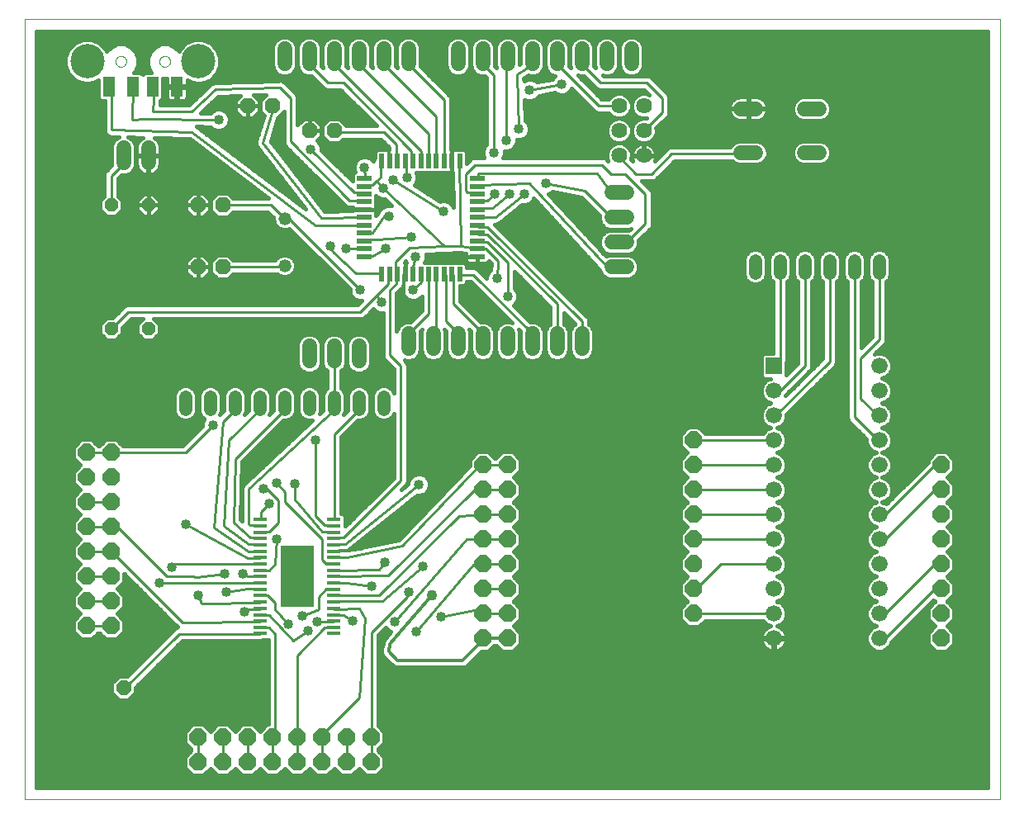
<source format=gtl>
G75*
%MOIN*%
%OFA0B0*%
%FSLAX25Y25*%
%IPPOS*%
%LPD*%
%AMOC8*
5,1,8,0,0,1.08239X$1,22.5*
%
%ADD10C,0.00000*%
%ADD11OC8,0.07000*%
%ADD12OC8,0.06300*%
%ADD13C,0.05200*%
%ADD14C,0.06000*%
%ADD15OC8,0.06000*%
%ADD16C,0.06400*%
%ADD17C,0.05200*%
%ADD18OC8,0.05200*%
%ADD19R,0.05906X0.01969*%
%ADD20R,0.01969X0.05906*%
%ADD21R,0.13300X0.25000*%
%ADD22R,0.05800X0.01400*%
%ADD23R,0.06600X0.06600*%
%ADD24C,0.06600*%
%ADD25C,0.13843*%
%ADD26R,0.04724X0.07874*%
%ADD27C,0.01000*%
%ADD28C,0.04000*%
%ADD29C,0.04356*%
%ADD30C,0.01200*%
%ADD31C,0.01600*%
%ADD32OC8,0.04356*%
D10*
X0001800Y0001800D02*
X0001800Y0316761D01*
X0395501Y0316761D01*
X0395501Y0001800D01*
X0001800Y0001800D01*
X0038577Y0299800D02*
X0038579Y0299893D01*
X0038585Y0299985D01*
X0038595Y0300077D01*
X0038609Y0300168D01*
X0038626Y0300259D01*
X0038648Y0300349D01*
X0038673Y0300438D01*
X0038702Y0300526D01*
X0038735Y0300612D01*
X0038772Y0300697D01*
X0038812Y0300781D01*
X0038856Y0300862D01*
X0038903Y0300942D01*
X0038953Y0301020D01*
X0039007Y0301095D01*
X0039064Y0301168D01*
X0039124Y0301238D01*
X0039187Y0301306D01*
X0039253Y0301371D01*
X0039321Y0301433D01*
X0039392Y0301493D01*
X0039466Y0301549D01*
X0039542Y0301602D01*
X0039620Y0301651D01*
X0039700Y0301698D01*
X0039782Y0301740D01*
X0039866Y0301780D01*
X0039951Y0301815D01*
X0040038Y0301847D01*
X0040126Y0301876D01*
X0040215Y0301900D01*
X0040305Y0301921D01*
X0040396Y0301937D01*
X0040488Y0301950D01*
X0040580Y0301959D01*
X0040673Y0301964D01*
X0040765Y0301965D01*
X0040858Y0301962D01*
X0040950Y0301955D01*
X0041042Y0301944D01*
X0041133Y0301929D01*
X0041224Y0301911D01*
X0041314Y0301888D01*
X0041402Y0301862D01*
X0041490Y0301832D01*
X0041576Y0301798D01*
X0041660Y0301761D01*
X0041743Y0301719D01*
X0041824Y0301675D01*
X0041904Y0301627D01*
X0041981Y0301576D01*
X0042055Y0301521D01*
X0042128Y0301463D01*
X0042198Y0301403D01*
X0042265Y0301339D01*
X0042329Y0301273D01*
X0042391Y0301203D01*
X0042449Y0301132D01*
X0042504Y0301058D01*
X0042556Y0300981D01*
X0042605Y0300902D01*
X0042651Y0300822D01*
X0042693Y0300739D01*
X0042731Y0300655D01*
X0042766Y0300569D01*
X0042797Y0300482D01*
X0042824Y0300394D01*
X0042847Y0300304D01*
X0042867Y0300214D01*
X0042883Y0300123D01*
X0042895Y0300031D01*
X0042903Y0299939D01*
X0042907Y0299846D01*
X0042907Y0299754D01*
X0042903Y0299661D01*
X0042895Y0299569D01*
X0042883Y0299477D01*
X0042867Y0299386D01*
X0042847Y0299296D01*
X0042824Y0299206D01*
X0042797Y0299118D01*
X0042766Y0299031D01*
X0042731Y0298945D01*
X0042693Y0298861D01*
X0042651Y0298778D01*
X0042605Y0298698D01*
X0042556Y0298619D01*
X0042504Y0298542D01*
X0042449Y0298468D01*
X0042391Y0298397D01*
X0042329Y0298327D01*
X0042265Y0298261D01*
X0042198Y0298197D01*
X0042128Y0298137D01*
X0042055Y0298079D01*
X0041981Y0298024D01*
X0041904Y0297973D01*
X0041825Y0297925D01*
X0041743Y0297881D01*
X0041660Y0297839D01*
X0041576Y0297802D01*
X0041490Y0297768D01*
X0041402Y0297738D01*
X0041314Y0297712D01*
X0041224Y0297689D01*
X0041133Y0297671D01*
X0041042Y0297656D01*
X0040950Y0297645D01*
X0040858Y0297638D01*
X0040765Y0297635D01*
X0040673Y0297636D01*
X0040580Y0297641D01*
X0040488Y0297650D01*
X0040396Y0297663D01*
X0040305Y0297679D01*
X0040215Y0297700D01*
X0040126Y0297724D01*
X0040038Y0297753D01*
X0039951Y0297785D01*
X0039866Y0297820D01*
X0039782Y0297860D01*
X0039700Y0297902D01*
X0039620Y0297949D01*
X0039542Y0297998D01*
X0039466Y0298051D01*
X0039392Y0298107D01*
X0039321Y0298167D01*
X0039253Y0298229D01*
X0039187Y0298294D01*
X0039124Y0298362D01*
X0039064Y0298432D01*
X0039007Y0298505D01*
X0038953Y0298580D01*
X0038903Y0298658D01*
X0038856Y0298738D01*
X0038812Y0298819D01*
X0038772Y0298903D01*
X0038735Y0298988D01*
X0038702Y0299074D01*
X0038673Y0299162D01*
X0038648Y0299251D01*
X0038626Y0299341D01*
X0038609Y0299432D01*
X0038595Y0299523D01*
X0038585Y0299615D01*
X0038579Y0299707D01*
X0038577Y0299800D01*
X0056293Y0299800D02*
X0056295Y0299893D01*
X0056301Y0299985D01*
X0056311Y0300077D01*
X0056325Y0300168D01*
X0056342Y0300259D01*
X0056364Y0300349D01*
X0056389Y0300438D01*
X0056418Y0300526D01*
X0056451Y0300612D01*
X0056488Y0300697D01*
X0056528Y0300781D01*
X0056572Y0300862D01*
X0056619Y0300942D01*
X0056669Y0301020D01*
X0056723Y0301095D01*
X0056780Y0301168D01*
X0056840Y0301238D01*
X0056903Y0301306D01*
X0056969Y0301371D01*
X0057037Y0301433D01*
X0057108Y0301493D01*
X0057182Y0301549D01*
X0057258Y0301602D01*
X0057336Y0301651D01*
X0057416Y0301698D01*
X0057498Y0301740D01*
X0057582Y0301780D01*
X0057667Y0301815D01*
X0057754Y0301847D01*
X0057842Y0301876D01*
X0057931Y0301900D01*
X0058021Y0301921D01*
X0058112Y0301937D01*
X0058204Y0301950D01*
X0058296Y0301959D01*
X0058389Y0301964D01*
X0058481Y0301965D01*
X0058574Y0301962D01*
X0058666Y0301955D01*
X0058758Y0301944D01*
X0058849Y0301929D01*
X0058940Y0301911D01*
X0059030Y0301888D01*
X0059118Y0301862D01*
X0059206Y0301832D01*
X0059292Y0301798D01*
X0059376Y0301761D01*
X0059459Y0301719D01*
X0059540Y0301675D01*
X0059620Y0301627D01*
X0059697Y0301576D01*
X0059771Y0301521D01*
X0059844Y0301463D01*
X0059914Y0301403D01*
X0059981Y0301339D01*
X0060045Y0301273D01*
X0060107Y0301203D01*
X0060165Y0301132D01*
X0060220Y0301058D01*
X0060272Y0300981D01*
X0060321Y0300902D01*
X0060367Y0300822D01*
X0060409Y0300739D01*
X0060447Y0300655D01*
X0060482Y0300569D01*
X0060513Y0300482D01*
X0060540Y0300394D01*
X0060563Y0300304D01*
X0060583Y0300214D01*
X0060599Y0300123D01*
X0060611Y0300031D01*
X0060619Y0299939D01*
X0060623Y0299846D01*
X0060623Y0299754D01*
X0060619Y0299661D01*
X0060611Y0299569D01*
X0060599Y0299477D01*
X0060583Y0299386D01*
X0060563Y0299296D01*
X0060540Y0299206D01*
X0060513Y0299118D01*
X0060482Y0299031D01*
X0060447Y0298945D01*
X0060409Y0298861D01*
X0060367Y0298778D01*
X0060321Y0298698D01*
X0060272Y0298619D01*
X0060220Y0298542D01*
X0060165Y0298468D01*
X0060107Y0298397D01*
X0060045Y0298327D01*
X0059981Y0298261D01*
X0059914Y0298197D01*
X0059844Y0298137D01*
X0059771Y0298079D01*
X0059697Y0298024D01*
X0059620Y0297973D01*
X0059541Y0297925D01*
X0059459Y0297881D01*
X0059376Y0297839D01*
X0059292Y0297802D01*
X0059206Y0297768D01*
X0059118Y0297738D01*
X0059030Y0297712D01*
X0058940Y0297689D01*
X0058849Y0297671D01*
X0058758Y0297656D01*
X0058666Y0297645D01*
X0058574Y0297638D01*
X0058481Y0297635D01*
X0058389Y0297636D01*
X0058296Y0297641D01*
X0058204Y0297650D01*
X0058112Y0297663D01*
X0058021Y0297679D01*
X0057931Y0297700D01*
X0057842Y0297724D01*
X0057754Y0297753D01*
X0057667Y0297785D01*
X0057582Y0297820D01*
X0057498Y0297860D01*
X0057416Y0297902D01*
X0057336Y0297949D01*
X0057258Y0297998D01*
X0057182Y0298051D01*
X0057108Y0298107D01*
X0057037Y0298167D01*
X0056969Y0298229D01*
X0056903Y0298294D01*
X0056840Y0298362D01*
X0056780Y0298432D01*
X0056723Y0298505D01*
X0056669Y0298580D01*
X0056619Y0298658D01*
X0056572Y0298738D01*
X0056528Y0298819D01*
X0056488Y0298903D01*
X0056451Y0298988D01*
X0056418Y0299074D01*
X0056389Y0299162D01*
X0056364Y0299251D01*
X0056342Y0299341D01*
X0056325Y0299432D01*
X0056311Y0299523D01*
X0056301Y0299615D01*
X0056295Y0299707D01*
X0056293Y0299800D01*
D11*
X0036800Y0141800D03*
X0036800Y0131800D03*
X0036800Y0121800D03*
X0036800Y0111800D03*
X0036800Y0101800D03*
X0036800Y0091800D03*
X0036800Y0081800D03*
X0036800Y0071800D03*
X0026800Y0071800D03*
X0026800Y0081800D03*
X0026800Y0091800D03*
X0026800Y0101800D03*
X0026800Y0111800D03*
X0026800Y0121800D03*
X0026800Y0131800D03*
X0026800Y0141800D03*
X0071800Y0026800D03*
X0081800Y0026800D03*
X0081800Y0016800D03*
X0071800Y0016800D03*
X0091800Y0016800D03*
X0101800Y0016800D03*
X0101800Y0026800D03*
X0091800Y0026800D03*
X0111800Y0026800D03*
X0121800Y0026800D03*
X0121800Y0016800D03*
X0111800Y0016800D03*
X0131800Y0016800D03*
X0141800Y0016800D03*
X0141800Y0026800D03*
X0131800Y0026800D03*
X0186800Y0066800D03*
X0186800Y0076800D03*
X0186800Y0086800D03*
X0186800Y0096800D03*
X0186800Y0106800D03*
X0186800Y0116800D03*
X0186800Y0126800D03*
X0186800Y0136800D03*
X0196800Y0136800D03*
X0196800Y0126800D03*
X0196800Y0116800D03*
X0196800Y0106800D03*
X0196800Y0096800D03*
X0196800Y0086800D03*
X0196800Y0076800D03*
X0196800Y0066800D03*
X0271800Y0076800D03*
X0271800Y0086800D03*
X0271800Y0096800D03*
X0271800Y0106800D03*
X0271800Y0116800D03*
X0271800Y0126800D03*
X0271800Y0136800D03*
X0271800Y0146800D03*
X0371800Y0136800D03*
X0371800Y0126800D03*
X0371800Y0116800D03*
X0371800Y0106800D03*
X0371800Y0096800D03*
X0371800Y0086800D03*
X0371800Y0076800D03*
X0371800Y0066800D03*
D12*
X0126800Y0271800D03*
X0116800Y0271800D03*
X0101800Y0281800D03*
X0091800Y0281800D03*
X0081800Y0241800D03*
X0071800Y0241800D03*
X0071800Y0216800D03*
X0081800Y0216800D03*
D13*
X0076800Y0164400D02*
X0076800Y0159200D01*
X0086800Y0159200D02*
X0086800Y0164400D01*
X0096800Y0164400D02*
X0096800Y0159200D01*
X0106800Y0159200D02*
X0106800Y0164400D01*
X0116800Y0164400D02*
X0116800Y0159200D01*
X0126800Y0159200D02*
X0126800Y0164400D01*
X0136800Y0164400D02*
X0136800Y0159200D01*
X0146800Y0159200D02*
X0146800Y0164400D01*
X0066800Y0164400D02*
X0066800Y0159200D01*
X0296800Y0214200D02*
X0296800Y0219400D01*
X0306800Y0219400D02*
X0306800Y0214200D01*
X0316800Y0214200D02*
X0316800Y0219400D01*
X0326800Y0219400D02*
X0326800Y0214200D01*
X0336800Y0214200D02*
X0336800Y0219400D01*
X0346800Y0219400D02*
X0346800Y0214200D01*
D14*
X0322600Y0262900D02*
X0316600Y0262900D01*
X0316600Y0280700D02*
X0322600Y0280700D01*
X0297000Y0280700D02*
X0291000Y0280700D01*
X0291000Y0262900D02*
X0297000Y0262900D01*
X0244800Y0246800D02*
X0238800Y0246800D01*
X0238800Y0236800D02*
X0244800Y0236800D01*
X0244800Y0226800D02*
X0238800Y0226800D01*
X0238800Y0216800D02*
X0244800Y0216800D01*
X0226800Y0189800D02*
X0226800Y0183800D01*
X0216800Y0183800D02*
X0216800Y0189800D01*
X0206800Y0189800D02*
X0206800Y0183800D01*
X0196800Y0183800D02*
X0196800Y0189800D01*
X0186800Y0189800D02*
X0186800Y0183800D01*
X0176800Y0183800D02*
X0176800Y0189800D01*
X0166800Y0189800D02*
X0166800Y0183800D01*
X0156800Y0183800D02*
X0156800Y0189800D01*
X0136800Y0184800D02*
X0136800Y0178800D01*
X0126800Y0178800D02*
X0126800Y0184800D01*
X0116800Y0184800D02*
X0116800Y0178800D01*
X0051800Y0258800D02*
X0051800Y0264800D01*
X0041800Y0264800D02*
X0041800Y0258800D01*
X0106800Y0298800D02*
X0106800Y0304800D01*
X0116800Y0304800D02*
X0116800Y0298800D01*
X0126800Y0298800D02*
X0126800Y0304800D01*
X0136800Y0304800D02*
X0136800Y0298800D01*
X0146800Y0298800D02*
X0146800Y0304800D01*
X0156800Y0304800D02*
X0156800Y0298800D01*
X0176800Y0298800D02*
X0176800Y0304800D01*
X0186800Y0304800D02*
X0186800Y0298800D01*
X0196800Y0298800D02*
X0196800Y0304800D01*
X0206800Y0304800D02*
X0206800Y0298800D01*
X0216800Y0298800D02*
X0216800Y0304800D01*
X0226800Y0304800D02*
X0226800Y0298800D01*
X0236800Y0298800D02*
X0236800Y0304800D01*
X0246800Y0304800D02*
X0246800Y0298800D01*
D15*
X0041800Y0046800D03*
D16*
X0241800Y0261800D03*
X0241800Y0271800D03*
X0241800Y0281800D03*
X0251800Y0281800D03*
X0251800Y0271800D03*
X0251800Y0261800D03*
D17*
X0106800Y0236300D03*
X0106800Y0217300D03*
D18*
X0051800Y0241800D03*
X0036800Y0241800D03*
X0036800Y0191800D03*
X0051800Y0191800D03*
D19*
X0138965Y0221052D03*
X0138965Y0224202D03*
X0138965Y0227351D03*
X0138965Y0230501D03*
X0138965Y0233650D03*
X0138965Y0236800D03*
X0138965Y0239950D03*
X0138965Y0243099D03*
X0138965Y0246249D03*
X0138965Y0249398D03*
X0138965Y0252548D03*
X0184635Y0252548D03*
X0184635Y0249398D03*
X0184635Y0246249D03*
X0184635Y0243099D03*
X0184635Y0239950D03*
X0184635Y0236800D03*
X0184635Y0233650D03*
X0184635Y0230501D03*
X0184635Y0227351D03*
X0184635Y0224202D03*
X0184635Y0221052D03*
D20*
X0177548Y0213965D03*
X0174398Y0213965D03*
X0171249Y0213965D03*
X0168099Y0213965D03*
X0164950Y0213965D03*
X0161800Y0213965D03*
X0158650Y0213965D03*
X0155501Y0213965D03*
X0152351Y0213965D03*
X0149202Y0213965D03*
X0146052Y0213965D03*
X0146052Y0259635D03*
X0149202Y0259635D03*
X0152351Y0259635D03*
X0155501Y0259635D03*
X0158650Y0259635D03*
X0161800Y0259635D03*
X0164950Y0259635D03*
X0168099Y0259635D03*
X0171249Y0259635D03*
X0174398Y0259635D03*
X0177548Y0259635D03*
D21*
X0111800Y0091800D03*
D22*
X0126700Y0091800D03*
X0126700Y0089200D03*
X0126700Y0086700D03*
X0126700Y0084100D03*
X0126700Y0081600D03*
X0126700Y0079000D03*
X0126700Y0076400D03*
X0126700Y0073900D03*
X0126700Y0071300D03*
X0126700Y0068800D03*
X0126700Y0094400D03*
X0126700Y0096900D03*
X0126700Y0099500D03*
X0126700Y0102000D03*
X0126700Y0104600D03*
X0126700Y0107200D03*
X0126700Y0109700D03*
X0126700Y0112300D03*
X0126700Y0114800D03*
X0096900Y0114800D03*
X0096900Y0112300D03*
X0096900Y0109700D03*
X0096900Y0107200D03*
X0096900Y0104600D03*
X0096900Y0102000D03*
X0096900Y0099500D03*
X0096900Y0096900D03*
X0096900Y0094400D03*
X0096900Y0091800D03*
X0096900Y0089200D03*
X0096900Y0086700D03*
X0096900Y0084100D03*
X0096900Y0081600D03*
X0096900Y0079000D03*
X0096900Y0076400D03*
X0096900Y0073900D03*
X0096900Y0071300D03*
X0096900Y0068800D03*
D23*
X0304300Y0176800D03*
D24*
X0304300Y0166800D03*
X0304300Y0156800D03*
X0304300Y0146800D03*
X0304300Y0136800D03*
X0304300Y0126800D03*
X0304300Y0116800D03*
X0304300Y0106800D03*
X0304300Y0096800D03*
X0304300Y0086800D03*
X0304300Y0076800D03*
X0304300Y0066800D03*
X0346800Y0066800D03*
X0346800Y0076800D03*
X0346800Y0086800D03*
X0346800Y0096800D03*
X0346800Y0106800D03*
X0346800Y0116800D03*
X0346800Y0126800D03*
X0346800Y0136800D03*
X0346800Y0146800D03*
X0346800Y0156800D03*
X0346800Y0166800D03*
X0346800Y0176800D03*
D25*
X0072041Y0299800D03*
X0027159Y0299800D03*
D26*
X0035820Y0289564D03*
X0045663Y0289564D03*
X0053537Y0289564D03*
X0063380Y0289564D03*
D27*
X0054175Y0289175D02*
X0053537Y0289564D01*
X0054175Y0289175D02*
X0053775Y0279475D01*
X0060200Y0279450D01*
X0069275Y0279450D01*
X0078925Y0288500D01*
X0104925Y0289300D01*
X0109300Y0284925D01*
X0109300Y0267425D01*
X0133050Y0243675D01*
X0138675Y0243675D01*
X0138965Y0243099D01*
X0138965Y0246249D02*
X0138675Y0246800D01*
X0134925Y0246800D01*
X0117425Y0264300D01*
X0126800Y0271800D02*
X0127425Y0271175D01*
X0146800Y0271175D01*
X0151800Y0266175D01*
X0151800Y0259925D01*
X0152351Y0259635D01*
X0155501Y0259635D02*
X0155550Y0259300D01*
X0156150Y0252875D01*
X0150550Y0251850D02*
X0170900Y0239300D01*
X0179925Y0247425D02*
X0179925Y0254300D01*
X0183675Y0258050D01*
X0234925Y0258050D01*
X0238675Y0254300D01*
X0244300Y0254300D01*
X0252425Y0246175D01*
X0252425Y0234300D01*
X0244925Y0226800D01*
X0241800Y0226800D01*
X0241800Y0216800D02*
X0236800Y0216800D01*
X0205675Y0250525D01*
X0184925Y0249925D01*
X0184635Y0249398D01*
X0184300Y0246800D02*
X0180550Y0246800D01*
X0179925Y0247425D01*
X0184300Y0246800D02*
X0184635Y0246249D01*
X0184925Y0243675D02*
X0184635Y0243099D01*
X0184925Y0243675D02*
X0188675Y0243675D01*
X0191575Y0246175D01*
X0190550Y0240550D02*
X0197775Y0246375D01*
X0203575Y0246375D02*
X0191800Y0236800D01*
X0184635Y0236800D01*
X0184635Y0239950D02*
X0184925Y0240550D01*
X0190550Y0240550D01*
X0184635Y0233650D02*
X0184925Y0233050D01*
X0188675Y0233050D01*
X0226800Y0194925D01*
X0226800Y0186800D01*
X0216800Y0186800D02*
X0216800Y0201800D01*
X0188675Y0229925D01*
X0184925Y0229925D01*
X0184635Y0230501D01*
X0184635Y0227351D02*
X0184925Y0226800D01*
X0188675Y0226800D01*
X0196800Y0218675D01*
X0196800Y0204925D01*
X0192650Y0212150D02*
X0193050Y0219300D01*
X0188050Y0224300D01*
X0184925Y0224300D01*
X0184635Y0224202D01*
X0184300Y0224300D01*
X0177825Y0225300D01*
X0177425Y0259300D01*
X0177548Y0259635D01*
X0171249Y0259635D02*
X0171175Y0259925D01*
X0171175Y0284300D01*
X0156800Y0298675D01*
X0156800Y0301800D01*
X0146800Y0301800D02*
X0146800Y0298675D01*
X0168050Y0277425D01*
X0168050Y0259925D01*
X0168099Y0259635D01*
X0164950Y0259635D02*
X0164925Y0259925D01*
X0164925Y0270550D01*
X0136800Y0298675D01*
X0136800Y0301800D01*
X0126800Y0301800D02*
X0126800Y0298675D01*
X0161800Y0263675D01*
X0161800Y0259635D01*
X0158650Y0259635D02*
X0158050Y0259925D01*
X0158050Y0263675D01*
X0130550Y0291175D01*
X0124300Y0291175D01*
X0116800Y0298675D01*
X0116800Y0301800D01*
X0101800Y0281800D02*
X0102425Y0281175D01*
X0098025Y0267000D01*
X0121625Y0236600D01*
X0138965Y0236800D01*
X0138675Y0233675D02*
X0138965Y0233650D01*
X0138675Y0233675D02*
X0119300Y0233675D01*
X0069425Y0271350D01*
X0036975Y0272150D01*
X0037050Y0281475D01*
X0036850Y0289375D01*
X0035820Y0289564D01*
X0045663Y0289564D02*
X0045450Y0276375D01*
X0050050Y0276475D01*
X0080200Y0276125D01*
X0081800Y0241800D02*
X0101175Y0241800D01*
X0106800Y0236175D01*
X0106800Y0236300D01*
X0106800Y0236175D02*
X0108675Y0236175D01*
X0137425Y0207425D01*
X0135550Y0214300D02*
X0126425Y0222825D01*
X0125225Y0225300D01*
X0131625Y0224300D02*
X0138675Y0224300D01*
X0138965Y0224202D01*
X0139300Y0221175D02*
X0138965Y0221052D01*
X0139300Y0221175D02*
X0142425Y0221175D01*
X0147725Y0224275D01*
X0151600Y0219075D02*
X0151800Y0214300D01*
X0152351Y0213965D01*
X0151800Y0213675D01*
X0151800Y0209925D01*
X0149300Y0207425D01*
X0149300Y0181175D01*
X0153675Y0176800D01*
X0153675Y0130550D01*
X0130550Y0107425D01*
X0126800Y0107425D01*
X0126700Y0107200D01*
X0126800Y0104925D02*
X0126700Y0104600D01*
X0126800Y0104925D02*
X0131175Y0104925D01*
X0161025Y0128975D01*
X0177400Y0116200D02*
X0186800Y0116800D01*
X0196800Y0116800D01*
X0196800Y0106800D02*
X0186800Y0106800D01*
X0180350Y0106800D01*
X0151425Y0073475D01*
X0141800Y0069300D02*
X0141800Y0026800D01*
X0141800Y0016800D01*
X0131800Y0016800D02*
X0131800Y0026800D01*
X0121800Y0026800D02*
X0121800Y0016800D01*
X0111800Y0016800D02*
X0111800Y0026800D01*
X0111800Y0059925D01*
X0123050Y0071175D01*
X0126175Y0071175D01*
X0126700Y0071300D01*
X0126175Y0073675D02*
X0126700Y0073900D01*
X0126175Y0073675D02*
X0119950Y0073675D01*
X0117400Y0077325D02*
X0113850Y0075925D01*
X0117400Y0077325D02*
X0120550Y0078675D01*
X0120750Y0083675D01*
X0123675Y0086800D01*
X0126175Y0086800D01*
X0126700Y0086700D01*
X0126800Y0084300D02*
X0126700Y0084100D01*
X0126800Y0084300D02*
X0144900Y0084100D01*
X0177400Y0116200D01*
X0183675Y0126800D02*
X0186800Y0126800D01*
X0196800Y0126800D01*
X0196800Y0136800D02*
X0186800Y0136800D01*
X0185550Y0136800D01*
X0154250Y0104100D01*
X0132000Y0099500D01*
X0126700Y0099500D01*
X0126700Y0096900D02*
X0126175Y0096800D01*
X0123675Y0096800D01*
X0121800Y0098675D01*
X0121800Y0106800D01*
X0106800Y0121800D01*
X0106800Y0125925D01*
X0103500Y0129425D01*
X0099925Y0126800D02*
X0098300Y0127200D01*
X0099925Y0126800D02*
X0104300Y0122425D01*
X0104300Y0113675D01*
X0100550Y0109925D01*
X0097425Y0109925D01*
X0096900Y0109700D01*
X0096800Y0107425D02*
X0096900Y0107200D01*
X0096800Y0107425D02*
X0093050Y0107425D01*
X0086200Y0113675D01*
X0086800Y0139300D01*
X0106800Y0159300D01*
X0106800Y0161800D01*
X0096800Y0161800D02*
X0096800Y0159300D01*
X0084300Y0146800D01*
X0082300Y0112250D01*
X0092425Y0104925D01*
X0096800Y0104925D01*
X0096900Y0104600D01*
X0096900Y0102000D02*
X0096800Y0101800D01*
X0092425Y0101800D01*
X0078200Y0111425D01*
X0081800Y0154300D01*
X0086800Y0159300D01*
X0086800Y0161800D01*
X0078050Y0153050D02*
X0066800Y0141800D01*
X0036800Y0141800D01*
X0026800Y0141800D01*
X0026800Y0121800D02*
X0036800Y0121800D01*
X0036800Y0111800D02*
X0026800Y0111800D01*
X0026800Y0101800D02*
X0036800Y0101800D01*
X0037650Y0101400D01*
X0065775Y0073275D01*
X0096800Y0073675D01*
X0096900Y0073900D01*
X0097425Y0076175D02*
X0096900Y0076400D01*
X0097425Y0076175D02*
X0100550Y0076175D01*
X0110400Y0065925D01*
X0116200Y0069925D01*
X0108450Y0072675D02*
X0103050Y0078675D01*
X0103050Y0081175D01*
X0099925Y0084300D01*
X0097425Y0084300D01*
X0096900Y0084100D01*
X0096900Y0081600D02*
X0097000Y0081200D01*
X0073350Y0080800D01*
X0071800Y0084150D01*
X0071350Y0091650D02*
X0069300Y0091800D01*
X0059300Y0091800D01*
X0039300Y0111800D01*
X0036800Y0111800D01*
X0036800Y0091800D02*
X0026800Y0091800D01*
X0026800Y0081800D02*
X0036800Y0081800D01*
X0036800Y0071800D02*
X0026800Y0071800D01*
X0041800Y0046800D02*
X0042425Y0046800D01*
X0064300Y0068675D01*
X0096800Y0068675D01*
X0096900Y0068800D01*
X0097425Y0071175D02*
X0096900Y0071300D01*
X0097425Y0071175D02*
X0100550Y0071175D01*
X0103050Y0068675D01*
X0103050Y0028050D01*
X0101800Y0026800D01*
X0101800Y0016800D01*
X0091800Y0016800D02*
X0091800Y0026800D01*
X0081800Y0026800D02*
X0081800Y0016800D01*
X0071800Y0016800D02*
X0071800Y0026800D01*
X0121800Y0026800D02*
X0121800Y0028050D01*
X0136800Y0043050D01*
X0139400Y0074925D01*
X0136850Y0078875D01*
X0126800Y0078675D01*
X0126700Y0079000D01*
X0126700Y0076400D02*
X0126800Y0076175D01*
X0130550Y0076175D01*
X0134250Y0074075D01*
X0141800Y0069300D02*
X0156175Y0083675D01*
X0156975Y0085575D01*
X0148675Y0092200D02*
X0183675Y0126800D01*
X0186800Y0096800D02*
X0183100Y0096600D01*
X0160025Y0069725D01*
X0169975Y0075675D02*
X0184925Y0078675D01*
X0186800Y0076800D01*
X0196800Y0076800D01*
X0196800Y0086800D02*
X0186800Y0086800D01*
X0186800Y0096800D02*
X0196800Y0096800D01*
X0162775Y0095975D02*
X0146400Y0081800D01*
X0126800Y0081800D01*
X0126700Y0081600D01*
X0126700Y0089200D02*
X0126800Y0089300D01*
X0131800Y0089300D01*
X0142050Y0088050D01*
X0144950Y0094500D02*
X0147200Y0097550D01*
X0144950Y0094500D02*
X0126800Y0094300D01*
X0126700Y0094400D01*
X0126700Y0091800D02*
X0148675Y0092200D01*
X0126700Y0109700D02*
X0126175Y0109925D01*
X0121800Y0109925D01*
X0110900Y0122825D01*
X0110900Y0129225D01*
X0100550Y0121175D02*
X0097425Y0118050D01*
X0097425Y0114925D01*
X0096900Y0114800D01*
X0096800Y0112425D02*
X0093050Y0112425D01*
X0092425Y0113050D01*
X0092425Y0127125D01*
X0126800Y0159300D01*
X0126800Y0161800D01*
X0126800Y0181800D01*
X0137425Y0198675D02*
X0043675Y0198675D01*
X0036800Y0191800D01*
X0081800Y0216800D02*
X0106800Y0216800D01*
X0106800Y0217300D01*
X0135550Y0214300D02*
X0145550Y0214300D01*
X0146052Y0213965D01*
X0148675Y0213675D02*
X0148675Y0209925D01*
X0143988Y0205237D01*
X0145950Y0202475D01*
X0143988Y0205237D02*
X0137425Y0198675D01*
X0148675Y0213675D02*
X0149202Y0213965D01*
X0151600Y0219075D02*
X0157225Y0224700D01*
X0171375Y0225100D01*
X0146413Y0248862D01*
X0146725Y0248575D01*
X0146413Y0248862D02*
X0143988Y0251487D01*
X0142425Y0249925D01*
X0139300Y0249925D01*
X0138965Y0249398D01*
X0138965Y0252548D02*
X0139300Y0253050D01*
X0139100Y0257000D01*
X0145550Y0259300D02*
X0145550Y0253050D01*
X0143988Y0251487D01*
X0145550Y0259300D02*
X0146052Y0259635D01*
X0147525Y0238250D02*
X0148925Y0237325D01*
X0147525Y0238250D02*
X0142425Y0230550D01*
X0139300Y0230550D01*
X0138965Y0230501D01*
X0139300Y0227425D02*
X0138965Y0227351D01*
X0139300Y0227425D02*
X0158025Y0228825D01*
X0159650Y0220925D02*
X0158050Y0214300D01*
X0158650Y0213965D01*
X0161800Y0213965D02*
X0161800Y0210550D01*
X0158675Y0207425D01*
X0164925Y0213675D02*
X0164950Y0213965D01*
X0164925Y0213675D02*
X0164925Y0198050D01*
X0156800Y0189925D01*
X0156800Y0186800D01*
X0166800Y0186800D02*
X0168050Y0188050D01*
X0168050Y0213675D01*
X0168099Y0213965D01*
X0171249Y0213965D02*
X0171800Y0213675D01*
X0171800Y0194925D01*
X0176800Y0189925D01*
X0176800Y0186800D01*
X0186800Y0186800D02*
X0186800Y0189925D01*
X0174925Y0201800D01*
X0174925Y0213675D01*
X0174398Y0213965D01*
X0177548Y0213965D02*
X0178050Y0213675D01*
X0183050Y0213675D01*
X0206800Y0189925D01*
X0206800Y0186800D01*
X0177825Y0225300D02*
X0171375Y0225100D01*
X0184635Y0252548D02*
X0184925Y0254625D01*
X0233050Y0254625D01*
X0238675Y0246800D01*
X0241800Y0246800D01*
X0241800Y0236800D02*
X0238675Y0236800D01*
X0228050Y0247425D01*
X0212400Y0250625D01*
X0196175Y0268050D02*
X0196175Y0301175D01*
X0196800Y0301800D01*
X0200575Y0294450D02*
X0206800Y0298675D01*
X0206800Y0301800D01*
X0200575Y0294450D02*
X0201375Y0272450D01*
X0191175Y0263050D02*
X0191175Y0294300D01*
X0186800Y0298675D01*
X0186800Y0301800D01*
X0205750Y0288150D02*
X0218675Y0290550D01*
X0216800Y0298675D02*
X0216800Y0301800D01*
X0216800Y0298675D02*
X0233675Y0281800D01*
X0241800Y0281800D01*
X0234300Y0291175D02*
X0226800Y0298675D01*
X0226800Y0301800D01*
X0234300Y0291175D02*
X0253050Y0291175D01*
X0259300Y0284925D01*
X0259300Y0279300D01*
X0251800Y0271800D01*
X0241800Y0261800D02*
X0241800Y0261175D01*
X0248675Y0254300D01*
X0254925Y0254300D01*
X0263050Y0262425D01*
X0293675Y0262425D01*
X0294000Y0262900D01*
X0306800Y0216800D02*
X0306800Y0179300D01*
X0304300Y0176800D01*
X0304300Y0166800D02*
X0306800Y0166800D01*
X0316800Y0176800D01*
X0316800Y0216800D01*
X0326800Y0216800D02*
X0326800Y0178675D01*
X0304925Y0156800D01*
X0304300Y0156800D01*
X0304300Y0146800D02*
X0271800Y0146800D01*
X0271800Y0136800D02*
X0304300Y0136800D01*
X0304300Y0126800D02*
X0271800Y0126800D01*
X0271800Y0116800D02*
X0304300Y0116800D01*
X0304300Y0106800D02*
X0271800Y0106800D01*
X0283050Y0096800D02*
X0273050Y0086800D01*
X0271800Y0086800D01*
X0271800Y0076800D02*
X0304300Y0076800D01*
X0304300Y0096800D02*
X0283050Y0096800D01*
X0336800Y0156175D02*
X0346175Y0146800D01*
X0346800Y0146800D01*
X0346800Y0156800D02*
X0346175Y0156800D01*
X0339300Y0163675D01*
X0339300Y0179925D01*
X0346800Y0187425D01*
X0346800Y0216800D01*
X0336800Y0216800D02*
X0336800Y0156175D01*
X0369300Y0136800D02*
X0371800Y0136800D01*
X0369300Y0136800D02*
X0349300Y0116800D01*
X0346800Y0116800D01*
X0346800Y0106800D02*
X0349300Y0106800D01*
X0369300Y0126800D01*
X0371800Y0126800D01*
X0371800Y0096800D02*
X0369300Y0096800D01*
X0349300Y0076800D01*
X0346800Y0076800D01*
X0346800Y0066800D02*
X0349300Y0066800D01*
X0369300Y0086800D01*
X0371800Y0086800D01*
X0136800Y0159300D02*
X0136800Y0161800D01*
X0136800Y0159300D02*
X0126800Y0149300D01*
X0126800Y0114925D01*
X0126700Y0114800D01*
X0126175Y0112425D02*
X0123050Y0112425D01*
X0119300Y0116175D01*
X0119300Y0146800D01*
X0126175Y0112425D02*
X0126700Y0112300D01*
X0103650Y0106800D02*
X0103050Y0096800D01*
X0100550Y0094300D01*
X0097425Y0094300D01*
X0096900Y0094400D01*
X0096800Y0096800D02*
X0096900Y0096900D01*
X0096800Y0096800D02*
X0061700Y0096800D01*
X0061450Y0095550D01*
X0056200Y0089100D02*
X0096400Y0089100D01*
X0096900Y0089200D01*
X0096800Y0086800D02*
X0091800Y0086800D01*
X0083150Y0085550D01*
X0082700Y0092850D02*
X0071350Y0091650D01*
X0089950Y0093050D02*
X0091800Y0091800D01*
X0096900Y0091800D01*
X0096800Y0086800D02*
X0096900Y0086700D01*
X0096900Y0079000D02*
X0096800Y0078675D01*
X0091800Y0078675D01*
X0090550Y0077425D01*
X0091800Y0099300D02*
X0066850Y0113050D01*
X0091800Y0099300D02*
X0096800Y0099300D01*
X0096900Y0099500D01*
X0096900Y0112300D02*
X0096800Y0112425D01*
X0036800Y0241800D02*
X0036800Y0253675D01*
X0041800Y0258675D01*
X0041800Y0261800D01*
D28*
X0080200Y0276125D03*
X0117425Y0264300D03*
X0139100Y0257000D03*
X0146725Y0248575D03*
X0150550Y0251850D03*
X0156150Y0252875D03*
X0148925Y0237325D03*
X0158025Y0228825D03*
X0159650Y0220925D03*
X0147725Y0224275D03*
X0131625Y0224300D03*
X0125225Y0225300D03*
X0137425Y0207425D03*
X0145950Y0202475D03*
X0158675Y0207425D03*
X0170900Y0239300D03*
X0191575Y0246175D03*
X0197775Y0246375D03*
X0203575Y0246375D03*
X0212400Y0250625D03*
X0196175Y0268050D03*
X0201375Y0272450D03*
X0191175Y0263050D03*
X0205750Y0288150D03*
X0218675Y0290550D03*
X0192650Y0212150D03*
X0196800Y0204925D03*
X0119300Y0146800D03*
X0110900Y0129225D03*
X0103500Y0129425D03*
X0098300Y0127200D03*
X0100550Y0121175D03*
X0103650Y0106800D03*
X0089950Y0093050D03*
X0082700Y0092850D03*
X0083150Y0085550D03*
X0071800Y0084150D03*
X0061450Y0095550D03*
X0056200Y0089100D03*
X0066850Y0113050D03*
X0090550Y0077425D03*
X0108450Y0072675D03*
X0113850Y0075925D03*
X0116200Y0069925D03*
X0119950Y0073675D03*
X0134250Y0074075D03*
X0142050Y0088050D03*
X0147200Y0097550D03*
X0156975Y0085575D03*
X0162775Y0095975D03*
X0169975Y0075675D03*
X0160025Y0069725D03*
X0151425Y0073475D03*
X0161025Y0128975D03*
X0078050Y0153050D03*
D29*
X0120800Y0214200D03*
X0110800Y0227600D03*
X0129800Y0241000D03*
X0155000Y0198000D03*
X0175600Y0221200D03*
X0166200Y0084200D03*
D30*
X0149400Y0064600D01*
X0148800Y0061600D01*
X0152400Y0058000D01*
X0178600Y0058000D01*
X0186800Y0066200D01*
X0186800Y0066800D01*
X0196800Y0066800D01*
X0140600Y0104400D02*
X0180800Y0137600D01*
X0182400Y0164600D01*
X0155000Y0198000D02*
X0155000Y0213465D01*
X0155501Y0213965D01*
X0175600Y0221200D02*
X0176652Y0221052D01*
X0184635Y0221052D01*
X0174398Y0259635D02*
X0174400Y0259636D01*
X0174400Y0286400D01*
X0162000Y0298800D01*
X0162000Y0310800D01*
X0161800Y0310600D01*
X0098600Y0310600D01*
X0097800Y0309800D01*
X0097800Y0295000D01*
X0132200Y0259600D02*
X0139000Y0267200D01*
X0145800Y0267200D01*
X0148602Y0265402D01*
X0149202Y0259635D01*
X0133600Y0239800D02*
X0129800Y0241000D01*
X0128200Y0240200D02*
X0112600Y0256600D01*
X0111800Y0257600D01*
X0128200Y0240200D02*
X0137915Y0240200D01*
X0138965Y0239950D01*
X0133650Y0239950D01*
X0133600Y0240000D01*
X0133600Y0239800D01*
X0110800Y0227600D02*
X0110800Y0224200D01*
X0120800Y0214200D01*
X0140600Y0104400D02*
X0138000Y0103000D01*
X0126700Y0102000D01*
D31*
X0132610Y0102485D02*
X0132618Y0102492D01*
X0132761Y0102551D01*
X0133049Y0102839D01*
X0160157Y0124680D01*
X0160170Y0124675D01*
X0161880Y0124675D01*
X0163461Y0125330D01*
X0164670Y0126539D01*
X0165325Y0128120D01*
X0165325Y0129830D01*
X0164670Y0131411D01*
X0163461Y0132620D01*
X0161880Y0133275D01*
X0160170Y0133275D01*
X0158589Y0132620D01*
X0157380Y0131411D01*
X0156725Y0129830D01*
X0156725Y0129106D01*
X0153977Y0126892D01*
X0155261Y0128176D01*
X0156049Y0128964D01*
X0156475Y0129993D01*
X0156475Y0177357D01*
X0156049Y0178386D01*
X0155145Y0179290D01*
X0155845Y0179000D01*
X0157755Y0179000D01*
X0159519Y0179731D01*
X0160869Y0181081D01*
X0161600Y0182845D01*
X0161600Y0190755D01*
X0161597Y0190762D01*
X0162290Y0191455D01*
X0162000Y0190755D01*
X0162000Y0182845D01*
X0162731Y0181081D01*
X0164081Y0179731D01*
X0165845Y0179000D01*
X0167755Y0179000D01*
X0169519Y0179731D01*
X0170869Y0181081D01*
X0171600Y0182845D01*
X0171600Y0190755D01*
X0171310Y0191455D01*
X0172003Y0190762D01*
X0172000Y0190755D01*
X0172000Y0182845D01*
X0172731Y0181081D01*
X0174081Y0179731D01*
X0175845Y0179000D01*
X0177755Y0179000D01*
X0179519Y0179731D01*
X0180869Y0181081D01*
X0181600Y0182845D01*
X0181600Y0190755D01*
X0181310Y0191455D01*
X0182003Y0190762D01*
X0182000Y0190755D01*
X0182000Y0182845D01*
X0182731Y0181081D01*
X0184081Y0179731D01*
X0185845Y0179000D01*
X0187755Y0179000D01*
X0189519Y0179731D01*
X0190869Y0181081D01*
X0191600Y0182845D01*
X0191600Y0190755D01*
X0190869Y0192519D01*
X0189519Y0193869D01*
X0187755Y0194600D01*
X0186085Y0194600D01*
X0177725Y0202960D01*
X0177725Y0209213D01*
X0179278Y0209213D01*
X0180332Y0210267D01*
X0180332Y0210875D01*
X0181890Y0210875D01*
X0198455Y0194310D01*
X0197755Y0194600D01*
X0195845Y0194600D01*
X0194081Y0193869D01*
X0192731Y0192519D01*
X0192000Y0190755D01*
X0192000Y0182845D01*
X0192731Y0181081D01*
X0194081Y0179731D01*
X0195845Y0179000D01*
X0197755Y0179000D01*
X0199519Y0179731D01*
X0200869Y0181081D01*
X0201600Y0182845D01*
X0201600Y0190755D01*
X0201310Y0191455D01*
X0202003Y0190762D01*
X0202000Y0190755D01*
X0202000Y0182845D01*
X0202731Y0181081D01*
X0204081Y0179731D01*
X0205845Y0179000D01*
X0207755Y0179000D01*
X0209519Y0179731D01*
X0210869Y0181081D01*
X0211600Y0182845D01*
X0211600Y0190755D01*
X0210869Y0192519D01*
X0209519Y0193869D01*
X0207755Y0194600D01*
X0206085Y0194600D01*
X0199320Y0201364D01*
X0200445Y0202489D01*
X0201100Y0204070D01*
X0201100Y0205780D01*
X0200445Y0207361D01*
X0199600Y0208206D01*
X0199600Y0215040D01*
X0214000Y0200640D01*
X0214000Y0193788D01*
X0212731Y0192519D01*
X0212000Y0190755D01*
X0212000Y0182845D01*
X0212731Y0181081D01*
X0214081Y0179731D01*
X0215845Y0179000D01*
X0217755Y0179000D01*
X0219519Y0179731D01*
X0220869Y0181081D01*
X0221600Y0182845D01*
X0221600Y0190755D01*
X0220869Y0192519D01*
X0219600Y0193788D01*
X0219600Y0198165D01*
X0223988Y0193777D01*
X0222731Y0192519D01*
X0222000Y0190755D01*
X0222000Y0182845D01*
X0222731Y0181081D01*
X0224081Y0179731D01*
X0225845Y0179000D01*
X0227755Y0179000D01*
X0229519Y0179731D01*
X0230869Y0181081D01*
X0231600Y0182845D01*
X0231600Y0190755D01*
X0230869Y0192519D01*
X0229600Y0193788D01*
X0229600Y0195482D01*
X0229174Y0196511D01*
X0228386Y0197299D01*
X0191688Y0233997D01*
X0192067Y0233958D01*
X0192209Y0234000D01*
X0192357Y0234000D01*
X0192739Y0234158D01*
X0193134Y0234276D01*
X0193249Y0234370D01*
X0193386Y0234426D01*
X0193678Y0234718D01*
X0202725Y0242075D01*
X0204430Y0242075D01*
X0206011Y0242730D01*
X0207220Y0243939D01*
X0207444Y0244480D01*
X0234105Y0215592D01*
X0234731Y0214081D01*
X0236081Y0212731D01*
X0237845Y0212000D01*
X0245755Y0212000D01*
X0247519Y0212731D01*
X0248869Y0214081D01*
X0249600Y0215845D01*
X0249600Y0217755D01*
X0248869Y0219519D01*
X0247519Y0220869D01*
X0245755Y0221600D01*
X0237845Y0221600D01*
X0236641Y0221101D01*
X0213332Y0246357D01*
X0214836Y0246980D01*
X0215076Y0247220D01*
X0226665Y0244850D01*
X0234000Y0237515D01*
X0234000Y0235845D01*
X0234731Y0234081D01*
X0236081Y0232731D01*
X0237845Y0232000D01*
X0245755Y0232000D01*
X0246455Y0232290D01*
X0245762Y0231597D01*
X0245755Y0231600D01*
X0237845Y0231600D01*
X0236081Y0230869D01*
X0234731Y0229519D01*
X0234000Y0227755D01*
X0234000Y0225845D01*
X0234731Y0224081D01*
X0236081Y0222731D01*
X0237845Y0222000D01*
X0245755Y0222000D01*
X0247519Y0222731D01*
X0248869Y0224081D01*
X0249600Y0225845D01*
X0249600Y0227515D01*
X0254799Y0232714D01*
X0255225Y0233743D01*
X0255225Y0246732D01*
X0254799Y0247761D01*
X0254011Y0248549D01*
X0251060Y0251500D01*
X0255482Y0251500D01*
X0256511Y0251926D01*
X0257299Y0252714D01*
X0264210Y0259625D01*
X0287487Y0259625D01*
X0288281Y0258831D01*
X0290045Y0258100D01*
X0297955Y0258100D01*
X0299719Y0258831D01*
X0301069Y0260181D01*
X0301800Y0261945D01*
X0301800Y0263855D01*
X0301069Y0265619D01*
X0299719Y0266969D01*
X0297955Y0267700D01*
X0290045Y0267700D01*
X0288281Y0266969D01*
X0286931Y0265619D01*
X0286768Y0265225D01*
X0262493Y0265225D01*
X0261464Y0264799D01*
X0256317Y0259652D01*
X0256434Y0259881D01*
X0256677Y0260629D01*
X0256800Y0261406D01*
X0256800Y0261714D01*
X0251886Y0261714D01*
X0251886Y0261886D01*
X0251714Y0261886D01*
X0251714Y0266800D01*
X0251406Y0266800D01*
X0250629Y0266677D01*
X0249881Y0266434D01*
X0249179Y0266076D01*
X0248543Y0265614D01*
X0247986Y0265057D01*
X0247524Y0264421D01*
X0247166Y0263719D01*
X0246923Y0262971D01*
X0246800Y0262194D01*
X0246800Y0261886D01*
X0251714Y0261886D01*
X0251714Y0261714D01*
X0246800Y0261714D01*
X0246800Y0261406D01*
X0246923Y0260629D01*
X0247166Y0259881D01*
X0247283Y0259652D01*
X0246604Y0260331D01*
X0246800Y0260805D01*
X0246800Y0262795D01*
X0246039Y0264632D01*
X0244632Y0266039D01*
X0242795Y0266800D01*
X0244632Y0267561D01*
X0246039Y0268968D01*
X0246800Y0270805D01*
X0246800Y0272795D01*
X0246039Y0274632D01*
X0244632Y0276039D01*
X0242795Y0276800D01*
X0240805Y0276800D01*
X0238968Y0276039D01*
X0237561Y0274632D01*
X0236800Y0272795D01*
X0236800Y0270805D01*
X0237561Y0268968D01*
X0238968Y0267561D01*
X0240805Y0266800D01*
X0242795Y0266800D01*
X0240805Y0266800D01*
X0238968Y0266039D01*
X0237561Y0264632D01*
X0236800Y0262795D01*
X0236800Y0260805D01*
X0237274Y0259661D01*
X0236511Y0260424D01*
X0235482Y0260850D01*
X0194918Y0260850D01*
X0195475Y0262195D01*
X0195475Y0263750D01*
X0197030Y0263750D01*
X0198611Y0264405D01*
X0199820Y0265614D01*
X0200475Y0267195D01*
X0200475Y0268169D01*
X0200520Y0268150D01*
X0202230Y0268150D01*
X0203811Y0268805D01*
X0205020Y0270014D01*
X0205675Y0271595D01*
X0205675Y0273305D01*
X0205020Y0274886D01*
X0204053Y0275853D01*
X0203745Y0284326D01*
X0204895Y0283850D01*
X0206605Y0283850D01*
X0208186Y0284505D01*
X0209395Y0285714D01*
X0209514Y0286001D01*
X0215948Y0287196D01*
X0216239Y0286905D01*
X0217820Y0286250D01*
X0219530Y0286250D01*
X0221111Y0286905D01*
X0222320Y0288114D01*
X0222637Y0288878D01*
X0232089Y0279426D01*
X0233118Y0279000D01*
X0237548Y0279000D01*
X0237561Y0278968D01*
X0238968Y0277561D01*
X0240805Y0276800D01*
X0242795Y0276800D01*
X0244632Y0277561D01*
X0246039Y0278968D01*
X0246800Y0280805D01*
X0247561Y0278968D01*
X0248968Y0277561D01*
X0250805Y0276800D01*
X0248968Y0276039D01*
X0247561Y0274632D01*
X0246800Y0272795D01*
X0246800Y0270805D01*
X0247561Y0268968D01*
X0248968Y0267561D01*
X0250805Y0266800D01*
X0252795Y0266800D01*
X0254632Y0267561D01*
X0256039Y0268968D01*
X0256800Y0270805D01*
X0256800Y0272795D01*
X0256787Y0272827D01*
X0260886Y0276926D01*
X0261674Y0277714D01*
X0262100Y0278743D01*
X0262100Y0285482D01*
X0261674Y0286511D01*
X0255424Y0292761D01*
X0254636Y0293549D01*
X0253607Y0293975D01*
X0235460Y0293975D01*
X0235145Y0294290D01*
X0235845Y0294000D01*
X0237755Y0294000D01*
X0239519Y0294731D01*
X0240869Y0296081D01*
X0241600Y0297845D01*
X0241600Y0305755D01*
X0240869Y0307519D01*
X0239519Y0308869D01*
X0237755Y0309600D01*
X0235845Y0309600D01*
X0234081Y0308869D01*
X0232731Y0307519D01*
X0232000Y0305755D01*
X0232000Y0297845D01*
X0232290Y0297145D01*
X0231597Y0297838D01*
X0231600Y0297845D01*
X0231600Y0305755D01*
X0230869Y0307519D01*
X0229519Y0308869D01*
X0227755Y0309600D01*
X0225845Y0309600D01*
X0224081Y0308869D01*
X0222731Y0307519D01*
X0222000Y0305755D01*
X0222000Y0297845D01*
X0222290Y0297145D01*
X0221597Y0297838D01*
X0221600Y0297845D01*
X0221600Y0305755D01*
X0220869Y0307519D01*
X0219519Y0308869D01*
X0217755Y0309600D01*
X0215845Y0309600D01*
X0214081Y0308869D01*
X0212731Y0307519D01*
X0212000Y0305755D01*
X0212000Y0297845D01*
X0212731Y0296081D01*
X0214081Y0294731D01*
X0215845Y0294000D01*
X0216044Y0294000D01*
X0215030Y0292986D01*
X0214911Y0292699D01*
X0208477Y0291504D01*
X0208186Y0291795D01*
X0206605Y0292450D01*
X0204895Y0292450D01*
X0203471Y0291860D01*
X0203429Y0293003D01*
X0205257Y0294244D01*
X0205845Y0294000D01*
X0207755Y0294000D01*
X0209519Y0294731D01*
X0210869Y0296081D01*
X0211600Y0297845D01*
X0211600Y0305755D01*
X0210869Y0307519D01*
X0209519Y0308869D01*
X0207755Y0309600D01*
X0205845Y0309600D01*
X0204081Y0308869D01*
X0202731Y0307519D01*
X0202000Y0305755D01*
X0202000Y0298801D01*
X0201600Y0298530D01*
X0201600Y0305755D01*
X0200869Y0307519D01*
X0199519Y0308869D01*
X0197755Y0309600D01*
X0195845Y0309600D01*
X0194081Y0308869D01*
X0192731Y0307519D01*
X0192000Y0305755D01*
X0192000Y0297845D01*
X0192290Y0297145D01*
X0191597Y0297838D01*
X0191600Y0297845D01*
X0191600Y0305755D01*
X0190869Y0307519D01*
X0189519Y0308869D01*
X0187755Y0309600D01*
X0185845Y0309600D01*
X0184081Y0308869D01*
X0182731Y0307519D01*
X0182000Y0305755D01*
X0182000Y0297845D01*
X0182731Y0296081D01*
X0184081Y0294731D01*
X0185845Y0294000D01*
X0187515Y0294000D01*
X0188375Y0293140D01*
X0188375Y0266331D01*
X0187530Y0265486D01*
X0186875Y0263905D01*
X0186875Y0262195D01*
X0187432Y0260850D01*
X0183118Y0260850D01*
X0182089Y0260424D01*
X0181301Y0259636D01*
X0180332Y0258667D01*
X0180332Y0259093D01*
X0180368Y0259191D01*
X0180332Y0260081D01*
X0180332Y0263333D01*
X0179278Y0264387D01*
X0175818Y0264387D01*
X0175776Y0264345D01*
X0175620Y0264387D01*
X0174398Y0264387D01*
X0173975Y0264387D01*
X0173975Y0284857D01*
X0173549Y0285886D01*
X0161597Y0297838D01*
X0161600Y0297845D01*
X0161600Y0305755D01*
X0160869Y0307519D01*
X0159519Y0308869D01*
X0157755Y0309600D01*
X0155845Y0309600D01*
X0154081Y0308869D01*
X0152731Y0307519D01*
X0152000Y0305755D01*
X0152000Y0297845D01*
X0152290Y0297145D01*
X0151597Y0297838D01*
X0151600Y0297845D01*
X0151600Y0305755D01*
X0150869Y0307519D01*
X0149519Y0308869D01*
X0147755Y0309600D01*
X0145845Y0309600D01*
X0144081Y0308869D01*
X0142731Y0307519D01*
X0142000Y0305755D01*
X0142000Y0297845D01*
X0142290Y0297145D01*
X0141597Y0297838D01*
X0141600Y0297845D01*
X0141600Y0305755D01*
X0140869Y0307519D01*
X0139519Y0308869D01*
X0137755Y0309600D01*
X0135845Y0309600D01*
X0134081Y0308869D01*
X0132731Y0307519D01*
X0132000Y0305755D01*
X0132000Y0297845D01*
X0132290Y0297145D01*
X0131597Y0297838D01*
X0131600Y0297845D01*
X0131600Y0305755D01*
X0130869Y0307519D01*
X0129519Y0308869D01*
X0127755Y0309600D01*
X0125845Y0309600D01*
X0124081Y0308869D01*
X0122731Y0307519D01*
X0122000Y0305755D01*
X0122000Y0297845D01*
X0122290Y0297145D01*
X0121597Y0297838D01*
X0121600Y0297845D01*
X0121600Y0305755D01*
X0120869Y0307519D01*
X0119519Y0308869D01*
X0117755Y0309600D01*
X0115845Y0309600D01*
X0114081Y0308869D01*
X0112731Y0307519D01*
X0112000Y0305755D01*
X0112000Y0297845D01*
X0112731Y0296081D01*
X0114081Y0294731D01*
X0115845Y0294000D01*
X0117515Y0294000D01*
X0122714Y0288801D01*
X0123743Y0288375D01*
X0129390Y0288375D01*
X0143790Y0273975D01*
X0131625Y0273975D01*
X0128850Y0276750D01*
X0124750Y0276750D01*
X0121850Y0273850D01*
X0121850Y0269750D01*
X0124750Y0266850D01*
X0128850Y0266850D01*
X0130375Y0268375D01*
X0145640Y0268375D01*
X0149000Y0265015D01*
X0149000Y0264387D01*
X0147980Y0264387D01*
X0147824Y0264345D01*
X0147782Y0264387D01*
X0144322Y0264387D01*
X0143268Y0263333D01*
X0143268Y0260978D01*
X0143176Y0260886D01*
X0143069Y0260628D01*
X0142914Y0260395D01*
X0142858Y0260118D01*
X0142750Y0259857D01*
X0142750Y0259577D01*
X0142726Y0259455D01*
X0141536Y0260645D01*
X0139955Y0261300D01*
X0138245Y0261300D01*
X0136664Y0260645D01*
X0135455Y0259436D01*
X0134800Y0257855D01*
X0134800Y0256145D01*
X0135175Y0255240D01*
X0134213Y0254278D01*
X0134213Y0251472D01*
X0121725Y0263960D01*
X0121725Y0265155D01*
X0121070Y0266736D01*
X0119903Y0267903D01*
X0121750Y0269750D01*
X0121750Y0271800D01*
X0121750Y0273850D01*
X0118850Y0276750D01*
X0116800Y0276750D01*
X0116800Y0271800D01*
X0116800Y0271800D01*
X0121750Y0271800D01*
X0116800Y0271800D01*
X0116800Y0271800D01*
X0116800Y0276750D01*
X0114750Y0276750D01*
X0112100Y0274100D01*
X0112100Y0285482D01*
X0111674Y0286511D01*
X0107267Y0290918D01*
X0107249Y0290958D01*
X0106874Y0291310D01*
X0106511Y0291674D01*
X0106470Y0291691D01*
X0106437Y0291721D01*
X0105957Y0291903D01*
X0105482Y0292100D01*
X0105437Y0292100D01*
X0105396Y0292116D01*
X0104882Y0292100D01*
X0104368Y0292100D01*
X0104327Y0292083D01*
X0078927Y0291301D01*
X0078458Y0291316D01*
X0078373Y0291284D01*
X0078282Y0291282D01*
X0077855Y0291089D01*
X0077416Y0290923D01*
X0077350Y0290861D01*
X0077267Y0290824D01*
X0076945Y0290482D01*
X0068167Y0282250D01*
X0060205Y0282250D01*
X0056692Y0282264D01*
X0056762Y0283944D01*
X0057699Y0284881D01*
X0057699Y0292835D01*
X0059217Y0292835D01*
X0059217Y0289945D01*
X0062998Y0289945D01*
X0062998Y0289183D01*
X0059217Y0289183D01*
X0059217Y0285390D01*
X0059340Y0284932D01*
X0059577Y0284522D01*
X0059912Y0284186D01*
X0060323Y0283949D01*
X0060780Y0283827D01*
X0062998Y0283827D01*
X0062998Y0289183D01*
X0063761Y0289183D01*
X0063761Y0289945D01*
X0067542Y0289945D01*
X0067542Y0292224D01*
X0070306Y0291079D01*
X0073776Y0291079D01*
X0076981Y0292406D01*
X0079434Y0294860D01*
X0080762Y0298065D01*
X0080762Y0301535D01*
X0079434Y0304740D01*
X0076981Y0307194D01*
X0073776Y0308521D01*
X0070306Y0308521D01*
X0067101Y0307194D01*
X0064647Y0304740D01*
X0064273Y0303836D01*
X0062404Y0305705D01*
X0059844Y0306765D01*
X0057073Y0306765D01*
X0054513Y0305705D01*
X0052553Y0303746D01*
X0051493Y0301185D01*
X0051493Y0298414D01*
X0052553Y0295854D01*
X0053107Y0295301D01*
X0050429Y0295301D01*
X0049600Y0294472D01*
X0048771Y0295301D01*
X0046093Y0295301D01*
X0046647Y0295854D01*
X0047707Y0298414D01*
X0047707Y0301185D01*
X0046647Y0303746D01*
X0044687Y0305705D01*
X0042127Y0306765D01*
X0039356Y0306765D01*
X0036796Y0305705D01*
X0034927Y0303836D01*
X0034553Y0304740D01*
X0032099Y0307194D01*
X0028894Y0308521D01*
X0025424Y0308521D01*
X0022219Y0307194D01*
X0019766Y0304740D01*
X0018438Y0301535D01*
X0018438Y0298065D01*
X0019766Y0294860D01*
X0022219Y0292406D01*
X0025424Y0291079D01*
X0028894Y0291079D01*
X0031658Y0292224D01*
X0031658Y0284881D01*
X0032713Y0283827D01*
X0034190Y0283827D01*
X0034250Y0281451D01*
X0034175Y0272196D01*
X0034162Y0271662D01*
X0034171Y0271640D01*
X0034171Y0271616D01*
X0034371Y0271121D01*
X0034563Y0270623D01*
X0034580Y0270605D01*
X0034589Y0270583D01*
X0034963Y0270203D01*
X0035331Y0269816D01*
X0035353Y0269806D01*
X0035370Y0269789D01*
X0035861Y0269581D01*
X0036349Y0269365D01*
X0036373Y0269364D01*
X0036396Y0269355D01*
X0036930Y0269350D01*
X0040056Y0269273D01*
X0039081Y0268869D01*
X0037731Y0267519D01*
X0037000Y0265755D01*
X0037000Y0257845D01*
X0037003Y0257838D01*
X0034426Y0255261D01*
X0034000Y0254232D01*
X0034000Y0245223D01*
X0032400Y0243623D01*
X0032400Y0239977D01*
X0034977Y0237400D01*
X0038623Y0237400D01*
X0041200Y0239977D01*
X0041200Y0243623D01*
X0039600Y0245223D01*
X0039600Y0252515D01*
X0041085Y0254000D01*
X0042755Y0254000D01*
X0044519Y0254731D01*
X0045869Y0256081D01*
X0046600Y0257845D01*
X0046600Y0265755D01*
X0045869Y0267519D01*
X0044519Y0268869D01*
X0043764Y0269182D01*
X0049547Y0269039D01*
X0049284Y0268905D01*
X0048673Y0268461D01*
X0048139Y0267927D01*
X0047695Y0267316D01*
X0047352Y0266643D01*
X0047118Y0265924D01*
X0047000Y0265178D01*
X0047000Y0262000D01*
X0051600Y0262000D01*
X0051600Y0261600D01*
X0052000Y0261600D01*
X0052000Y0262000D01*
X0056600Y0262000D01*
X0056600Y0265178D01*
X0056482Y0265924D01*
X0056248Y0266643D01*
X0055905Y0267316D01*
X0055461Y0267927D01*
X0054927Y0268461D01*
X0054316Y0268905D01*
X0054282Y0268922D01*
X0068456Y0268573D01*
X0100192Y0244600D01*
X0086000Y0244600D01*
X0083850Y0246750D01*
X0079750Y0246750D01*
X0076850Y0243850D01*
X0076850Y0239750D01*
X0079750Y0236850D01*
X0083850Y0236850D01*
X0086000Y0239000D01*
X0100015Y0239000D01*
X0102400Y0236615D01*
X0102400Y0235425D01*
X0103070Y0233808D01*
X0104308Y0232570D01*
X0105925Y0231900D01*
X0107675Y0231900D01*
X0108605Y0232285D01*
X0133125Y0207765D01*
X0133125Y0206570D01*
X0133780Y0204989D01*
X0134989Y0203780D01*
X0136570Y0203125D01*
X0137915Y0203125D01*
X0136265Y0201475D01*
X0043118Y0201475D01*
X0042089Y0201049D01*
X0037240Y0196200D01*
X0034977Y0196200D01*
X0032400Y0193623D01*
X0032400Y0189977D01*
X0034977Y0187400D01*
X0038623Y0187400D01*
X0041200Y0189977D01*
X0041200Y0192240D01*
X0044835Y0195875D01*
X0049652Y0195875D01*
X0047400Y0193623D01*
X0047400Y0189977D01*
X0049977Y0187400D01*
X0053623Y0187400D01*
X0056200Y0189977D01*
X0056200Y0193623D01*
X0053948Y0195875D01*
X0137982Y0195875D01*
X0139011Y0196301D01*
X0139799Y0197089D01*
X0142527Y0199817D01*
X0143514Y0198830D01*
X0145095Y0198175D01*
X0146500Y0198175D01*
X0146500Y0180618D01*
X0146926Y0179589D01*
X0147714Y0178801D01*
X0150875Y0175640D01*
X0150875Y0166060D01*
X0150530Y0166892D01*
X0149292Y0168130D01*
X0147675Y0168800D01*
X0145925Y0168800D01*
X0144308Y0168130D01*
X0143070Y0166892D01*
X0142400Y0165275D01*
X0142400Y0158325D01*
X0143070Y0156708D01*
X0144308Y0155470D01*
X0145925Y0154800D01*
X0147675Y0154800D01*
X0149292Y0155470D01*
X0150530Y0156708D01*
X0150875Y0157540D01*
X0150875Y0131710D01*
X0131400Y0112235D01*
X0131400Y0116246D01*
X0130346Y0117300D01*
X0129600Y0117300D01*
X0129600Y0148140D01*
X0136260Y0154800D01*
X0137675Y0154800D01*
X0139292Y0155470D01*
X0140530Y0156708D01*
X0141200Y0158325D01*
X0141200Y0165275D01*
X0140530Y0166892D01*
X0139292Y0168130D01*
X0137675Y0168800D01*
X0135925Y0168800D01*
X0134308Y0168130D01*
X0133070Y0166892D01*
X0132400Y0165275D01*
X0132400Y0158860D01*
X0130730Y0157190D01*
X0131200Y0158325D01*
X0131200Y0165275D01*
X0130530Y0166892D01*
X0129600Y0167823D01*
X0129600Y0174812D01*
X0130869Y0176081D01*
X0131600Y0177845D01*
X0131600Y0185755D01*
X0130869Y0187519D01*
X0129519Y0188869D01*
X0127755Y0189600D01*
X0125845Y0189600D01*
X0124081Y0188869D01*
X0122731Y0187519D01*
X0122000Y0185755D01*
X0122000Y0177845D01*
X0122731Y0176081D01*
X0124000Y0174812D01*
X0124000Y0167823D01*
X0123070Y0166892D01*
X0122400Y0165275D01*
X0122400Y0159017D01*
X0120908Y0157620D01*
X0121200Y0158325D01*
X0121200Y0165275D01*
X0120530Y0166892D01*
X0119292Y0168130D01*
X0117675Y0168800D01*
X0115925Y0168800D01*
X0114308Y0168130D01*
X0113070Y0166892D01*
X0112400Y0165275D01*
X0112400Y0158325D01*
X0113070Y0156708D01*
X0114308Y0155470D01*
X0115925Y0154800D01*
X0117675Y0154800D01*
X0118069Y0154963D01*
X0090883Y0129517D01*
X0090839Y0129499D01*
X0090478Y0129138D01*
X0090105Y0128789D01*
X0090085Y0128745D01*
X0090051Y0128711D01*
X0089856Y0128239D01*
X0089645Y0127774D01*
X0089643Y0127726D01*
X0089625Y0127682D01*
X0089625Y0127171D01*
X0089608Y0126661D01*
X0089625Y0126616D01*
X0089625Y0114340D01*
X0089029Y0114884D01*
X0089573Y0138113D01*
X0106260Y0154800D01*
X0107675Y0154800D01*
X0109292Y0155470D01*
X0110530Y0156708D01*
X0111200Y0158325D01*
X0111200Y0165275D01*
X0110530Y0166892D01*
X0109292Y0168130D01*
X0107675Y0168800D01*
X0105925Y0168800D01*
X0104308Y0168130D01*
X0103070Y0166892D01*
X0102400Y0165275D01*
X0102400Y0158860D01*
X0100730Y0157190D01*
X0101200Y0158325D01*
X0101200Y0165275D01*
X0100530Y0166892D01*
X0099292Y0168130D01*
X0097675Y0168800D01*
X0095925Y0168800D01*
X0094308Y0168130D01*
X0093070Y0166892D01*
X0092400Y0165275D01*
X0092400Y0158860D01*
X0090730Y0157190D01*
X0091200Y0158325D01*
X0091200Y0165275D01*
X0090530Y0166892D01*
X0089292Y0168130D01*
X0087675Y0168800D01*
X0085925Y0168800D01*
X0084308Y0168130D01*
X0083070Y0166892D01*
X0082400Y0165275D01*
X0082400Y0158860D01*
X0080730Y0157190D01*
X0081200Y0158325D01*
X0081200Y0165275D01*
X0080530Y0166892D01*
X0079292Y0168130D01*
X0077675Y0168800D01*
X0075925Y0168800D01*
X0074308Y0168130D01*
X0073070Y0166892D01*
X0072400Y0165275D01*
X0072400Y0158325D01*
X0073070Y0156708D01*
X0074308Y0155470D01*
X0074385Y0155438D01*
X0073750Y0153905D01*
X0073750Y0152710D01*
X0065640Y0144600D01*
X0041495Y0144600D01*
X0038995Y0147100D01*
X0034605Y0147100D01*
X0032105Y0144600D01*
X0031495Y0144600D01*
X0028995Y0147100D01*
X0024605Y0147100D01*
X0021500Y0143995D01*
X0021500Y0139605D01*
X0024305Y0136800D01*
X0021500Y0133995D01*
X0021500Y0129605D01*
X0024305Y0126800D01*
X0021500Y0123995D01*
X0021500Y0119605D01*
X0024305Y0116800D01*
X0021500Y0113995D01*
X0021500Y0109605D01*
X0024305Y0106800D01*
X0021500Y0103995D01*
X0021500Y0099605D01*
X0024305Y0096800D01*
X0021500Y0093995D01*
X0021500Y0089605D01*
X0024305Y0086800D01*
X0021500Y0083995D01*
X0021500Y0079605D01*
X0024305Y0076800D01*
X0021500Y0073995D01*
X0021500Y0069605D01*
X0024605Y0066500D01*
X0028995Y0066500D01*
X0031495Y0069000D01*
X0032105Y0069000D01*
X0034605Y0066500D01*
X0038995Y0066500D01*
X0042100Y0069605D01*
X0042100Y0073995D01*
X0039295Y0076800D01*
X0042100Y0079605D01*
X0042100Y0083995D01*
X0039295Y0086800D01*
X0042100Y0089605D01*
X0042100Y0092990D01*
X0063415Y0071676D01*
X0063422Y0071658D01*
X0063650Y0071436D01*
X0062714Y0071049D01*
X0043265Y0051600D01*
X0039812Y0051600D01*
X0037000Y0048788D01*
X0037000Y0044812D01*
X0039812Y0042000D01*
X0043788Y0042000D01*
X0046600Y0044812D01*
X0046600Y0047015D01*
X0065460Y0065875D01*
X0096402Y0065875D01*
X0096556Y0065831D01*
X0096955Y0065875D01*
X0097357Y0065875D01*
X0097504Y0065936D01*
X0097663Y0065954D01*
X0098015Y0066147D01*
X0098383Y0066300D01*
X0100250Y0066300D01*
X0100250Y0032100D01*
X0099605Y0032100D01*
X0096800Y0029295D01*
X0093995Y0032100D01*
X0089605Y0032100D01*
X0086800Y0029295D01*
X0083995Y0032100D01*
X0079605Y0032100D01*
X0076800Y0029295D01*
X0073995Y0032100D01*
X0069605Y0032100D01*
X0066500Y0028995D01*
X0066500Y0024605D01*
X0069000Y0022105D01*
X0069000Y0021495D01*
X0066500Y0018995D01*
X0066500Y0014605D01*
X0069605Y0011500D01*
X0073995Y0011500D01*
X0076800Y0014305D01*
X0079605Y0011500D01*
X0083995Y0011500D01*
X0086800Y0014305D01*
X0089605Y0011500D01*
X0093995Y0011500D01*
X0096800Y0014305D01*
X0099605Y0011500D01*
X0103995Y0011500D01*
X0106800Y0014305D01*
X0109605Y0011500D01*
X0113995Y0011500D01*
X0116800Y0014305D01*
X0119605Y0011500D01*
X0123995Y0011500D01*
X0126800Y0014305D01*
X0129605Y0011500D01*
X0133995Y0011500D01*
X0136800Y0014305D01*
X0139605Y0011500D01*
X0143995Y0011500D01*
X0147100Y0014605D01*
X0147100Y0018995D01*
X0144600Y0021495D01*
X0144600Y0022105D01*
X0147100Y0024605D01*
X0147100Y0028995D01*
X0144600Y0031495D01*
X0144600Y0068140D01*
X0147697Y0071238D01*
X0147780Y0071039D01*
X0148989Y0069830D01*
X0149782Y0069501D01*
X0147459Y0066791D01*
X0147311Y0066693D01*
X0147086Y0066357D01*
X0146823Y0066049D01*
X0146768Y0065881D01*
X0146669Y0065734D01*
X0146590Y0065337D01*
X0146464Y0064953D01*
X0146478Y0064776D01*
X0146012Y0062447D01*
X0145900Y0062177D01*
X0145900Y0061887D01*
X0145843Y0061603D01*
X0145900Y0061316D01*
X0145900Y0061023D01*
X0146011Y0060756D01*
X0146067Y0060471D01*
X0146229Y0060228D01*
X0146341Y0059957D01*
X0146546Y0059752D01*
X0146707Y0059511D01*
X0146950Y0059349D01*
X0149941Y0056357D01*
X0150757Y0055541D01*
X0151823Y0055100D01*
X0179177Y0055100D01*
X0180243Y0055541D01*
X0186201Y0061500D01*
X0188995Y0061500D01*
X0191395Y0063900D01*
X0192205Y0063900D01*
X0194605Y0061500D01*
X0198995Y0061500D01*
X0202100Y0064605D01*
X0202100Y0068995D01*
X0199295Y0071800D01*
X0202100Y0074605D01*
X0202100Y0078995D01*
X0199295Y0081800D01*
X0202100Y0084605D01*
X0202100Y0088995D01*
X0199295Y0091800D01*
X0202100Y0094605D01*
X0202100Y0098995D01*
X0199295Y0101800D01*
X0202100Y0104605D01*
X0202100Y0108995D01*
X0199295Y0111800D01*
X0202100Y0114605D01*
X0202100Y0118995D01*
X0199295Y0121800D01*
X0202100Y0124605D01*
X0202100Y0128995D01*
X0199295Y0131800D01*
X0202100Y0134605D01*
X0202100Y0138995D01*
X0198995Y0142100D01*
X0194605Y0142100D01*
X0192105Y0139600D01*
X0191495Y0139600D01*
X0188995Y0142100D01*
X0184605Y0142100D01*
X0181500Y0138995D01*
X0181500Y0136618D01*
X0152830Y0106666D01*
X0132610Y0102485D01*
X0132652Y0102506D02*
X0132711Y0102506D01*
X0134620Y0104105D02*
X0140443Y0104105D01*
X0138588Y0107302D02*
X0153439Y0107302D01*
X0154969Y0108900D02*
X0140572Y0108900D01*
X0142556Y0110499D02*
X0156499Y0110499D01*
X0158029Y0112097D02*
X0144540Y0112097D01*
X0146524Y0113696D02*
X0159559Y0113696D01*
X0161089Y0115294D02*
X0148508Y0115294D01*
X0150492Y0116893D02*
X0162619Y0116893D01*
X0164149Y0118491D02*
X0152476Y0118491D01*
X0154460Y0120090D02*
X0165679Y0120090D01*
X0167209Y0121688D02*
X0156444Y0121688D01*
X0158428Y0123287D02*
X0168739Y0123287D01*
X0170270Y0124885D02*
X0162388Y0124885D01*
X0164615Y0126484D02*
X0171800Y0126484D01*
X0173330Y0128082D02*
X0165310Y0128082D01*
X0165325Y0129681D02*
X0174860Y0129681D01*
X0176390Y0131279D02*
X0164725Y0131279D01*
X0162839Y0132878D02*
X0177920Y0132878D01*
X0179450Y0134476D02*
X0156475Y0134476D01*
X0156475Y0132878D02*
X0159211Y0132878D01*
X0157325Y0131279D02*
X0156475Y0131279D01*
X0156346Y0129681D02*
X0156725Y0129681D01*
X0155454Y0128082D02*
X0155167Y0128082D01*
X0150445Y0131279D02*
X0129600Y0131279D01*
X0129600Y0129681D02*
X0148846Y0129681D01*
X0147248Y0128082D02*
X0129600Y0128082D01*
X0129600Y0126484D02*
X0145649Y0126484D01*
X0144051Y0124885D02*
X0129600Y0124885D01*
X0129600Y0123287D02*
X0142452Y0123287D01*
X0140854Y0121688D02*
X0129600Y0121688D01*
X0129600Y0120090D02*
X0139255Y0120090D01*
X0137657Y0118491D02*
X0129600Y0118491D01*
X0130753Y0116893D02*
X0136058Y0116893D01*
X0134460Y0115294D02*
X0131400Y0115294D01*
X0131400Y0113696D02*
X0132861Y0113696D01*
X0136604Y0105703D02*
X0148175Y0105703D01*
X0150875Y0132878D02*
X0129600Y0132878D01*
X0129600Y0134476D02*
X0150875Y0134476D01*
X0150875Y0136075D02*
X0129600Y0136075D01*
X0129600Y0137673D02*
X0150875Y0137673D01*
X0150875Y0139272D02*
X0129600Y0139272D01*
X0129600Y0140870D02*
X0150875Y0140870D01*
X0150875Y0142469D02*
X0129600Y0142469D01*
X0129600Y0144068D02*
X0150875Y0144068D01*
X0150875Y0145666D02*
X0129600Y0145666D01*
X0129600Y0147265D02*
X0150875Y0147265D01*
X0150875Y0148863D02*
X0130323Y0148863D01*
X0131921Y0150462D02*
X0150875Y0150462D01*
X0150875Y0152060D02*
X0133520Y0152060D01*
X0135118Y0153659D02*
X0150875Y0153659D01*
X0150875Y0155257D02*
X0148779Y0155257D01*
X0150591Y0156856D02*
X0150875Y0156856D01*
X0144821Y0155257D02*
X0138779Y0155257D01*
X0140591Y0156856D02*
X0143009Y0156856D01*
X0142400Y0158454D02*
X0141200Y0158454D01*
X0141200Y0160053D02*
X0142400Y0160053D01*
X0142400Y0161651D02*
X0141200Y0161651D01*
X0141200Y0163250D02*
X0142400Y0163250D01*
X0142400Y0164848D02*
X0141200Y0164848D01*
X0140715Y0166447D02*
X0142885Y0166447D01*
X0144223Y0168045D02*
X0139377Y0168045D01*
X0134223Y0168045D02*
X0129600Y0168045D01*
X0129600Y0169644D02*
X0150875Y0169644D01*
X0150875Y0171242D02*
X0129600Y0171242D01*
X0129600Y0172841D02*
X0150875Y0172841D01*
X0150875Y0174439D02*
X0138815Y0174439D01*
X0139519Y0174731D02*
X0137755Y0174000D01*
X0135845Y0174000D01*
X0134081Y0174731D01*
X0132731Y0176081D01*
X0132000Y0177845D01*
X0132000Y0185755D01*
X0132731Y0187519D01*
X0134081Y0188869D01*
X0135845Y0189600D01*
X0137755Y0189600D01*
X0139519Y0188869D01*
X0140869Y0187519D01*
X0141600Y0185755D01*
X0141600Y0177845D01*
X0140869Y0176081D01*
X0139519Y0174731D01*
X0140826Y0176038D02*
X0150477Y0176038D01*
X0148879Y0177636D02*
X0141513Y0177636D01*
X0141600Y0179235D02*
X0147280Y0179235D01*
X0146500Y0180833D02*
X0141600Y0180833D01*
X0141600Y0182432D02*
X0146500Y0182432D01*
X0146500Y0184030D02*
X0141600Y0184030D01*
X0141600Y0185629D02*
X0146500Y0185629D01*
X0146500Y0187227D02*
X0140990Y0187227D01*
X0139562Y0188826D02*
X0146500Y0188826D01*
X0146500Y0190424D02*
X0056200Y0190424D01*
X0056200Y0192023D02*
X0146500Y0192023D01*
X0146500Y0193621D02*
X0056200Y0193621D01*
X0054603Y0195220D02*
X0146500Y0195220D01*
X0146500Y0196818D02*
X0139528Y0196818D01*
X0141127Y0198417D02*
X0144511Y0198417D01*
X0152100Y0198417D02*
X0161332Y0198417D01*
X0162125Y0199210D02*
X0157515Y0194600D01*
X0155845Y0194600D01*
X0154081Y0193869D01*
X0152731Y0192519D01*
X0152100Y0190996D01*
X0152100Y0206265D01*
X0153386Y0207551D01*
X0154174Y0208339D01*
X0154536Y0209213D01*
X0154761Y0209213D01*
X0154375Y0208280D01*
X0154375Y0206570D01*
X0155030Y0204989D01*
X0156239Y0203780D01*
X0157820Y0203125D01*
X0159530Y0203125D01*
X0161111Y0203780D01*
X0162125Y0204794D01*
X0162125Y0199210D01*
X0162125Y0200015D02*
X0152100Y0200015D01*
X0152100Y0201614D02*
X0162125Y0201614D01*
X0162125Y0203212D02*
X0159741Y0203212D01*
X0157609Y0203212D02*
X0152100Y0203212D01*
X0152100Y0204811D02*
X0155208Y0204811D01*
X0154441Y0206409D02*
X0152244Y0206409D01*
X0153843Y0208008D02*
X0154375Y0208008D01*
X0155501Y0215671D02*
X0155501Y0218718D01*
X0155910Y0218718D01*
X0155703Y0219218D01*
X0155203Y0218718D01*
X0155501Y0218718D01*
X0155501Y0215672D01*
X0155501Y0215671D01*
X0155501Y0216001D02*
X0155501Y0216001D01*
X0155501Y0217599D02*
X0155501Y0217599D01*
X0155682Y0219198D02*
X0155711Y0219198D01*
X0163390Y0218718D02*
X0163950Y0220070D01*
X0163950Y0221780D01*
X0163824Y0222085D01*
X0170901Y0222285D01*
X0170905Y0222284D01*
X0171453Y0222301D01*
X0172001Y0222315D01*
X0172006Y0222317D01*
X0172011Y0222317D01*
X0172014Y0222318D01*
X0177653Y0222493D01*
X0179882Y0222149D01*
X0179882Y0221052D01*
X0184635Y0221052D01*
X0184635Y0218268D01*
X0187824Y0218268D01*
X0188282Y0218390D01*
X0188693Y0218627D01*
X0189028Y0218962D01*
X0189174Y0219216D01*
X0190184Y0218206D01*
X0190040Y0215621D01*
X0189005Y0214586D01*
X0188350Y0213005D01*
X0188350Y0212335D01*
X0184636Y0216049D01*
X0183607Y0216475D01*
X0182493Y0216475D01*
X0180332Y0216475D01*
X0180332Y0217664D01*
X0179278Y0218718D01*
X0163390Y0218718D01*
X0163589Y0219198D02*
X0180106Y0219198D01*
X0180005Y0219373D02*
X0180242Y0218962D01*
X0180577Y0218627D01*
X0180987Y0218390D01*
X0181445Y0218268D01*
X0184635Y0218268D01*
X0184635Y0221052D01*
X0184635Y0221052D01*
X0184635Y0221052D01*
X0179882Y0221052D01*
X0179882Y0219831D01*
X0180005Y0219373D01*
X0179882Y0220796D02*
X0163950Y0220796D01*
X0174468Y0222395D02*
X0178293Y0222395D01*
X0180332Y0217599D02*
X0190150Y0217599D01*
X0190061Y0216001D02*
X0184684Y0216001D01*
X0186283Y0214402D02*
X0188929Y0214402D01*
X0188350Y0212803D02*
X0187881Y0212803D01*
X0184757Y0208008D02*
X0177725Y0208008D01*
X0177725Y0206409D02*
X0186356Y0206409D01*
X0187954Y0204811D02*
X0177725Y0204811D01*
X0177725Y0203212D02*
X0189553Y0203212D01*
X0191151Y0201614D02*
X0179071Y0201614D01*
X0180669Y0200015D02*
X0192750Y0200015D01*
X0194348Y0198417D02*
X0182268Y0198417D01*
X0183866Y0196818D02*
X0195947Y0196818D01*
X0197545Y0195220D02*
X0185465Y0195220D01*
X0189767Y0193621D02*
X0193833Y0193621D01*
X0192525Y0192023D02*
X0191075Y0192023D01*
X0191600Y0190424D02*
X0192000Y0190424D01*
X0192000Y0188826D02*
X0191600Y0188826D01*
X0191600Y0187227D02*
X0192000Y0187227D01*
X0192000Y0185629D02*
X0191600Y0185629D01*
X0191600Y0184030D02*
X0192000Y0184030D01*
X0192171Y0182432D02*
X0191429Y0182432D01*
X0190621Y0180833D02*
X0192979Y0180833D01*
X0195278Y0179235D02*
X0188322Y0179235D01*
X0185278Y0179235D02*
X0178322Y0179235D01*
X0180621Y0180833D02*
X0182979Y0180833D01*
X0182171Y0182432D02*
X0181429Y0182432D01*
X0181600Y0184030D02*
X0182000Y0184030D01*
X0182000Y0185629D02*
X0181600Y0185629D01*
X0181600Y0187227D02*
X0182000Y0187227D01*
X0182000Y0188826D02*
X0181600Y0188826D01*
X0181600Y0190424D02*
X0182000Y0190424D01*
X0172000Y0190424D02*
X0171600Y0190424D01*
X0171600Y0188826D02*
X0172000Y0188826D01*
X0172000Y0187227D02*
X0171600Y0187227D01*
X0171600Y0185629D02*
X0172000Y0185629D01*
X0172000Y0184030D02*
X0171600Y0184030D01*
X0171429Y0182432D02*
X0172171Y0182432D01*
X0172979Y0180833D02*
X0170621Y0180833D01*
X0168322Y0179235D02*
X0175278Y0179235D01*
X0165278Y0179235D02*
X0158322Y0179235D01*
X0156359Y0177636D02*
X0299200Y0177636D01*
X0299200Y0176038D02*
X0156475Y0176038D01*
X0156475Y0174439D02*
X0299200Y0174439D01*
X0299200Y0172841D02*
X0156475Y0172841D01*
X0156475Y0171242D02*
X0301698Y0171242D01*
X0301411Y0171124D02*
X0299976Y0169689D01*
X0299200Y0167814D01*
X0299200Y0165786D01*
X0299976Y0163911D01*
X0301411Y0162476D01*
X0303044Y0161800D01*
X0301411Y0161124D01*
X0299976Y0159689D01*
X0299200Y0157814D01*
X0299200Y0155786D01*
X0299976Y0153911D01*
X0301411Y0152476D01*
X0303044Y0151800D01*
X0301411Y0151124D01*
X0299976Y0149689D01*
X0299940Y0149600D01*
X0276495Y0149600D01*
X0273995Y0152100D01*
X0269605Y0152100D01*
X0266500Y0148995D01*
X0266500Y0144605D01*
X0269305Y0141800D01*
X0266500Y0138995D01*
X0266500Y0134605D01*
X0269305Y0131800D01*
X0266500Y0128995D01*
X0266500Y0124605D01*
X0269305Y0121800D01*
X0266500Y0118995D01*
X0266500Y0114605D01*
X0269305Y0111800D01*
X0266500Y0108995D01*
X0266500Y0104605D01*
X0269305Y0101800D01*
X0266500Y0098995D01*
X0266500Y0094605D01*
X0269305Y0091800D01*
X0266500Y0088995D01*
X0266500Y0084605D01*
X0269305Y0081800D01*
X0266500Y0078995D01*
X0266500Y0074605D01*
X0269605Y0071500D01*
X0273995Y0071500D01*
X0276495Y0074000D01*
X0299940Y0074000D01*
X0299976Y0073911D01*
X0301411Y0072476D01*
X0303106Y0071774D01*
X0303106Y0071774D01*
X0302342Y0071526D01*
X0301627Y0071162D01*
X0300978Y0070690D01*
X0300410Y0070122D01*
X0299938Y0069473D01*
X0299574Y0068758D01*
X0299326Y0067994D01*
X0299200Y0067201D01*
X0299200Y0067100D01*
X0304000Y0067100D01*
X0304000Y0066500D01*
X0304600Y0066500D01*
X0304600Y0067100D01*
X0309400Y0067100D01*
X0309400Y0067201D01*
X0309274Y0067994D01*
X0309026Y0068758D01*
X0308662Y0069473D01*
X0308190Y0070122D01*
X0307622Y0070690D01*
X0306973Y0071162D01*
X0306258Y0071526D01*
X0305494Y0071774D01*
X0307189Y0072476D01*
X0308624Y0073911D01*
X0309400Y0075786D01*
X0309400Y0077814D01*
X0308624Y0079689D01*
X0307189Y0081124D01*
X0305556Y0081800D01*
X0307189Y0082476D01*
X0308624Y0083911D01*
X0309400Y0085786D01*
X0309400Y0087814D01*
X0308624Y0089689D01*
X0307189Y0091124D01*
X0305556Y0091800D01*
X0307189Y0092476D01*
X0308624Y0093911D01*
X0309400Y0095786D01*
X0309400Y0097814D01*
X0308624Y0099689D01*
X0307189Y0101124D01*
X0305556Y0101800D01*
X0307189Y0102476D01*
X0308624Y0103911D01*
X0309400Y0105786D01*
X0309400Y0107814D01*
X0308624Y0109689D01*
X0307189Y0111124D01*
X0305556Y0111800D01*
X0307189Y0112476D01*
X0308624Y0113911D01*
X0309400Y0115786D01*
X0309400Y0117814D01*
X0308624Y0119689D01*
X0307189Y0121124D01*
X0305556Y0121800D01*
X0307189Y0122476D01*
X0308624Y0123911D01*
X0309400Y0125786D01*
X0309400Y0127814D01*
X0308624Y0129689D01*
X0307189Y0131124D01*
X0305556Y0131800D01*
X0307189Y0132476D01*
X0308624Y0133911D01*
X0309400Y0135786D01*
X0309400Y0137814D01*
X0308624Y0139689D01*
X0307189Y0141124D01*
X0305556Y0141800D01*
X0307189Y0142476D01*
X0308624Y0143911D01*
X0309400Y0145786D01*
X0309400Y0147814D01*
X0308624Y0149689D01*
X0307189Y0151124D01*
X0305556Y0151800D01*
X0307189Y0152476D01*
X0308624Y0153911D01*
X0309400Y0155786D01*
X0309400Y0157315D01*
X0329174Y0177089D01*
X0329600Y0178118D01*
X0329600Y0210777D01*
X0330530Y0211708D01*
X0331200Y0213325D01*
X0331200Y0220275D01*
X0330530Y0221892D01*
X0329292Y0223130D01*
X0327675Y0223800D01*
X0325925Y0223800D01*
X0324308Y0223130D01*
X0323070Y0221892D01*
X0322400Y0220275D01*
X0322400Y0213325D01*
X0323070Y0211708D01*
X0324000Y0210777D01*
X0324000Y0179835D01*
X0309011Y0164845D01*
X0309156Y0165196D01*
X0309174Y0165214D01*
X0319174Y0175214D01*
X0319600Y0176243D01*
X0319600Y0210777D01*
X0320530Y0211708D01*
X0321200Y0213325D01*
X0321200Y0220275D01*
X0320530Y0221892D01*
X0319292Y0223130D01*
X0317675Y0223800D01*
X0315925Y0223800D01*
X0314308Y0223130D01*
X0313070Y0221892D01*
X0312400Y0220275D01*
X0312400Y0213325D01*
X0313070Y0211708D01*
X0314000Y0210777D01*
X0314000Y0177960D01*
X0309400Y0173360D01*
X0309400Y0178260D01*
X0309600Y0178743D01*
X0309600Y0210777D01*
X0310530Y0211708D01*
X0311200Y0213325D01*
X0311200Y0220275D01*
X0310530Y0221892D01*
X0309292Y0223130D01*
X0307675Y0223800D01*
X0305925Y0223800D01*
X0304308Y0223130D01*
X0303070Y0221892D01*
X0302400Y0220275D01*
X0302400Y0213325D01*
X0303070Y0211708D01*
X0304000Y0210777D01*
X0304000Y0181900D01*
X0300254Y0181900D01*
X0299200Y0180846D01*
X0299200Y0172754D01*
X0300254Y0171700D01*
X0302803Y0171700D01*
X0301411Y0171124D01*
X0299958Y0169644D02*
X0156475Y0169644D01*
X0156475Y0168045D02*
X0299296Y0168045D01*
X0299200Y0166447D02*
X0156475Y0166447D01*
X0156475Y0164848D02*
X0299588Y0164848D01*
X0300638Y0163250D02*
X0156475Y0163250D01*
X0156475Y0161651D02*
X0302685Y0161651D01*
X0300340Y0160053D02*
X0156475Y0160053D01*
X0156475Y0158454D02*
X0299465Y0158454D01*
X0299200Y0156856D02*
X0156475Y0156856D01*
X0156475Y0155257D02*
X0299419Y0155257D01*
X0300229Y0153659D02*
X0156475Y0153659D01*
X0156475Y0152060D02*
X0269565Y0152060D01*
X0267966Y0150462D02*
X0156475Y0150462D01*
X0156475Y0148863D02*
X0266500Y0148863D01*
X0266500Y0147265D02*
X0156475Y0147265D01*
X0156475Y0145666D02*
X0266500Y0145666D01*
X0267037Y0144068D02*
X0156475Y0144068D01*
X0156475Y0142469D02*
X0268636Y0142469D01*
X0268375Y0140870D02*
X0200225Y0140870D01*
X0201823Y0139272D02*
X0266777Y0139272D01*
X0266500Y0137673D02*
X0202100Y0137673D01*
X0202100Y0136075D02*
X0266500Y0136075D01*
X0266628Y0134476D02*
X0201972Y0134476D01*
X0200373Y0132878D02*
X0268227Y0132878D01*
X0268784Y0131279D02*
X0199816Y0131279D01*
X0201414Y0129681D02*
X0267186Y0129681D01*
X0266500Y0128082D02*
X0202100Y0128082D01*
X0202100Y0126484D02*
X0266500Y0126484D01*
X0266500Y0124885D02*
X0202100Y0124885D01*
X0200782Y0123287D02*
X0267818Y0123287D01*
X0269193Y0121688D02*
X0199407Y0121688D01*
X0201005Y0120090D02*
X0267595Y0120090D01*
X0266500Y0118491D02*
X0202100Y0118491D01*
X0202100Y0116893D02*
X0266500Y0116893D01*
X0266500Y0115294D02*
X0202100Y0115294D01*
X0201191Y0113696D02*
X0267409Y0113696D01*
X0269007Y0112097D02*
X0199593Y0112097D01*
X0200597Y0110499D02*
X0268003Y0110499D01*
X0266500Y0108900D02*
X0202100Y0108900D01*
X0202100Y0107302D02*
X0266500Y0107302D01*
X0266500Y0105703D02*
X0202100Y0105703D01*
X0201600Y0104105D02*
X0267000Y0104105D01*
X0268598Y0102506D02*
X0200002Y0102506D01*
X0200188Y0100908D02*
X0268412Y0100908D01*
X0266814Y0099309D02*
X0201786Y0099309D01*
X0202100Y0097711D02*
X0266500Y0097711D01*
X0266500Y0096112D02*
X0202100Y0096112D01*
X0202009Y0094514D02*
X0266591Y0094514D01*
X0268190Y0092915D02*
X0200410Y0092915D01*
X0199779Y0091317D02*
X0268821Y0091317D01*
X0267223Y0089718D02*
X0201377Y0089718D01*
X0202100Y0088120D02*
X0266500Y0088120D01*
X0266500Y0086521D02*
X0202100Y0086521D01*
X0202100Y0084923D02*
X0266500Y0084923D01*
X0267781Y0083324D02*
X0200819Y0083324D01*
X0199370Y0081726D02*
X0269230Y0081726D01*
X0267632Y0080127D02*
X0200968Y0080127D01*
X0202100Y0078529D02*
X0266500Y0078529D01*
X0266500Y0076930D02*
X0202100Y0076930D01*
X0202100Y0075332D02*
X0266500Y0075332D01*
X0267372Y0073733D02*
X0201228Y0073733D01*
X0199630Y0072134D02*
X0268970Y0072134D01*
X0274630Y0072134D02*
X0302237Y0072134D01*
X0300824Y0070536D02*
X0200559Y0070536D01*
X0202100Y0068937D02*
X0299665Y0068937D01*
X0299222Y0067339D02*
X0202100Y0067339D01*
X0202100Y0065740D02*
X0299304Y0065740D01*
X0299326Y0065606D02*
X0299574Y0064842D01*
X0299938Y0064127D01*
X0300410Y0063478D01*
X0300978Y0062910D01*
X0301627Y0062438D01*
X0302342Y0062074D01*
X0303106Y0061826D01*
X0303899Y0061700D01*
X0304000Y0061700D01*
X0304000Y0066500D01*
X0299200Y0066500D01*
X0299200Y0066399D01*
X0299326Y0065606D01*
X0299930Y0064142D02*
X0201637Y0064142D01*
X0200039Y0062543D02*
X0301482Y0062543D01*
X0304000Y0062543D02*
X0304600Y0062543D01*
X0304600Y0061700D02*
X0304701Y0061700D01*
X0305494Y0061826D01*
X0306258Y0062074D01*
X0306973Y0062438D01*
X0307622Y0062910D01*
X0308190Y0063478D01*
X0308662Y0064127D01*
X0309026Y0064842D01*
X0309274Y0065606D01*
X0309400Y0066399D01*
X0309400Y0066500D01*
X0304600Y0066500D01*
X0304600Y0061700D01*
X0304600Y0064142D02*
X0304000Y0064142D01*
X0304000Y0065740D02*
X0304600Y0065740D01*
X0307118Y0062543D02*
X0343844Y0062543D01*
X0343911Y0062476D02*
X0345786Y0061700D01*
X0347814Y0061700D01*
X0349689Y0062476D01*
X0351124Y0063911D01*
X0351656Y0065196D01*
X0368782Y0082322D01*
X0369305Y0081800D01*
X0366500Y0078995D01*
X0366500Y0074605D01*
X0369305Y0071800D01*
X0366500Y0068995D01*
X0366500Y0064605D01*
X0369605Y0061500D01*
X0373995Y0061500D01*
X0377100Y0064605D01*
X0377100Y0068995D01*
X0374295Y0071800D01*
X0377100Y0074605D01*
X0377100Y0078995D01*
X0374295Y0081800D01*
X0377100Y0084605D01*
X0377100Y0088995D01*
X0374295Y0091800D01*
X0377100Y0094605D01*
X0377100Y0098995D01*
X0374295Y0101800D01*
X0377100Y0104605D01*
X0377100Y0108995D01*
X0374295Y0111800D01*
X0377100Y0114605D01*
X0377100Y0118995D01*
X0374295Y0121800D01*
X0377100Y0124605D01*
X0377100Y0128995D01*
X0374295Y0131800D01*
X0377100Y0134605D01*
X0377100Y0138995D01*
X0373995Y0142100D01*
X0369605Y0142100D01*
X0366500Y0138995D01*
X0366500Y0137960D01*
X0349671Y0121131D01*
X0348056Y0121800D01*
X0349689Y0122476D01*
X0351124Y0123911D01*
X0351900Y0125786D01*
X0351900Y0127814D01*
X0351124Y0129689D01*
X0349689Y0131124D01*
X0348056Y0131800D01*
X0349689Y0132476D01*
X0351124Y0133911D01*
X0351900Y0135786D01*
X0351900Y0137814D01*
X0351124Y0139689D01*
X0349689Y0141124D01*
X0348056Y0141800D01*
X0349689Y0142476D01*
X0351124Y0143911D01*
X0351900Y0145786D01*
X0351900Y0147814D01*
X0351124Y0149689D01*
X0349689Y0151124D01*
X0348056Y0151800D01*
X0349689Y0152476D01*
X0351124Y0153911D01*
X0351900Y0155786D01*
X0351900Y0157814D01*
X0351124Y0159689D01*
X0349689Y0161124D01*
X0348056Y0161800D01*
X0349689Y0162476D01*
X0351124Y0163911D01*
X0351900Y0165786D01*
X0351900Y0167814D01*
X0351124Y0169689D01*
X0349689Y0171124D01*
X0348056Y0171800D01*
X0349689Y0172476D01*
X0351124Y0173911D01*
X0351900Y0175786D01*
X0351900Y0177814D01*
X0351124Y0179689D01*
X0349689Y0181124D01*
X0347814Y0181900D01*
X0345786Y0181900D01*
X0344845Y0181511D01*
X0349174Y0185839D01*
X0349600Y0186868D01*
X0349600Y0210777D01*
X0350530Y0211708D01*
X0351200Y0213325D01*
X0351200Y0220275D01*
X0350530Y0221892D01*
X0349292Y0223130D01*
X0347675Y0223800D01*
X0345925Y0223800D01*
X0344308Y0223130D01*
X0343070Y0221892D01*
X0342400Y0220275D01*
X0342400Y0213325D01*
X0343070Y0211708D01*
X0344000Y0210777D01*
X0344000Y0188585D01*
X0339600Y0184185D01*
X0339600Y0210777D01*
X0340530Y0211708D01*
X0341200Y0213325D01*
X0341200Y0220275D01*
X0340530Y0221892D01*
X0339292Y0223130D01*
X0337675Y0223800D01*
X0335925Y0223800D01*
X0334308Y0223130D01*
X0333070Y0221892D01*
X0332400Y0220275D01*
X0332400Y0213325D01*
X0333070Y0211708D01*
X0334000Y0210777D01*
X0334000Y0155618D01*
X0334426Y0154589D01*
X0341700Y0147315D01*
X0341700Y0145786D01*
X0342476Y0143911D01*
X0343911Y0142476D01*
X0345544Y0141800D01*
X0343911Y0141124D01*
X0342476Y0139689D01*
X0341700Y0137814D01*
X0341700Y0135786D01*
X0342476Y0133911D01*
X0343911Y0132476D01*
X0345544Y0131800D01*
X0343911Y0131124D01*
X0342476Y0129689D01*
X0341700Y0127814D01*
X0341700Y0125786D01*
X0342476Y0123911D01*
X0343911Y0122476D01*
X0345544Y0121800D01*
X0343911Y0121124D01*
X0342476Y0119689D01*
X0341700Y0117814D01*
X0341700Y0115786D01*
X0342476Y0113911D01*
X0343911Y0112476D01*
X0345544Y0111800D01*
X0343911Y0111124D01*
X0342476Y0109689D01*
X0341700Y0107814D01*
X0341700Y0105786D01*
X0342476Y0103911D01*
X0343911Y0102476D01*
X0345544Y0101800D01*
X0343911Y0101124D01*
X0342476Y0099689D01*
X0341700Y0097814D01*
X0341700Y0095786D01*
X0342476Y0093911D01*
X0343911Y0092476D01*
X0345544Y0091800D01*
X0343911Y0091124D01*
X0342476Y0089689D01*
X0341700Y0087814D01*
X0341700Y0085786D01*
X0342476Y0083911D01*
X0343911Y0082476D01*
X0345544Y0081800D01*
X0343911Y0081124D01*
X0342476Y0079689D01*
X0341700Y0077814D01*
X0341700Y0075786D01*
X0342476Y0073911D01*
X0343911Y0072476D01*
X0345544Y0071800D01*
X0343911Y0071124D01*
X0342476Y0069689D01*
X0341700Y0067814D01*
X0341700Y0065786D01*
X0342476Y0063911D01*
X0343911Y0062476D01*
X0342381Y0064142D02*
X0308670Y0064142D01*
X0309296Y0065740D02*
X0341719Y0065740D01*
X0341700Y0067339D02*
X0309378Y0067339D01*
X0308935Y0068937D02*
X0342165Y0068937D01*
X0343323Y0070536D02*
X0307776Y0070536D01*
X0306363Y0072134D02*
X0344737Y0072134D01*
X0342654Y0073733D02*
X0308445Y0073733D01*
X0309212Y0075332D02*
X0341888Y0075332D01*
X0341700Y0076930D02*
X0309400Y0076930D01*
X0309104Y0078529D02*
X0341996Y0078529D01*
X0342915Y0080127D02*
X0308185Y0080127D01*
X0305736Y0081726D02*
X0345364Y0081726D01*
X0343063Y0083324D02*
X0308037Y0083324D01*
X0309043Y0084923D02*
X0342057Y0084923D01*
X0341700Y0086521D02*
X0309400Y0086521D01*
X0309274Y0088120D02*
X0341826Y0088120D01*
X0342506Y0089718D02*
X0308594Y0089718D01*
X0306723Y0091317D02*
X0344377Y0091317D01*
X0343472Y0092915D02*
X0307628Y0092915D01*
X0308873Y0094514D02*
X0342227Y0094514D01*
X0341700Y0096112D02*
X0309400Y0096112D01*
X0309400Y0097711D02*
X0341700Y0097711D01*
X0342319Y0099309D02*
X0308781Y0099309D01*
X0307405Y0100908D02*
X0343695Y0100908D01*
X0343881Y0102506D02*
X0307219Y0102506D01*
X0308704Y0104105D02*
X0342396Y0104105D01*
X0341734Y0105703D02*
X0309366Y0105703D01*
X0309400Y0107302D02*
X0341700Y0107302D01*
X0342150Y0108900D02*
X0308950Y0108900D01*
X0307814Y0110499D02*
X0343286Y0110499D01*
X0344826Y0112097D02*
X0306274Y0112097D01*
X0308408Y0113696D02*
X0342692Y0113696D01*
X0341903Y0115294D02*
X0309197Y0115294D01*
X0309400Y0116893D02*
X0341700Y0116893D01*
X0341980Y0118491D02*
X0309120Y0118491D01*
X0308223Y0120090D02*
X0342877Y0120090D01*
X0345275Y0121688D02*
X0305825Y0121688D01*
X0307999Y0123287D02*
X0343101Y0123287D01*
X0342073Y0124885D02*
X0309027Y0124885D01*
X0309400Y0126484D02*
X0341700Y0126484D01*
X0341811Y0128082D02*
X0309289Y0128082D01*
X0308627Y0129681D02*
X0342473Y0129681D01*
X0344287Y0131279D02*
X0306813Y0131279D01*
X0307590Y0132878D02*
X0343510Y0132878D01*
X0342242Y0134476D02*
X0308858Y0134476D01*
X0309400Y0136075D02*
X0341700Y0136075D01*
X0341700Y0137673D02*
X0309400Y0137673D01*
X0308796Y0139272D02*
X0342304Y0139272D01*
X0343658Y0140870D02*
X0307442Y0140870D01*
X0307171Y0142469D02*
X0343929Y0142469D01*
X0342412Y0144068D02*
X0308688Y0144068D01*
X0309350Y0145666D02*
X0341749Y0145666D01*
X0341700Y0147265D02*
X0309400Y0147265D01*
X0308966Y0148863D02*
X0340152Y0148863D01*
X0338554Y0150462D02*
X0307851Y0150462D01*
X0306184Y0152060D02*
X0336955Y0152060D01*
X0335357Y0153659D02*
X0308371Y0153659D01*
X0309181Y0155257D02*
X0334150Y0155257D01*
X0334000Y0156856D02*
X0309400Y0156856D01*
X0310539Y0158454D02*
X0334000Y0158454D01*
X0334000Y0160053D02*
X0312137Y0160053D01*
X0313736Y0161651D02*
X0334000Y0161651D01*
X0334000Y0163250D02*
X0315334Y0163250D01*
X0316933Y0164848D02*
X0334000Y0164848D01*
X0334000Y0166447D02*
X0318531Y0166447D01*
X0320130Y0168045D02*
X0334000Y0168045D01*
X0334000Y0169644D02*
X0321728Y0169644D01*
X0323327Y0171242D02*
X0334000Y0171242D01*
X0334000Y0172841D02*
X0324925Y0172841D01*
X0326524Y0174439D02*
X0334000Y0174439D01*
X0334000Y0176038D02*
X0328123Y0176038D01*
X0329400Y0177636D02*
X0334000Y0177636D01*
X0334000Y0179235D02*
X0329600Y0179235D01*
X0329600Y0180833D02*
X0334000Y0180833D01*
X0334000Y0182432D02*
X0329600Y0182432D01*
X0329600Y0184030D02*
X0334000Y0184030D01*
X0334000Y0185629D02*
X0329600Y0185629D01*
X0329600Y0187227D02*
X0334000Y0187227D01*
X0334000Y0188826D02*
X0329600Y0188826D01*
X0329600Y0190424D02*
X0334000Y0190424D01*
X0334000Y0192023D02*
X0329600Y0192023D01*
X0329600Y0193621D02*
X0334000Y0193621D01*
X0334000Y0195220D02*
X0329600Y0195220D01*
X0329600Y0196818D02*
X0334000Y0196818D01*
X0334000Y0198417D02*
X0329600Y0198417D01*
X0329600Y0200015D02*
X0334000Y0200015D01*
X0334000Y0201614D02*
X0329600Y0201614D01*
X0329600Y0203212D02*
X0334000Y0203212D01*
X0334000Y0204811D02*
X0329600Y0204811D01*
X0329600Y0206409D02*
X0334000Y0206409D01*
X0334000Y0208008D02*
X0329600Y0208008D01*
X0329600Y0209606D02*
X0334000Y0209606D01*
X0333572Y0211205D02*
X0330028Y0211205D01*
X0330984Y0212803D02*
X0332616Y0212803D01*
X0332400Y0214402D02*
X0331200Y0214402D01*
X0331200Y0216001D02*
X0332400Y0216001D01*
X0332400Y0217599D02*
X0331200Y0217599D01*
X0331200Y0219198D02*
X0332400Y0219198D01*
X0332616Y0220796D02*
X0330984Y0220796D01*
X0330028Y0222395D02*
X0333572Y0222395D01*
X0340028Y0222395D02*
X0343572Y0222395D01*
X0342616Y0220796D02*
X0340984Y0220796D01*
X0341200Y0219198D02*
X0342400Y0219198D01*
X0342400Y0217599D02*
X0341200Y0217599D01*
X0341200Y0216001D02*
X0342400Y0216001D01*
X0342400Y0214402D02*
X0341200Y0214402D01*
X0340984Y0212803D02*
X0342616Y0212803D01*
X0343572Y0211205D02*
X0340028Y0211205D01*
X0339600Y0209606D02*
X0344000Y0209606D01*
X0344000Y0208008D02*
X0339600Y0208008D01*
X0339600Y0206409D02*
X0344000Y0206409D01*
X0344000Y0204811D02*
X0339600Y0204811D01*
X0339600Y0203212D02*
X0344000Y0203212D01*
X0344000Y0201614D02*
X0339600Y0201614D01*
X0339600Y0200015D02*
X0344000Y0200015D01*
X0344000Y0198417D02*
X0339600Y0198417D01*
X0339600Y0196818D02*
X0344000Y0196818D01*
X0344000Y0195220D02*
X0339600Y0195220D01*
X0339600Y0193621D02*
X0344000Y0193621D01*
X0344000Y0192023D02*
X0339600Y0192023D01*
X0339600Y0190424D02*
X0344000Y0190424D01*
X0344000Y0188826D02*
X0339600Y0188826D01*
X0339600Y0187227D02*
X0342643Y0187227D01*
X0341044Y0185629D02*
X0339600Y0185629D01*
X0345767Y0182432D02*
X0390701Y0182432D01*
X0390701Y0184030D02*
X0347365Y0184030D01*
X0348964Y0185629D02*
X0390701Y0185629D01*
X0390701Y0187227D02*
X0349600Y0187227D01*
X0349600Y0188826D02*
X0390701Y0188826D01*
X0390701Y0190424D02*
X0349600Y0190424D01*
X0349600Y0192023D02*
X0390701Y0192023D01*
X0390701Y0193621D02*
X0349600Y0193621D01*
X0349600Y0195220D02*
X0390701Y0195220D01*
X0390701Y0196818D02*
X0349600Y0196818D01*
X0349600Y0198417D02*
X0390701Y0198417D01*
X0390701Y0200015D02*
X0349600Y0200015D01*
X0349600Y0201614D02*
X0390701Y0201614D01*
X0390701Y0203212D02*
X0349600Y0203212D01*
X0349600Y0204811D02*
X0390701Y0204811D01*
X0390701Y0206409D02*
X0349600Y0206409D01*
X0349600Y0208008D02*
X0390701Y0208008D01*
X0390701Y0209606D02*
X0349600Y0209606D01*
X0350028Y0211205D02*
X0390701Y0211205D01*
X0390701Y0212803D02*
X0350984Y0212803D01*
X0351200Y0214402D02*
X0390701Y0214402D01*
X0390701Y0216001D02*
X0351200Y0216001D01*
X0351200Y0217599D02*
X0390701Y0217599D01*
X0390701Y0219198D02*
X0351200Y0219198D01*
X0350984Y0220796D02*
X0390701Y0220796D01*
X0390701Y0222395D02*
X0350028Y0222395D01*
X0323572Y0222395D02*
X0320028Y0222395D01*
X0320984Y0220796D02*
X0322616Y0220796D01*
X0322400Y0219198D02*
X0321200Y0219198D01*
X0321200Y0217599D02*
X0322400Y0217599D01*
X0322400Y0216001D02*
X0321200Y0216001D01*
X0321200Y0214402D02*
X0322400Y0214402D01*
X0322616Y0212803D02*
X0320984Y0212803D01*
X0320028Y0211205D02*
X0323572Y0211205D01*
X0324000Y0209606D02*
X0319600Y0209606D01*
X0319600Y0208008D02*
X0324000Y0208008D01*
X0324000Y0206409D02*
X0319600Y0206409D01*
X0319600Y0204811D02*
X0324000Y0204811D01*
X0324000Y0203212D02*
X0319600Y0203212D01*
X0319600Y0201614D02*
X0324000Y0201614D01*
X0324000Y0200015D02*
X0319600Y0200015D01*
X0319600Y0198417D02*
X0324000Y0198417D01*
X0324000Y0196818D02*
X0319600Y0196818D01*
X0319600Y0195220D02*
X0324000Y0195220D01*
X0324000Y0193621D02*
X0319600Y0193621D01*
X0319600Y0192023D02*
X0324000Y0192023D01*
X0324000Y0190424D02*
X0319600Y0190424D01*
X0319600Y0188826D02*
X0324000Y0188826D01*
X0324000Y0187227D02*
X0319600Y0187227D01*
X0319600Y0185629D02*
X0324000Y0185629D01*
X0324000Y0184030D02*
X0319600Y0184030D01*
X0319600Y0182432D02*
X0324000Y0182432D01*
X0324000Y0180833D02*
X0319600Y0180833D01*
X0319600Y0179235D02*
X0323400Y0179235D01*
X0321801Y0177636D02*
X0319600Y0177636D01*
X0319515Y0176038D02*
X0320203Y0176038D01*
X0318604Y0174439D02*
X0318399Y0174439D01*
X0317006Y0172841D02*
X0316801Y0172841D01*
X0315407Y0171242D02*
X0315202Y0171242D01*
X0313809Y0169644D02*
X0313603Y0169644D01*
X0312210Y0168045D02*
X0312005Y0168045D01*
X0310612Y0166447D02*
X0310406Y0166447D01*
X0309013Y0164848D02*
X0309012Y0164848D01*
X0309400Y0174439D02*
X0310479Y0174439D01*
X0309400Y0176038D02*
X0312078Y0176038D01*
X0313676Y0177636D02*
X0309400Y0177636D01*
X0309600Y0179235D02*
X0314000Y0179235D01*
X0314000Y0180833D02*
X0309600Y0180833D01*
X0309600Y0182432D02*
X0314000Y0182432D01*
X0314000Y0184030D02*
X0309600Y0184030D01*
X0309600Y0185629D02*
X0314000Y0185629D01*
X0314000Y0187227D02*
X0309600Y0187227D01*
X0309600Y0188826D02*
X0314000Y0188826D01*
X0314000Y0190424D02*
X0309600Y0190424D01*
X0309600Y0192023D02*
X0314000Y0192023D01*
X0314000Y0193621D02*
X0309600Y0193621D01*
X0309600Y0195220D02*
X0314000Y0195220D01*
X0314000Y0196818D02*
X0309600Y0196818D01*
X0309600Y0198417D02*
X0314000Y0198417D01*
X0314000Y0200015D02*
X0309600Y0200015D01*
X0309600Y0201614D02*
X0314000Y0201614D01*
X0314000Y0203212D02*
X0309600Y0203212D01*
X0309600Y0204811D02*
X0314000Y0204811D01*
X0314000Y0206409D02*
X0309600Y0206409D01*
X0309600Y0208008D02*
X0314000Y0208008D01*
X0314000Y0209606D02*
X0309600Y0209606D01*
X0310028Y0211205D02*
X0313572Y0211205D01*
X0312616Y0212803D02*
X0310984Y0212803D01*
X0311200Y0214402D02*
X0312400Y0214402D01*
X0312400Y0216001D02*
X0311200Y0216001D01*
X0311200Y0217599D02*
X0312400Y0217599D01*
X0312400Y0219198D02*
X0311200Y0219198D01*
X0310984Y0220796D02*
X0312616Y0220796D01*
X0313572Y0222395D02*
X0310028Y0222395D01*
X0303572Y0222395D02*
X0300028Y0222395D01*
X0300530Y0221892D02*
X0299292Y0223130D01*
X0297675Y0223800D01*
X0295925Y0223800D01*
X0294308Y0223130D01*
X0293070Y0221892D01*
X0292400Y0220275D01*
X0292400Y0213325D01*
X0293070Y0211708D01*
X0294308Y0210470D01*
X0295925Y0209800D01*
X0297675Y0209800D01*
X0299292Y0210470D01*
X0300530Y0211708D01*
X0301200Y0213325D01*
X0301200Y0220275D01*
X0300530Y0221892D01*
X0300984Y0220796D02*
X0302616Y0220796D01*
X0302400Y0219198D02*
X0301200Y0219198D01*
X0301200Y0217599D02*
X0302400Y0217599D01*
X0302400Y0216001D02*
X0301200Y0216001D01*
X0301200Y0214402D02*
X0302400Y0214402D01*
X0302616Y0212803D02*
X0300984Y0212803D01*
X0300028Y0211205D02*
X0303572Y0211205D01*
X0304000Y0209606D02*
X0216078Y0209606D01*
X0217677Y0208008D02*
X0304000Y0208008D01*
X0304000Y0206409D02*
X0219275Y0206409D01*
X0220874Y0204811D02*
X0304000Y0204811D01*
X0304000Y0203212D02*
X0222472Y0203212D01*
X0224071Y0201614D02*
X0304000Y0201614D01*
X0304000Y0200015D02*
X0225669Y0200015D01*
X0227268Y0198417D02*
X0304000Y0198417D01*
X0304000Y0196818D02*
X0228866Y0196818D01*
X0229600Y0195220D02*
X0304000Y0195220D01*
X0304000Y0193621D02*
X0229767Y0193621D01*
X0231075Y0192023D02*
X0304000Y0192023D01*
X0304000Y0190424D02*
X0231600Y0190424D01*
X0231600Y0188826D02*
X0304000Y0188826D01*
X0304000Y0187227D02*
X0231600Y0187227D01*
X0231600Y0185629D02*
X0304000Y0185629D01*
X0304000Y0184030D02*
X0231600Y0184030D01*
X0231429Y0182432D02*
X0304000Y0182432D01*
X0299200Y0180833D02*
X0230621Y0180833D01*
X0228322Y0179235D02*
X0299200Y0179235D01*
X0302416Y0152060D02*
X0274035Y0152060D01*
X0275634Y0150462D02*
X0300749Y0150462D01*
X0348684Y0152060D02*
X0390701Y0152060D01*
X0390701Y0150462D02*
X0350351Y0150462D01*
X0351466Y0148863D02*
X0390701Y0148863D01*
X0390701Y0147265D02*
X0351900Y0147265D01*
X0351850Y0145666D02*
X0390701Y0145666D01*
X0390701Y0144068D02*
X0351188Y0144068D01*
X0349671Y0142469D02*
X0390701Y0142469D01*
X0390701Y0140870D02*
X0375225Y0140870D01*
X0376823Y0139272D02*
X0390701Y0139272D01*
X0390701Y0137673D02*
X0377100Y0137673D01*
X0377100Y0136075D02*
X0390701Y0136075D01*
X0390701Y0134476D02*
X0376972Y0134476D01*
X0375373Y0132878D02*
X0390701Y0132878D01*
X0390701Y0131279D02*
X0374816Y0131279D01*
X0376414Y0129681D02*
X0390701Y0129681D01*
X0390701Y0128082D02*
X0377100Y0128082D01*
X0377100Y0126484D02*
X0390701Y0126484D01*
X0390701Y0124885D02*
X0377100Y0124885D01*
X0375782Y0123287D02*
X0390701Y0123287D01*
X0390701Y0121688D02*
X0374407Y0121688D01*
X0376005Y0120090D02*
X0390701Y0120090D01*
X0390701Y0118491D02*
X0377100Y0118491D01*
X0377100Y0116893D02*
X0390701Y0116893D01*
X0390701Y0115294D02*
X0377100Y0115294D01*
X0376191Y0113696D02*
X0390701Y0113696D01*
X0390701Y0112097D02*
X0374593Y0112097D01*
X0375597Y0110499D02*
X0390701Y0110499D01*
X0390701Y0108900D02*
X0377100Y0108900D01*
X0377100Y0107302D02*
X0390701Y0107302D01*
X0390701Y0105703D02*
X0377100Y0105703D01*
X0376600Y0104105D02*
X0390701Y0104105D01*
X0390701Y0102506D02*
X0375002Y0102506D01*
X0375188Y0100908D02*
X0390701Y0100908D01*
X0390701Y0099309D02*
X0376786Y0099309D01*
X0377100Y0097711D02*
X0390701Y0097711D01*
X0390701Y0096112D02*
X0377100Y0096112D01*
X0377009Y0094514D02*
X0390701Y0094514D01*
X0390701Y0092915D02*
X0375410Y0092915D01*
X0374779Y0091317D02*
X0390701Y0091317D01*
X0390701Y0089718D02*
X0376377Y0089718D01*
X0377100Y0088120D02*
X0390701Y0088120D01*
X0390701Y0086521D02*
X0377100Y0086521D01*
X0377100Y0084923D02*
X0390701Y0084923D01*
X0390701Y0083324D02*
X0375819Y0083324D01*
X0374370Y0081726D02*
X0390701Y0081726D01*
X0390701Y0080127D02*
X0375968Y0080127D01*
X0377100Y0078529D02*
X0390701Y0078529D01*
X0390701Y0076930D02*
X0377100Y0076930D01*
X0377100Y0075332D02*
X0390701Y0075332D01*
X0390701Y0073733D02*
X0376228Y0073733D01*
X0374630Y0072134D02*
X0390701Y0072134D01*
X0390701Y0070536D02*
X0375559Y0070536D01*
X0377100Y0068937D02*
X0390701Y0068937D01*
X0390701Y0067339D02*
X0377100Y0067339D01*
X0377100Y0065740D02*
X0390701Y0065740D01*
X0390701Y0064142D02*
X0376637Y0064142D01*
X0375039Y0062543D02*
X0390701Y0062543D01*
X0390701Y0060945D02*
X0185646Y0060945D01*
X0184048Y0059346D02*
X0390701Y0059346D01*
X0390701Y0057748D02*
X0182449Y0057748D01*
X0180851Y0056149D02*
X0390701Y0056149D01*
X0390701Y0054551D02*
X0144600Y0054551D01*
X0144600Y0056149D02*
X0150149Y0056149D01*
X0148551Y0057748D02*
X0144600Y0057748D01*
X0144600Y0059346D02*
X0146952Y0059346D01*
X0145932Y0060945D02*
X0144600Y0060945D01*
X0144600Y0062543D02*
X0146031Y0062543D01*
X0146351Y0064142D02*
X0144600Y0064142D01*
X0144600Y0065740D02*
X0146674Y0065740D01*
X0147928Y0067339D02*
X0144600Y0067339D01*
X0145397Y0068937D02*
X0149298Y0068937D01*
X0148283Y0070536D02*
X0146996Y0070536D01*
X0144600Y0052952D02*
X0390701Y0052952D01*
X0390701Y0051354D02*
X0144600Y0051354D01*
X0144600Y0049755D02*
X0390701Y0049755D01*
X0390701Y0048157D02*
X0144600Y0048157D01*
X0144600Y0046558D02*
X0390701Y0046558D01*
X0390701Y0044960D02*
X0144600Y0044960D01*
X0144600Y0043361D02*
X0390701Y0043361D01*
X0390701Y0041763D02*
X0144600Y0041763D01*
X0144600Y0040164D02*
X0390701Y0040164D01*
X0390701Y0038566D02*
X0144600Y0038566D01*
X0144600Y0036967D02*
X0390701Y0036967D01*
X0390701Y0035369D02*
X0144600Y0035369D01*
X0144600Y0033770D02*
X0390701Y0033770D01*
X0390701Y0032172D02*
X0144600Y0032172D01*
X0145522Y0030573D02*
X0390701Y0030573D01*
X0390701Y0028975D02*
X0147100Y0028975D01*
X0147100Y0027376D02*
X0390701Y0027376D01*
X0390701Y0025778D02*
X0147100Y0025778D01*
X0146674Y0024179D02*
X0390701Y0024179D01*
X0390701Y0022581D02*
X0145076Y0022581D01*
X0145113Y0020982D02*
X0390701Y0020982D01*
X0390701Y0019384D02*
X0146712Y0019384D01*
X0147100Y0017785D02*
X0390701Y0017785D01*
X0390701Y0016187D02*
X0147100Y0016187D01*
X0147083Y0014588D02*
X0390701Y0014588D01*
X0390701Y0012990D02*
X0145485Y0012990D01*
X0138115Y0012990D02*
X0135485Y0012990D01*
X0128115Y0012990D02*
X0125485Y0012990D01*
X0118115Y0012990D02*
X0115485Y0012990D01*
X0108115Y0012990D02*
X0105485Y0012990D01*
X0098115Y0012990D02*
X0095485Y0012990D01*
X0088115Y0012990D02*
X0085485Y0012990D01*
X0078115Y0012990D02*
X0075485Y0012990D01*
X0068115Y0012990D02*
X0006600Y0012990D01*
X0006600Y0014588D02*
X0066517Y0014588D01*
X0066500Y0016187D02*
X0006600Y0016187D01*
X0006600Y0017785D02*
X0066500Y0017785D01*
X0066888Y0019384D02*
X0006600Y0019384D01*
X0006600Y0020982D02*
X0068487Y0020982D01*
X0068524Y0022581D02*
X0006600Y0022581D01*
X0006600Y0024179D02*
X0066926Y0024179D01*
X0066500Y0025778D02*
X0006600Y0025778D01*
X0006600Y0027376D02*
X0066500Y0027376D01*
X0066500Y0028975D02*
X0006600Y0028975D01*
X0006600Y0030573D02*
X0068078Y0030573D01*
X0075522Y0030573D02*
X0078078Y0030573D01*
X0085522Y0030573D02*
X0088078Y0030573D01*
X0095522Y0030573D02*
X0098078Y0030573D01*
X0100250Y0032172D02*
X0006600Y0032172D01*
X0006600Y0033770D02*
X0100250Y0033770D01*
X0100250Y0035369D02*
X0006600Y0035369D01*
X0006600Y0036967D02*
X0100250Y0036967D01*
X0100250Y0038566D02*
X0006600Y0038566D01*
X0006600Y0040164D02*
X0100250Y0040164D01*
X0100250Y0041763D02*
X0006600Y0041763D01*
X0006600Y0043361D02*
X0038450Y0043361D01*
X0037000Y0044960D02*
X0006600Y0044960D01*
X0006600Y0046558D02*
X0037000Y0046558D01*
X0037000Y0048157D02*
X0006600Y0048157D01*
X0006600Y0049755D02*
X0037967Y0049755D01*
X0039566Y0051354D02*
X0006600Y0051354D01*
X0006600Y0052952D02*
X0044618Y0052952D01*
X0046216Y0054551D02*
X0006600Y0054551D01*
X0006600Y0056149D02*
X0047815Y0056149D01*
X0049413Y0057748D02*
X0006600Y0057748D01*
X0006600Y0059346D02*
X0051012Y0059346D01*
X0052610Y0060945D02*
X0006600Y0060945D01*
X0006600Y0062543D02*
X0054209Y0062543D01*
X0055807Y0064142D02*
X0006600Y0064142D01*
X0006600Y0065740D02*
X0057406Y0065740D01*
X0059004Y0067339D02*
X0039834Y0067339D01*
X0041433Y0068937D02*
X0060603Y0068937D01*
X0062201Y0070536D02*
X0042100Y0070536D01*
X0042100Y0072134D02*
X0062956Y0072134D01*
X0061357Y0073733D02*
X0042100Y0073733D01*
X0040764Y0075332D02*
X0059759Y0075332D01*
X0058160Y0076930D02*
X0039425Y0076930D01*
X0041024Y0078529D02*
X0056562Y0078529D01*
X0054963Y0080127D02*
X0042100Y0080127D01*
X0042100Y0081726D02*
X0053365Y0081726D01*
X0051766Y0083324D02*
X0042100Y0083324D01*
X0041173Y0084923D02*
X0050168Y0084923D01*
X0048569Y0086521D02*
X0039574Y0086521D01*
X0040615Y0088120D02*
X0046971Y0088120D01*
X0045372Y0089718D02*
X0042100Y0089718D01*
X0042100Y0091317D02*
X0043774Y0091317D01*
X0042175Y0092915D02*
X0042100Y0092915D01*
X0024026Y0086521D02*
X0006600Y0086521D01*
X0006600Y0084923D02*
X0022427Y0084923D01*
X0021500Y0083324D02*
X0006600Y0083324D01*
X0006600Y0081726D02*
X0021500Y0081726D01*
X0021500Y0080127D02*
X0006600Y0080127D01*
X0006600Y0078529D02*
X0022576Y0078529D01*
X0024175Y0076930D02*
X0006600Y0076930D01*
X0006600Y0075332D02*
X0022836Y0075332D01*
X0021500Y0073733D02*
X0006600Y0073733D01*
X0006600Y0072134D02*
X0021500Y0072134D01*
X0021500Y0070536D02*
X0006600Y0070536D01*
X0006600Y0068937D02*
X0022167Y0068937D01*
X0023766Y0067339D02*
X0006600Y0067339D01*
X0006600Y0088120D02*
X0022985Y0088120D01*
X0021500Y0089718D02*
X0006600Y0089718D01*
X0006600Y0091317D02*
X0021500Y0091317D01*
X0021500Y0092915D02*
X0006600Y0092915D01*
X0006600Y0094514D02*
X0022018Y0094514D01*
X0023617Y0096112D02*
X0006600Y0096112D01*
X0006600Y0097711D02*
X0023394Y0097711D01*
X0021795Y0099309D02*
X0006600Y0099309D01*
X0006600Y0100908D02*
X0021500Y0100908D01*
X0021500Y0102506D02*
X0006600Y0102506D01*
X0006600Y0104105D02*
X0021609Y0104105D01*
X0023208Y0105703D02*
X0006600Y0105703D01*
X0006600Y0107302D02*
X0023803Y0107302D01*
X0022204Y0108900D02*
X0006600Y0108900D01*
X0006600Y0110499D02*
X0021500Y0110499D01*
X0021500Y0112097D02*
X0006600Y0112097D01*
X0006600Y0113696D02*
X0021500Y0113696D01*
X0022799Y0115294D02*
X0006600Y0115294D01*
X0006600Y0116893D02*
X0024212Y0116893D01*
X0022613Y0118491D02*
X0006600Y0118491D01*
X0006600Y0120090D02*
X0021500Y0120090D01*
X0021500Y0121688D02*
X0006600Y0121688D01*
X0006600Y0123287D02*
X0021500Y0123287D01*
X0022390Y0124885D02*
X0006600Y0124885D01*
X0006600Y0126484D02*
X0023989Y0126484D01*
X0023022Y0128082D02*
X0006600Y0128082D01*
X0006600Y0129681D02*
X0021500Y0129681D01*
X0021500Y0131279D02*
X0006600Y0131279D01*
X0006600Y0132878D02*
X0021500Y0132878D01*
X0021981Y0134476D02*
X0006600Y0134476D01*
X0006600Y0136075D02*
X0023580Y0136075D01*
X0023431Y0137673D02*
X0006600Y0137673D01*
X0006600Y0139272D02*
X0021833Y0139272D01*
X0021500Y0140870D02*
X0006600Y0140870D01*
X0006600Y0142469D02*
X0021500Y0142469D01*
X0021572Y0144068D02*
X0006600Y0144068D01*
X0006600Y0145666D02*
X0023171Y0145666D01*
X0030429Y0145666D02*
X0033171Y0145666D01*
X0040429Y0145666D02*
X0066706Y0145666D01*
X0068305Y0147265D02*
X0006600Y0147265D01*
X0006600Y0148863D02*
X0069903Y0148863D01*
X0071502Y0150462D02*
X0006600Y0150462D01*
X0006600Y0152060D02*
X0073100Y0152060D01*
X0073750Y0153659D02*
X0006600Y0153659D01*
X0006600Y0155257D02*
X0064821Y0155257D01*
X0064308Y0155470D02*
X0065925Y0154800D01*
X0067675Y0154800D01*
X0069292Y0155470D01*
X0070530Y0156708D01*
X0071200Y0158325D01*
X0071200Y0165275D01*
X0070530Y0166892D01*
X0069292Y0168130D01*
X0067675Y0168800D01*
X0065925Y0168800D01*
X0064308Y0168130D01*
X0063070Y0166892D01*
X0062400Y0165275D01*
X0062400Y0158325D01*
X0063070Y0156708D01*
X0064308Y0155470D01*
X0063009Y0156856D02*
X0006600Y0156856D01*
X0006600Y0158454D02*
X0062400Y0158454D01*
X0062400Y0160053D02*
X0006600Y0160053D01*
X0006600Y0161651D02*
X0062400Y0161651D01*
X0062400Y0163250D02*
X0006600Y0163250D01*
X0006600Y0164848D02*
X0062400Y0164848D01*
X0062885Y0166447D02*
X0006600Y0166447D01*
X0006600Y0168045D02*
X0064223Y0168045D01*
X0069377Y0168045D02*
X0074223Y0168045D01*
X0072885Y0166447D02*
X0070715Y0166447D01*
X0071200Y0164848D02*
X0072400Y0164848D01*
X0072400Y0163250D02*
X0071200Y0163250D01*
X0071200Y0161651D02*
X0072400Y0161651D01*
X0072400Y0160053D02*
X0071200Y0160053D01*
X0071200Y0158454D02*
X0072400Y0158454D01*
X0073009Y0156856D02*
X0070591Y0156856D01*
X0068779Y0155257D02*
X0074310Y0155257D01*
X0081200Y0158454D02*
X0081994Y0158454D01*
X0082400Y0160053D02*
X0081200Y0160053D01*
X0081200Y0161651D02*
X0082400Y0161651D01*
X0082400Y0163250D02*
X0081200Y0163250D01*
X0081200Y0164848D02*
X0082400Y0164848D01*
X0082885Y0166447D02*
X0080715Y0166447D01*
X0079377Y0168045D02*
X0084223Y0168045D01*
X0089377Y0168045D02*
X0094223Y0168045D01*
X0092885Y0166447D02*
X0090715Y0166447D01*
X0091200Y0164848D02*
X0092400Y0164848D01*
X0092400Y0163250D02*
X0091200Y0163250D01*
X0091200Y0161651D02*
X0092400Y0161651D01*
X0092400Y0160053D02*
X0091200Y0160053D01*
X0091200Y0158454D02*
X0091994Y0158454D01*
X0101200Y0158454D02*
X0101994Y0158454D01*
X0102400Y0160053D02*
X0101200Y0160053D01*
X0101200Y0161651D02*
X0102400Y0161651D01*
X0102400Y0163250D02*
X0101200Y0163250D01*
X0101200Y0164848D02*
X0102400Y0164848D01*
X0102885Y0166447D02*
X0100715Y0166447D01*
X0099377Y0168045D02*
X0104223Y0168045D01*
X0109377Y0168045D02*
X0114223Y0168045D01*
X0112885Y0166447D02*
X0110715Y0166447D01*
X0111200Y0164848D02*
X0112400Y0164848D01*
X0112400Y0163250D02*
X0111200Y0163250D01*
X0111200Y0161651D02*
X0112400Y0161651D01*
X0112400Y0160053D02*
X0111200Y0160053D01*
X0111200Y0158454D02*
X0112400Y0158454D01*
X0113009Y0156856D02*
X0110591Y0156856D01*
X0108779Y0155257D02*
X0114821Y0155257D01*
X0116675Y0153659D02*
X0105118Y0153659D01*
X0103520Y0152060D02*
X0114968Y0152060D01*
X0113260Y0150462D02*
X0101921Y0150462D01*
X0100323Y0148863D02*
X0111552Y0148863D01*
X0109844Y0147265D02*
X0098724Y0147265D01*
X0097126Y0145666D02*
X0108136Y0145666D01*
X0106429Y0144068D02*
X0095527Y0144068D01*
X0093929Y0142469D02*
X0104721Y0142469D01*
X0103013Y0140870D02*
X0092330Y0140870D01*
X0090732Y0139272D02*
X0101305Y0139272D01*
X0099597Y0137673D02*
X0089563Y0137673D01*
X0089525Y0136075D02*
X0097890Y0136075D01*
X0096182Y0134476D02*
X0089488Y0134476D01*
X0089450Y0132878D02*
X0094474Y0132878D01*
X0092766Y0131279D02*
X0089413Y0131279D01*
X0089376Y0129681D02*
X0091058Y0129681D01*
X0089785Y0128082D02*
X0089338Y0128082D01*
X0089301Y0126484D02*
X0089625Y0126484D01*
X0089625Y0124885D02*
X0089263Y0124885D01*
X0089226Y0123287D02*
X0089625Y0123287D01*
X0089625Y0121688D02*
X0089188Y0121688D01*
X0089151Y0120090D02*
X0089625Y0120090D01*
X0089625Y0118491D02*
X0089114Y0118491D01*
X0089076Y0116893D02*
X0089625Y0116893D01*
X0089625Y0115294D02*
X0089039Y0115294D01*
X0121200Y0158454D02*
X0121799Y0158454D01*
X0121200Y0160053D02*
X0122400Y0160053D01*
X0122400Y0161651D02*
X0121200Y0161651D01*
X0121200Y0163250D02*
X0122400Y0163250D01*
X0122400Y0164848D02*
X0121200Y0164848D01*
X0120715Y0166447D02*
X0122885Y0166447D01*
X0124000Y0168045D02*
X0119377Y0168045D01*
X0124000Y0169644D02*
X0006600Y0169644D01*
X0006600Y0171242D02*
X0124000Y0171242D01*
X0124000Y0172841D02*
X0006600Y0172841D01*
X0006600Y0174439D02*
X0114785Y0174439D01*
X0114081Y0174731D02*
X0115845Y0174000D01*
X0117755Y0174000D01*
X0119519Y0174731D01*
X0120869Y0176081D01*
X0121600Y0177845D01*
X0121600Y0185755D01*
X0120869Y0187519D01*
X0119519Y0188869D01*
X0117755Y0189600D01*
X0115845Y0189600D01*
X0114081Y0188869D01*
X0112731Y0187519D01*
X0112000Y0185755D01*
X0112000Y0177845D01*
X0112731Y0176081D01*
X0114081Y0174731D01*
X0112774Y0176038D02*
X0006600Y0176038D01*
X0006600Y0177636D02*
X0112087Y0177636D01*
X0112000Y0179235D02*
X0006600Y0179235D01*
X0006600Y0180833D02*
X0112000Y0180833D01*
X0112000Y0182432D02*
X0006600Y0182432D01*
X0006600Y0184030D02*
X0112000Y0184030D01*
X0112000Y0185629D02*
X0006600Y0185629D01*
X0006600Y0187227D02*
X0112610Y0187227D01*
X0114038Y0188826D02*
X0055048Y0188826D01*
X0048552Y0188826D02*
X0040048Y0188826D01*
X0041200Y0190424D02*
X0047400Y0190424D01*
X0047400Y0192023D02*
X0041200Y0192023D01*
X0042581Y0193621D02*
X0047400Y0193621D01*
X0048997Y0195220D02*
X0044180Y0195220D01*
X0039457Y0198417D02*
X0006600Y0198417D01*
X0006600Y0200015D02*
X0041056Y0200015D01*
X0037859Y0196818D02*
X0006600Y0196818D01*
X0006600Y0195220D02*
X0033997Y0195220D01*
X0032400Y0193621D02*
X0006600Y0193621D01*
X0006600Y0192023D02*
X0032400Y0192023D01*
X0032400Y0190424D02*
X0006600Y0190424D01*
X0006600Y0188826D02*
X0033552Y0188826D01*
X0006600Y0201614D02*
X0136404Y0201614D01*
X0136359Y0203212D02*
X0006600Y0203212D01*
X0006600Y0204811D02*
X0133958Y0204811D01*
X0133191Y0206409D02*
X0006600Y0206409D01*
X0006600Y0208008D02*
X0132882Y0208008D01*
X0131284Y0209606D02*
X0006600Y0209606D01*
X0006600Y0211205D02*
X0129685Y0211205D01*
X0128087Y0212803D02*
X0084804Y0212803D01*
X0083850Y0211850D02*
X0086000Y0214000D01*
X0103877Y0214000D01*
X0104308Y0213570D01*
X0105925Y0212900D01*
X0107675Y0212900D01*
X0109292Y0213570D01*
X0110530Y0214808D01*
X0111200Y0216425D01*
X0111200Y0218175D01*
X0110530Y0219792D01*
X0109292Y0221030D01*
X0107675Y0221700D01*
X0105925Y0221700D01*
X0104308Y0221030D01*
X0103070Y0219792D01*
X0102990Y0219600D01*
X0086000Y0219600D01*
X0083850Y0221750D01*
X0079750Y0221750D01*
X0076850Y0218850D01*
X0076850Y0214750D01*
X0079750Y0211850D01*
X0083850Y0211850D01*
X0078796Y0212803D02*
X0074804Y0212803D01*
X0073850Y0211850D02*
X0076750Y0214750D01*
X0076750Y0216800D01*
X0076750Y0218850D01*
X0073850Y0221750D01*
X0071800Y0221750D01*
X0071800Y0216800D01*
X0076750Y0216800D01*
X0071800Y0216800D01*
X0071800Y0216800D01*
X0071800Y0216800D01*
X0071800Y0211850D01*
X0073850Y0211850D01*
X0071800Y0211850D02*
X0071800Y0216800D01*
X0071800Y0216800D01*
X0071800Y0216800D01*
X0066850Y0216800D01*
X0066850Y0218850D01*
X0069750Y0221750D01*
X0071800Y0221750D01*
X0071800Y0216800D01*
X0066850Y0216800D01*
X0066850Y0214750D01*
X0069750Y0211850D01*
X0071800Y0211850D01*
X0071800Y0212803D02*
X0071800Y0212803D01*
X0071800Y0214402D02*
X0071800Y0214402D01*
X0071800Y0216001D02*
X0071800Y0216001D01*
X0071800Y0217599D02*
X0071800Y0217599D01*
X0071800Y0219198D02*
X0071800Y0219198D01*
X0071800Y0220796D02*
X0071800Y0220796D01*
X0074804Y0220796D02*
X0078796Y0220796D01*
X0077197Y0219198D02*
X0076403Y0219198D01*
X0076750Y0217599D02*
X0076850Y0217599D01*
X0076850Y0216001D02*
X0076750Y0216001D01*
X0076402Y0214402D02*
X0077198Y0214402D01*
X0068796Y0212803D02*
X0006600Y0212803D01*
X0006600Y0214402D02*
X0067198Y0214402D01*
X0066850Y0216001D02*
X0006600Y0216001D01*
X0006600Y0217599D02*
X0066850Y0217599D01*
X0067197Y0219198D02*
X0006600Y0219198D01*
X0006600Y0220796D02*
X0068796Y0220796D01*
X0084804Y0220796D02*
X0104074Y0220796D01*
X0109526Y0220796D02*
X0120094Y0220796D01*
X0118496Y0222395D02*
X0006600Y0222395D01*
X0006600Y0223993D02*
X0116897Y0223993D01*
X0115299Y0225592D02*
X0006600Y0225592D01*
X0006600Y0227190D02*
X0113700Y0227190D01*
X0112102Y0228789D02*
X0006600Y0228789D01*
X0006600Y0230387D02*
X0110503Y0230387D01*
X0108905Y0231986D02*
X0107882Y0231986D01*
X0105718Y0231986D02*
X0006600Y0231986D01*
X0006600Y0233584D02*
X0103293Y0233584D01*
X0102500Y0235183D02*
X0006600Y0235183D01*
X0006600Y0236781D02*
X0102234Y0236781D01*
X0100636Y0238380D02*
X0085380Y0238380D01*
X0085827Y0244774D02*
X0099962Y0244774D01*
X0097846Y0246372D02*
X0084228Y0246372D01*
X0091497Y0251168D02*
X0039600Y0251168D01*
X0039600Y0249569D02*
X0093613Y0249569D01*
X0095730Y0247971D02*
X0039600Y0247971D01*
X0039600Y0246372D02*
X0069372Y0246372D01*
X0069750Y0246750D02*
X0066850Y0243850D01*
X0066850Y0241800D01*
X0071800Y0241800D01*
X0076750Y0241800D01*
X0076750Y0243850D01*
X0073850Y0246750D01*
X0071800Y0246750D01*
X0071800Y0241800D01*
X0071800Y0241800D01*
X0071800Y0241800D01*
X0076750Y0241800D01*
X0076750Y0239750D01*
X0073850Y0236850D01*
X0071800Y0236850D01*
X0071800Y0241800D01*
X0071800Y0241800D01*
X0071800Y0241800D01*
X0071800Y0246750D01*
X0069750Y0246750D01*
X0071800Y0246372D02*
X0071800Y0246372D01*
X0071800Y0244774D02*
X0071800Y0244774D01*
X0071800Y0243175D02*
X0071800Y0243175D01*
X0071800Y0241800D02*
X0066850Y0241800D01*
X0066850Y0239750D01*
X0069750Y0236850D01*
X0071800Y0236850D01*
X0071800Y0241800D01*
X0071800Y0241577D02*
X0071800Y0241577D01*
X0071800Y0239978D02*
X0071800Y0239978D01*
X0071800Y0238380D02*
X0071800Y0238380D01*
X0075380Y0238380D02*
X0078220Y0238380D01*
X0076850Y0239978D02*
X0076750Y0239978D01*
X0076750Y0241577D02*
X0076850Y0241577D01*
X0076850Y0243175D02*
X0076750Y0243175D01*
X0075827Y0244774D02*
X0077773Y0244774D01*
X0079372Y0246372D02*
X0074228Y0246372D01*
X0067773Y0244774D02*
X0055049Y0244774D01*
X0056200Y0243623D02*
X0053623Y0246200D01*
X0051800Y0246200D01*
X0051800Y0241800D01*
X0051800Y0241800D01*
X0056200Y0241800D01*
X0056200Y0243623D01*
X0056200Y0243175D02*
X0066850Y0243175D01*
X0066850Y0241577D02*
X0056200Y0241577D01*
X0056200Y0241800D02*
X0051800Y0241800D01*
X0051800Y0241800D01*
X0051800Y0241800D01*
X0047400Y0241800D01*
X0047400Y0243623D01*
X0049977Y0246200D01*
X0051800Y0246200D01*
X0051800Y0241800D01*
X0051800Y0237400D01*
X0053623Y0237400D01*
X0056200Y0239977D01*
X0056200Y0241800D01*
X0056200Y0239978D02*
X0066850Y0239978D01*
X0068220Y0238380D02*
X0054602Y0238380D01*
X0051800Y0238380D02*
X0051800Y0238380D01*
X0051800Y0237400D02*
X0051800Y0241800D01*
X0051800Y0241800D01*
X0047400Y0241800D01*
X0047400Y0239977D01*
X0049977Y0237400D01*
X0051800Y0237400D01*
X0051800Y0239978D02*
X0051800Y0239978D01*
X0051800Y0241577D02*
X0051800Y0241577D01*
X0051800Y0243175D02*
X0051800Y0243175D01*
X0051800Y0244774D02*
X0051800Y0244774D01*
X0048551Y0244774D02*
X0040049Y0244774D01*
X0041200Y0243175D02*
X0047400Y0243175D01*
X0047400Y0241577D02*
X0041200Y0241577D01*
X0041200Y0239978D02*
X0047400Y0239978D01*
X0048998Y0238380D02*
X0039602Y0238380D01*
X0033998Y0238380D02*
X0006600Y0238380D01*
X0006600Y0239978D02*
X0032400Y0239978D01*
X0032400Y0241577D02*
X0006600Y0241577D01*
X0006600Y0243175D02*
X0032400Y0243175D01*
X0033551Y0244774D02*
X0006600Y0244774D01*
X0006600Y0246372D02*
X0034000Y0246372D01*
X0034000Y0247971D02*
X0006600Y0247971D01*
X0006600Y0249569D02*
X0034000Y0249569D01*
X0034000Y0251168D02*
X0006600Y0251168D01*
X0006600Y0252766D02*
X0034000Y0252766D01*
X0034055Y0254365D02*
X0006600Y0254365D01*
X0006600Y0255963D02*
X0035129Y0255963D01*
X0036727Y0257562D02*
X0006600Y0257562D01*
X0006600Y0259160D02*
X0037000Y0259160D01*
X0037000Y0260759D02*
X0006600Y0260759D01*
X0006600Y0262357D02*
X0037000Y0262357D01*
X0037000Y0263956D02*
X0006600Y0263956D01*
X0006600Y0265554D02*
X0037000Y0265554D01*
X0037579Y0267153D02*
X0006600Y0267153D01*
X0006600Y0268751D02*
X0038963Y0268751D01*
X0034818Y0270350D02*
X0006600Y0270350D01*
X0006600Y0271948D02*
X0034169Y0271948D01*
X0034186Y0273547D02*
X0006600Y0273547D01*
X0006600Y0275145D02*
X0034199Y0275145D01*
X0034212Y0276744D02*
X0006600Y0276744D01*
X0006600Y0278342D02*
X0034225Y0278342D01*
X0034238Y0279941D02*
X0006600Y0279941D01*
X0006600Y0281539D02*
X0034247Y0281539D01*
X0034207Y0283138D02*
X0006600Y0283138D01*
X0006600Y0284737D02*
X0031803Y0284737D01*
X0031658Y0286335D02*
X0006600Y0286335D01*
X0006600Y0287934D02*
X0031658Y0287934D01*
X0031658Y0289532D02*
X0006600Y0289532D01*
X0006600Y0291131D02*
X0025299Y0291131D01*
X0029019Y0291131D02*
X0031658Y0291131D01*
X0021896Y0292729D02*
X0006600Y0292729D01*
X0006600Y0294328D02*
X0020298Y0294328D01*
X0019324Y0295926D02*
X0006600Y0295926D01*
X0006600Y0297525D02*
X0018662Y0297525D01*
X0018438Y0299123D02*
X0006600Y0299123D01*
X0006600Y0300722D02*
X0018438Y0300722D01*
X0018763Y0302320D02*
X0006600Y0302320D01*
X0006600Y0303919D02*
X0019425Y0303919D01*
X0020542Y0305517D02*
X0006600Y0305517D01*
X0006600Y0307116D02*
X0022141Y0307116D01*
X0032177Y0307116D02*
X0067023Y0307116D01*
X0065424Y0305517D02*
X0062592Y0305517D01*
X0064190Y0303919D02*
X0064307Y0303919D01*
X0054325Y0305517D02*
X0044875Y0305517D01*
X0046474Y0303919D02*
X0052726Y0303919D01*
X0051963Y0302320D02*
X0047237Y0302320D01*
X0047707Y0300722D02*
X0051493Y0300722D01*
X0051493Y0299123D02*
X0047707Y0299123D01*
X0047338Y0297525D02*
X0051862Y0297525D01*
X0052524Y0295926D02*
X0046676Y0295926D01*
X0057699Y0292729D02*
X0059217Y0292729D01*
X0059217Y0291131D02*
X0057699Y0291131D01*
X0057699Y0289532D02*
X0062998Y0289532D01*
X0063761Y0289532D02*
X0075932Y0289532D01*
X0074228Y0287934D02*
X0067542Y0287934D01*
X0067542Y0289183D02*
X0067542Y0285390D01*
X0067419Y0284932D01*
X0067182Y0284522D01*
X0066847Y0284186D01*
X0066437Y0283949D01*
X0065979Y0283827D01*
X0063761Y0283827D01*
X0063761Y0289183D01*
X0067542Y0289183D01*
X0067542Y0291131D02*
X0070181Y0291131D01*
X0073901Y0291131D02*
X0077947Y0291131D01*
X0077304Y0292729D02*
X0118786Y0292729D01*
X0120385Y0291131D02*
X0107066Y0291131D01*
X0108653Y0289532D02*
X0121983Y0289532D01*
X0121910Y0297525D02*
X0122133Y0297525D01*
X0122000Y0299123D02*
X0121600Y0299123D01*
X0121600Y0300722D02*
X0122000Y0300722D01*
X0122000Y0302320D02*
X0121600Y0302320D01*
X0121600Y0303919D02*
X0122000Y0303919D01*
X0122000Y0305517D02*
X0121600Y0305517D01*
X0121036Y0307116D02*
X0122564Y0307116D01*
X0123926Y0308714D02*
X0119674Y0308714D01*
X0113926Y0308714D02*
X0109674Y0308714D01*
X0109519Y0308869D02*
X0107755Y0309600D01*
X0105845Y0309600D01*
X0104081Y0308869D01*
X0102731Y0307519D01*
X0102000Y0305755D01*
X0102000Y0297845D01*
X0102731Y0296081D01*
X0104081Y0294731D01*
X0105845Y0294000D01*
X0107755Y0294000D01*
X0109519Y0294731D01*
X0110869Y0296081D01*
X0111600Y0297845D01*
X0111600Y0305755D01*
X0110869Y0307519D01*
X0109519Y0308869D01*
X0111036Y0307116D02*
X0112564Y0307116D01*
X0112000Y0305517D02*
X0111600Y0305517D01*
X0111600Y0303919D02*
X0112000Y0303919D01*
X0112000Y0302320D02*
X0111600Y0302320D01*
X0111600Y0300722D02*
X0112000Y0300722D01*
X0112000Y0299123D02*
X0111600Y0299123D01*
X0111467Y0297525D02*
X0112133Y0297525D01*
X0112886Y0295926D02*
X0110714Y0295926D01*
X0108546Y0294328D02*
X0115054Y0294328D01*
X0110251Y0287934D02*
X0129832Y0287934D01*
X0131430Y0286335D02*
X0111747Y0286335D01*
X0112100Y0284737D02*
X0133029Y0284737D01*
X0134627Y0283138D02*
X0112100Y0283138D01*
X0112100Y0281539D02*
X0136226Y0281539D01*
X0137824Y0279941D02*
X0112100Y0279941D01*
X0112100Y0278342D02*
X0139423Y0278342D01*
X0141021Y0276744D02*
X0128856Y0276744D01*
X0130455Y0275145D02*
X0142620Y0275145D01*
X0146862Y0267153D02*
X0129153Y0267153D01*
X0124447Y0267153D02*
X0120653Y0267153D01*
X0120752Y0268751D02*
X0122848Y0268751D01*
X0121850Y0270350D02*
X0121750Y0270350D01*
X0121750Y0271948D02*
X0121850Y0271948D01*
X0121850Y0273547D02*
X0121750Y0273547D01*
X0120455Y0275145D02*
X0123145Y0275145D01*
X0124744Y0276744D02*
X0118856Y0276744D01*
X0116800Y0276744D02*
X0116800Y0276744D01*
X0116800Y0275145D02*
X0116800Y0275145D01*
X0116800Y0273547D02*
X0116800Y0273547D01*
X0116800Y0271948D02*
X0116800Y0271948D01*
X0113145Y0275145D02*
X0112100Y0275145D01*
X0112100Y0276744D02*
X0114744Y0276744D01*
X0106500Y0276744D02*
X0103981Y0276744D01*
X0104088Y0277088D02*
X0106500Y0279500D01*
X0106500Y0266868D01*
X0106926Y0265839D01*
X0107714Y0265051D01*
X0131464Y0241301D01*
X0132493Y0240875D01*
X0134213Y0240875D01*
X0134213Y0239950D01*
X0138965Y0239950D01*
X0138965Y0239950D01*
X0134213Y0239950D01*
X0134213Y0239545D01*
X0122984Y0239416D01*
X0101132Y0267564D01*
X0104088Y0277088D01*
X0105343Y0278342D02*
X0106500Y0278342D01*
X0106500Y0275145D02*
X0103485Y0275145D01*
X0102989Y0273547D02*
X0106500Y0273547D01*
X0106500Y0271948D02*
X0102493Y0271948D01*
X0101997Y0270350D02*
X0106500Y0270350D01*
X0106500Y0268751D02*
X0101500Y0268751D01*
X0101451Y0267153D02*
X0106500Y0267153D01*
X0107211Y0265554D02*
X0102692Y0265554D01*
X0103933Y0263956D02*
X0108809Y0263956D01*
X0110408Y0262357D02*
X0105174Y0262357D01*
X0106415Y0260759D02*
X0112006Y0260759D01*
X0113605Y0259160D02*
X0107656Y0259160D01*
X0108897Y0257562D02*
X0115203Y0257562D01*
X0116802Y0255963D02*
X0110138Y0255963D01*
X0111379Y0254365D02*
X0118400Y0254365D01*
X0119999Y0252766D02*
X0112620Y0252766D01*
X0113860Y0251168D02*
X0121597Y0251168D01*
X0123196Y0249569D02*
X0115101Y0249569D01*
X0116342Y0247971D02*
X0124794Y0247971D01*
X0126393Y0246372D02*
X0117583Y0246372D01*
X0118824Y0244774D02*
X0127991Y0244774D01*
X0129590Y0243175D02*
X0120065Y0243175D01*
X0121306Y0241577D02*
X0131188Y0241577D01*
X0134213Y0239978D02*
X0122547Y0239978D01*
X0115255Y0240240D02*
X0071320Y0273428D01*
X0076881Y0273363D01*
X0077764Y0272480D01*
X0079345Y0271825D01*
X0081055Y0271825D01*
X0082636Y0272480D01*
X0083845Y0273689D01*
X0084500Y0275270D01*
X0084500Y0276980D01*
X0083845Y0278561D01*
X0082636Y0279770D01*
X0081055Y0280425D01*
X0079345Y0280425D01*
X0077764Y0279770D01*
X0076957Y0278963D01*
X0072899Y0279010D01*
X0080069Y0285734D01*
X0089009Y0286009D01*
X0086850Y0283850D01*
X0086850Y0281800D01*
X0091800Y0281800D01*
X0096750Y0281800D01*
X0096750Y0283850D01*
X0094425Y0286176D01*
X0099326Y0286326D01*
X0096850Y0283850D01*
X0096850Y0279750D01*
X0098529Y0278070D01*
X0095441Y0268121D01*
X0095317Y0267902D01*
X0095278Y0267595D01*
X0095186Y0267298D01*
X0095209Y0267047D01*
X0095177Y0266797D01*
X0095259Y0266498D01*
X0095288Y0266189D01*
X0095405Y0265966D01*
X0095472Y0265723D01*
X0095662Y0265478D01*
X0095807Y0265203D01*
X0096000Y0265042D01*
X0115255Y0240240D01*
X0114217Y0241577D02*
X0113485Y0241577D01*
X0112976Y0243175D02*
X0111369Y0243175D01*
X0111735Y0244774D02*
X0109253Y0244774D01*
X0110494Y0246372D02*
X0107136Y0246372D01*
X0105020Y0247971D02*
X0109253Y0247971D01*
X0108012Y0249569D02*
X0102904Y0249569D01*
X0100788Y0251168D02*
X0106771Y0251168D01*
X0105530Y0252766D02*
X0098672Y0252766D01*
X0096556Y0254365D02*
X0104289Y0254365D01*
X0103048Y0255963D02*
X0094440Y0255963D01*
X0092323Y0257562D02*
X0101807Y0257562D01*
X0100566Y0259160D02*
X0090207Y0259160D01*
X0088091Y0260759D02*
X0099325Y0260759D01*
X0098084Y0262357D02*
X0085975Y0262357D01*
X0083859Y0263956D02*
X0096844Y0263956D01*
X0095603Y0265554D02*
X0081743Y0265554D01*
X0079627Y0267153D02*
X0095199Y0267153D01*
X0095637Y0268751D02*
X0077510Y0268751D01*
X0075394Y0270350D02*
X0096133Y0270350D01*
X0096629Y0271948D02*
X0081353Y0271948D01*
X0079047Y0271948D02*
X0073278Y0271948D01*
X0070336Y0267153D02*
X0055988Y0267153D01*
X0056540Y0265554D02*
X0072452Y0265554D01*
X0074568Y0263956D02*
X0056600Y0263956D01*
X0056600Y0262357D02*
X0076684Y0262357D01*
X0078800Y0260759D02*
X0056600Y0260759D01*
X0056600Y0261600D02*
X0052000Y0261600D01*
X0052000Y0254000D01*
X0052178Y0254000D01*
X0052924Y0254118D01*
X0053643Y0254352D01*
X0054316Y0254695D01*
X0054927Y0255139D01*
X0055461Y0255673D01*
X0055905Y0256284D01*
X0056248Y0256957D01*
X0056482Y0257676D01*
X0056600Y0258422D01*
X0056600Y0261600D01*
X0056600Y0259160D02*
X0080917Y0259160D01*
X0083033Y0257562D02*
X0056445Y0257562D01*
X0055672Y0255963D02*
X0085149Y0255963D01*
X0087265Y0254365D02*
X0053668Y0254365D01*
X0052000Y0254365D02*
X0051600Y0254365D01*
X0051600Y0254000D02*
X0051600Y0261600D01*
X0047000Y0261600D01*
X0047000Y0258422D01*
X0047118Y0257676D01*
X0047352Y0256957D01*
X0047695Y0256284D01*
X0048139Y0255673D01*
X0048673Y0255139D01*
X0049284Y0254695D01*
X0049957Y0254352D01*
X0050676Y0254118D01*
X0051422Y0254000D01*
X0051600Y0254000D01*
X0049932Y0254365D02*
X0043635Y0254365D01*
X0045752Y0255963D02*
X0047928Y0255963D01*
X0047155Y0257562D02*
X0046483Y0257562D01*
X0046600Y0259160D02*
X0047000Y0259160D01*
X0047000Y0260759D02*
X0046600Y0260759D01*
X0046600Y0262357D02*
X0047000Y0262357D01*
X0047000Y0263956D02*
X0046600Y0263956D01*
X0046600Y0265554D02*
X0047060Y0265554D01*
X0047612Y0267153D02*
X0046021Y0267153D01*
X0044637Y0268751D02*
X0049072Y0268751D01*
X0054528Y0268751D02*
X0061222Y0268751D01*
X0052000Y0260759D02*
X0051600Y0260759D01*
X0051600Y0259160D02*
X0052000Y0259160D01*
X0052000Y0257562D02*
X0051600Y0257562D01*
X0051600Y0255963D02*
X0052000Y0255963D01*
X0039851Y0252766D02*
X0089381Y0252766D01*
X0083703Y0273547D02*
X0097125Y0273547D01*
X0097622Y0275145D02*
X0084449Y0275145D01*
X0084500Y0276744D02*
X0098118Y0276744D01*
X0098257Y0278342D02*
X0095343Y0278342D01*
X0096750Y0279750D02*
X0093850Y0276850D01*
X0091800Y0276850D01*
X0091800Y0281800D01*
X0091800Y0281800D01*
X0096750Y0281800D01*
X0096750Y0279750D01*
X0096750Y0279941D02*
X0096850Y0279941D01*
X0096850Y0281539D02*
X0096750Y0281539D01*
X0096750Y0283138D02*
X0096850Y0283138D01*
X0097736Y0284737D02*
X0095864Y0284737D01*
X0091800Y0281800D02*
X0091800Y0281800D01*
X0091800Y0281800D01*
X0091800Y0276850D01*
X0089750Y0276850D01*
X0086850Y0279750D01*
X0086850Y0281800D01*
X0091800Y0281800D01*
X0091800Y0281539D02*
X0091800Y0281539D01*
X0091800Y0279941D02*
X0091800Y0279941D01*
X0091800Y0278342D02*
X0091800Y0278342D01*
X0088257Y0278342D02*
X0083936Y0278342D01*
X0082224Y0279941D02*
X0086850Y0279941D01*
X0086850Y0281539D02*
X0075596Y0281539D01*
X0073892Y0279941D02*
X0078176Y0279941D01*
X0077301Y0283138D02*
X0086850Y0283138D01*
X0087736Y0284737D02*
X0079005Y0284737D01*
X0072523Y0286335D02*
X0067542Y0286335D01*
X0067306Y0284737D02*
X0070819Y0284737D01*
X0069114Y0283138D02*
X0056728Y0283138D01*
X0057555Y0284737D02*
X0059453Y0284737D01*
X0059217Y0286335D02*
X0057699Y0286335D01*
X0057699Y0287934D02*
X0059217Y0287934D01*
X0062998Y0287934D02*
X0063761Y0287934D01*
X0063761Y0286335D02*
X0062998Y0286335D01*
X0062998Y0284737D02*
X0063761Y0284737D01*
X0078902Y0294328D02*
X0105054Y0294328D01*
X0102886Y0295926D02*
X0079876Y0295926D01*
X0080538Y0297525D02*
X0102133Y0297525D01*
X0102000Y0299123D02*
X0080762Y0299123D01*
X0080762Y0300722D02*
X0102000Y0300722D01*
X0102000Y0302320D02*
X0080437Y0302320D01*
X0079775Y0303919D02*
X0102000Y0303919D01*
X0102000Y0305517D02*
X0078658Y0305517D01*
X0077059Y0307116D02*
X0102564Y0307116D01*
X0103926Y0308714D02*
X0006600Y0308714D01*
X0006600Y0310313D02*
X0390701Y0310313D01*
X0390701Y0311911D02*
X0006600Y0311911D01*
X0006600Y0311961D02*
X0390701Y0311961D01*
X0390701Y0006600D01*
X0006600Y0006600D01*
X0006600Y0311961D01*
X0033776Y0305517D02*
X0036608Y0305517D01*
X0035010Y0303919D02*
X0034893Y0303919D01*
X0121560Y0265554D02*
X0148461Y0265554D01*
X0143891Y0263956D02*
X0121729Y0263956D01*
X0123327Y0262357D02*
X0143268Y0262357D01*
X0143124Y0260759D02*
X0141262Y0260759D01*
X0136938Y0260759D02*
X0124926Y0260759D01*
X0126524Y0259160D02*
X0135341Y0259160D01*
X0134800Y0257562D02*
X0128123Y0257562D01*
X0129721Y0255963D02*
X0134875Y0255963D01*
X0134300Y0254365D02*
X0131320Y0254365D01*
X0132919Y0252766D02*
X0134213Y0252766D01*
X0143718Y0245501D02*
X0143718Y0241369D01*
X0143676Y0241327D01*
X0143718Y0241171D01*
X0143718Y0239950D01*
X0138965Y0239950D01*
X0138965Y0239950D01*
X0143718Y0239950D01*
X0143718Y0238728D01*
X0143676Y0238572D01*
X0143718Y0238530D01*
X0143718Y0237573D01*
X0145191Y0239797D01*
X0145496Y0240258D01*
X0145497Y0240259D01*
X0145498Y0240260D01*
X0145960Y0240572D01*
X0146363Y0240844D01*
X0146489Y0240970D01*
X0148070Y0241625D01*
X0149780Y0241625D01*
X0150089Y0241497D01*
X0147171Y0244275D01*
X0145870Y0244275D01*
X0144289Y0244930D01*
X0143718Y0245501D01*
X0143718Y0244774D02*
X0144666Y0244774D01*
X0143718Y0243175D02*
X0148326Y0243175D01*
X0147953Y0241577D02*
X0143718Y0241577D01*
X0143718Y0239978D02*
X0145311Y0239978D01*
X0144252Y0238380D02*
X0143718Y0238380D01*
X0149897Y0241577D02*
X0150005Y0241577D01*
X0159176Y0249820D02*
X0159795Y0250439D01*
X0160450Y0252020D01*
X0160450Y0253730D01*
X0159973Y0254882D01*
X0172979Y0254882D01*
X0173021Y0254924D01*
X0173177Y0254882D01*
X0174398Y0254882D01*
X0174398Y0259635D01*
X0174398Y0264387D01*
X0174398Y0259635D01*
X0174398Y0259635D01*
X0174398Y0259635D01*
X0174398Y0254882D01*
X0174677Y0254882D01*
X0174840Y0241025D01*
X0174545Y0241736D01*
X0173336Y0242945D01*
X0171755Y0243600D01*
X0170045Y0243600D01*
X0169576Y0243406D01*
X0159176Y0249820D01*
X0159582Y0249569D02*
X0174739Y0249569D01*
X0174758Y0247971D02*
X0162174Y0247971D01*
X0164766Y0246372D02*
X0174777Y0246372D01*
X0174796Y0244774D02*
X0167358Y0244774D01*
X0160097Y0251168D02*
X0174720Y0251168D01*
X0174702Y0252766D02*
X0160450Y0252766D01*
X0160187Y0254365D02*
X0174683Y0254365D01*
X0174398Y0255963D02*
X0174398Y0255963D01*
X0174398Y0257562D02*
X0174398Y0257562D01*
X0174398Y0259160D02*
X0174398Y0259160D01*
X0174398Y0260759D02*
X0174398Y0260759D01*
X0174398Y0262357D02*
X0174398Y0262357D01*
X0174398Y0263956D02*
X0174398Y0263956D01*
X0173975Y0265554D02*
X0187598Y0265554D01*
X0186896Y0263956D02*
X0179709Y0263956D01*
X0180332Y0262357D02*
X0186875Y0262357D01*
X0182898Y0260759D02*
X0180332Y0260759D01*
X0180357Y0259160D02*
X0180826Y0259160D01*
X0173975Y0267153D02*
X0188375Y0267153D01*
X0188375Y0268751D02*
X0173975Y0268751D01*
X0173975Y0270350D02*
X0188375Y0270350D01*
X0188375Y0271948D02*
X0173975Y0271948D01*
X0173975Y0273547D02*
X0188375Y0273547D01*
X0188375Y0275145D02*
X0173975Y0275145D01*
X0173975Y0276744D02*
X0188375Y0276744D01*
X0188375Y0278342D02*
X0173975Y0278342D01*
X0173975Y0279941D02*
X0188375Y0279941D01*
X0188375Y0281539D02*
X0173975Y0281539D01*
X0173975Y0283138D02*
X0188375Y0283138D01*
X0188375Y0284737D02*
X0173975Y0284737D01*
X0173100Y0286335D02*
X0188375Y0286335D01*
X0188375Y0287934D02*
X0171501Y0287934D01*
X0169903Y0289532D02*
X0188375Y0289532D01*
X0188375Y0291131D02*
X0168304Y0291131D01*
X0166706Y0292729D02*
X0188375Y0292729D01*
X0185054Y0294328D02*
X0178546Y0294328D01*
X0177755Y0294000D02*
X0179519Y0294731D01*
X0180869Y0296081D01*
X0181600Y0297845D01*
X0181600Y0305755D01*
X0180869Y0307519D01*
X0179519Y0308869D01*
X0177755Y0309600D01*
X0175845Y0309600D01*
X0174081Y0308869D01*
X0172731Y0307519D01*
X0172000Y0305755D01*
X0172000Y0297845D01*
X0172731Y0296081D01*
X0174081Y0294731D01*
X0175845Y0294000D01*
X0177755Y0294000D01*
X0175054Y0294328D02*
X0165107Y0294328D01*
X0163509Y0295926D02*
X0172886Y0295926D01*
X0172133Y0297525D02*
X0161910Y0297525D01*
X0161600Y0299123D02*
X0172000Y0299123D01*
X0172000Y0300722D02*
X0161600Y0300722D01*
X0161600Y0302320D02*
X0172000Y0302320D01*
X0172000Y0303919D02*
X0161600Y0303919D01*
X0161600Y0305517D02*
X0172000Y0305517D01*
X0172564Y0307116D02*
X0161036Y0307116D01*
X0159674Y0308714D02*
X0173926Y0308714D01*
X0179674Y0308714D02*
X0183926Y0308714D01*
X0182564Y0307116D02*
X0181036Y0307116D01*
X0181600Y0305517D02*
X0182000Y0305517D01*
X0182000Y0303919D02*
X0181600Y0303919D01*
X0181600Y0302320D02*
X0182000Y0302320D01*
X0182000Y0300722D02*
X0181600Y0300722D01*
X0181600Y0299123D02*
X0182000Y0299123D01*
X0182133Y0297525D02*
X0181467Y0297525D01*
X0180714Y0295926D02*
X0182886Y0295926D01*
X0191910Y0297525D02*
X0192133Y0297525D01*
X0192000Y0299123D02*
X0191600Y0299123D01*
X0191600Y0300722D02*
X0192000Y0300722D01*
X0192000Y0302320D02*
X0191600Y0302320D01*
X0191600Y0303919D02*
X0192000Y0303919D01*
X0192000Y0305517D02*
X0191600Y0305517D01*
X0191036Y0307116D02*
X0192564Y0307116D01*
X0193926Y0308714D02*
X0189674Y0308714D01*
X0199674Y0308714D02*
X0203926Y0308714D01*
X0202564Y0307116D02*
X0201036Y0307116D01*
X0201600Y0305517D02*
X0202000Y0305517D01*
X0202000Y0303919D02*
X0201600Y0303919D01*
X0201600Y0302320D02*
X0202000Y0302320D01*
X0202000Y0300722D02*
X0201600Y0300722D01*
X0201600Y0299123D02*
X0202000Y0299123D01*
X0203439Y0292729D02*
X0214923Y0292729D01*
X0215054Y0294328D02*
X0208546Y0294328D01*
X0210714Y0295926D02*
X0212886Y0295926D01*
X0212133Y0297525D02*
X0211467Y0297525D01*
X0211600Y0299123D02*
X0212000Y0299123D01*
X0212000Y0300722D02*
X0211600Y0300722D01*
X0211600Y0302320D02*
X0212000Y0302320D01*
X0212000Y0303919D02*
X0211600Y0303919D01*
X0211600Y0305517D02*
X0212000Y0305517D01*
X0212564Y0307116D02*
X0211036Y0307116D01*
X0209674Y0308714D02*
X0213926Y0308714D01*
X0219674Y0308714D02*
X0223926Y0308714D01*
X0222564Y0307116D02*
X0221036Y0307116D01*
X0221600Y0305517D02*
X0222000Y0305517D01*
X0222000Y0303919D02*
X0221600Y0303919D01*
X0221600Y0302320D02*
X0222000Y0302320D01*
X0222000Y0300722D02*
X0221600Y0300722D01*
X0221600Y0299123D02*
X0222000Y0299123D01*
X0221910Y0297525D02*
X0222133Y0297525D01*
X0225145Y0294290D02*
X0225845Y0294000D01*
X0227515Y0294000D01*
X0232714Y0288801D01*
X0233743Y0288375D01*
X0251890Y0288375D01*
X0253939Y0286326D01*
X0252795Y0286800D01*
X0250805Y0286800D01*
X0248968Y0286039D01*
X0247561Y0284632D01*
X0246800Y0282795D01*
X0246800Y0280805D01*
X0246800Y0282795D01*
X0246039Y0284632D01*
X0244632Y0286039D01*
X0242795Y0286800D01*
X0240805Y0286800D01*
X0238968Y0286039D01*
X0237561Y0284632D01*
X0237548Y0284600D01*
X0234835Y0284600D01*
X0225145Y0294290D01*
X0226706Y0292729D02*
X0228786Y0292729D01*
X0228304Y0291131D02*
X0230385Y0291131D01*
X0229903Y0289532D02*
X0231983Y0289532D01*
X0231501Y0287934D02*
X0252332Y0287934D01*
X0253917Y0286335D02*
X0253930Y0286335D01*
X0249683Y0286335D02*
X0243917Y0286335D01*
X0245935Y0284737D02*
X0247665Y0284737D01*
X0246942Y0283138D02*
X0246658Y0283138D01*
X0246800Y0281539D02*
X0246800Y0281539D01*
X0246442Y0279941D02*
X0247158Y0279941D01*
X0248186Y0278342D02*
X0245414Y0278342D01*
X0242930Y0276744D02*
X0250670Y0276744D01*
X0250805Y0276800D02*
X0252795Y0276800D01*
X0252827Y0276787D01*
X0252873Y0276832D01*
X0252795Y0276800D01*
X0250805Y0276800D01*
X0248074Y0275145D02*
X0245526Y0275145D01*
X0246488Y0273547D02*
X0247112Y0273547D01*
X0246800Y0271948D02*
X0246800Y0271948D01*
X0246611Y0270350D02*
X0246989Y0270350D01*
X0247778Y0268751D02*
X0245822Y0268751D01*
X0243646Y0267153D02*
X0249953Y0267153D01*
X0251886Y0266800D02*
X0251886Y0261886D01*
X0256800Y0261886D01*
X0256800Y0262194D01*
X0256677Y0262971D01*
X0256434Y0263719D01*
X0256076Y0264421D01*
X0255614Y0265057D01*
X0255057Y0265614D01*
X0254421Y0266076D01*
X0253719Y0266434D01*
X0252971Y0266677D01*
X0252194Y0266800D01*
X0251886Y0266800D01*
X0251886Y0265554D02*
X0251714Y0265554D01*
X0251714Y0263956D02*
X0251886Y0263956D01*
X0251886Y0262357D02*
X0251714Y0262357D01*
X0248483Y0265554D02*
X0245117Y0265554D01*
X0246319Y0263956D02*
X0247287Y0263956D01*
X0246826Y0262357D02*
X0246800Y0262357D01*
X0246781Y0260759D02*
X0246903Y0260759D01*
X0253646Y0267153D02*
X0288724Y0267153D01*
X0286904Y0265554D02*
X0255117Y0265554D01*
X0256313Y0263956D02*
X0260621Y0263956D01*
X0259023Y0262357D02*
X0256774Y0262357D01*
X0256697Y0260759D02*
X0257424Y0260759D01*
X0262147Y0257562D02*
X0390701Y0257562D01*
X0390701Y0259160D02*
X0325649Y0259160D01*
X0325319Y0258831D02*
X0326669Y0260181D01*
X0327400Y0261945D01*
X0327400Y0263855D01*
X0326669Y0265619D01*
X0325319Y0266969D01*
X0323555Y0267700D01*
X0315645Y0267700D01*
X0313881Y0266969D01*
X0312531Y0265619D01*
X0311800Y0263855D01*
X0311800Y0261945D01*
X0312531Y0260181D01*
X0313881Y0258831D01*
X0315645Y0258100D01*
X0323555Y0258100D01*
X0325319Y0258831D01*
X0326909Y0260759D02*
X0390701Y0260759D01*
X0390701Y0262357D02*
X0327400Y0262357D01*
X0327358Y0263956D02*
X0390701Y0263956D01*
X0390701Y0265554D02*
X0326696Y0265554D01*
X0324876Y0267153D02*
X0390701Y0267153D01*
X0390701Y0268751D02*
X0255822Y0268751D01*
X0256611Y0270350D02*
X0390701Y0270350D01*
X0390701Y0271948D02*
X0256800Y0271948D01*
X0257507Y0273547D02*
X0390701Y0273547D01*
X0390701Y0275145D02*
X0259105Y0275145D01*
X0260704Y0276744D02*
X0288279Y0276744D01*
X0288484Y0276595D02*
X0289157Y0276252D01*
X0289876Y0276018D01*
X0290622Y0275900D01*
X0293800Y0275900D01*
X0293800Y0280500D01*
X0294200Y0280500D01*
X0294200Y0280900D01*
X0293800Y0280900D01*
X0293800Y0285500D01*
X0290622Y0285500D01*
X0289876Y0285382D01*
X0289157Y0285148D01*
X0288484Y0284805D01*
X0287873Y0284361D01*
X0287339Y0283827D01*
X0286895Y0283216D01*
X0286552Y0282543D01*
X0286318Y0281824D01*
X0286200Y0281078D01*
X0286200Y0280900D01*
X0293800Y0280900D01*
X0293800Y0280500D01*
X0286200Y0280500D01*
X0286200Y0280322D01*
X0286318Y0279576D01*
X0286552Y0278857D01*
X0286895Y0278184D01*
X0287339Y0277573D01*
X0287873Y0277039D01*
X0288484Y0276595D01*
X0286814Y0278342D02*
X0261934Y0278342D01*
X0262100Y0279941D02*
X0286260Y0279941D01*
X0286273Y0281539D02*
X0262100Y0281539D01*
X0262100Y0283138D02*
X0286855Y0283138D01*
X0288390Y0284737D02*
X0262100Y0284737D01*
X0261747Y0286335D02*
X0390701Y0286335D01*
X0390701Y0284737D02*
X0325352Y0284737D01*
X0325319Y0284769D02*
X0323555Y0285500D01*
X0315645Y0285500D01*
X0313881Y0284769D01*
X0312531Y0283419D01*
X0311800Y0281655D01*
X0311800Y0279745D01*
X0312531Y0277981D01*
X0313881Y0276631D01*
X0315645Y0275900D01*
X0323555Y0275900D01*
X0325319Y0276631D01*
X0326669Y0277981D01*
X0327400Y0279745D01*
X0327400Y0281655D01*
X0326669Y0283419D01*
X0325319Y0284769D01*
X0326786Y0283138D02*
X0390701Y0283138D01*
X0390701Y0281539D02*
X0327400Y0281539D01*
X0327400Y0279941D02*
X0390701Y0279941D01*
X0390701Y0278342D02*
X0326819Y0278342D01*
X0325432Y0276744D02*
X0390701Y0276744D01*
X0390701Y0287934D02*
X0260251Y0287934D01*
X0258653Y0289532D02*
X0390701Y0289532D01*
X0390701Y0291131D02*
X0257054Y0291131D01*
X0255456Y0292729D02*
X0390701Y0292729D01*
X0390701Y0294328D02*
X0248546Y0294328D01*
X0247755Y0294000D02*
X0249519Y0294731D01*
X0250869Y0296081D01*
X0251600Y0297845D01*
X0251600Y0305755D01*
X0250869Y0307519D01*
X0249519Y0308869D01*
X0247755Y0309600D01*
X0245845Y0309600D01*
X0244081Y0308869D01*
X0242731Y0307519D01*
X0242000Y0305755D01*
X0242000Y0297845D01*
X0242731Y0296081D01*
X0244081Y0294731D01*
X0245845Y0294000D01*
X0247755Y0294000D01*
X0245054Y0294328D02*
X0238546Y0294328D01*
X0240714Y0295926D02*
X0242886Y0295926D01*
X0242133Y0297525D02*
X0241467Y0297525D01*
X0241600Y0299123D02*
X0242000Y0299123D01*
X0242000Y0300722D02*
X0241600Y0300722D01*
X0241600Y0302320D02*
X0242000Y0302320D01*
X0242000Y0303919D02*
X0241600Y0303919D01*
X0241600Y0305517D02*
X0242000Y0305517D01*
X0242564Y0307116D02*
X0241036Y0307116D01*
X0239674Y0308714D02*
X0243926Y0308714D01*
X0249674Y0308714D02*
X0390701Y0308714D01*
X0390701Y0307116D02*
X0251036Y0307116D01*
X0251600Y0305517D02*
X0390701Y0305517D01*
X0390701Y0303919D02*
X0251600Y0303919D01*
X0251600Y0302320D02*
X0390701Y0302320D01*
X0390701Y0300722D02*
X0251600Y0300722D01*
X0251600Y0299123D02*
X0390701Y0299123D01*
X0390701Y0297525D02*
X0251467Y0297525D01*
X0250714Y0295926D02*
X0390701Y0295926D01*
X0390701Y0255963D02*
X0260548Y0255963D01*
X0258950Y0254365D02*
X0390701Y0254365D01*
X0390701Y0252766D02*
X0257351Y0252766D01*
X0254011Y0248549D02*
X0254011Y0248549D01*
X0254589Y0247971D02*
X0390701Y0247971D01*
X0390701Y0249569D02*
X0252991Y0249569D01*
X0251392Y0251168D02*
X0390701Y0251168D01*
X0390701Y0246372D02*
X0255225Y0246372D01*
X0255225Y0244774D02*
X0390701Y0244774D01*
X0390701Y0243175D02*
X0255225Y0243175D01*
X0255225Y0241577D02*
X0390701Y0241577D01*
X0390701Y0239978D02*
X0255225Y0239978D01*
X0255225Y0238380D02*
X0390701Y0238380D01*
X0390701Y0236781D02*
X0255225Y0236781D01*
X0255225Y0235183D02*
X0390701Y0235183D01*
X0390701Y0233584D02*
X0255159Y0233584D01*
X0254070Y0231986D02*
X0390701Y0231986D01*
X0390701Y0230387D02*
X0252472Y0230387D01*
X0250873Y0228789D02*
X0390701Y0228789D01*
X0390701Y0227190D02*
X0249600Y0227190D01*
X0249495Y0225592D02*
X0390701Y0225592D01*
X0390701Y0223993D02*
X0248781Y0223993D01*
X0246707Y0222395D02*
X0293572Y0222395D01*
X0292616Y0220796D02*
X0247592Y0220796D01*
X0249002Y0219198D02*
X0292400Y0219198D01*
X0292400Y0217599D02*
X0249600Y0217599D01*
X0249600Y0216001D02*
X0292400Y0216001D01*
X0292400Y0214402D02*
X0249002Y0214402D01*
X0247592Y0212803D02*
X0292616Y0212803D01*
X0293572Y0211205D02*
X0214480Y0211205D01*
X0212881Y0212803D02*
X0236008Y0212803D01*
X0234598Y0214402D02*
X0211283Y0214402D01*
X0209684Y0216001D02*
X0233728Y0216001D01*
X0232252Y0217599D02*
X0208086Y0217599D01*
X0206487Y0219198D02*
X0230777Y0219198D01*
X0229302Y0220796D02*
X0204889Y0220796D01*
X0203290Y0222395D02*
X0227827Y0222395D01*
X0226351Y0223993D02*
X0201692Y0223993D01*
X0200093Y0225592D02*
X0224876Y0225592D01*
X0223401Y0227190D02*
X0198495Y0227190D01*
X0196896Y0228789D02*
X0221925Y0228789D01*
X0220450Y0230387D02*
X0195298Y0230387D01*
X0193699Y0231986D02*
X0218975Y0231986D01*
X0217500Y0233584D02*
X0192101Y0233584D01*
X0194249Y0235183D02*
X0216024Y0235183D01*
X0214549Y0236781D02*
X0196215Y0236781D01*
X0198181Y0238380D02*
X0213074Y0238380D01*
X0211598Y0239978D02*
X0200146Y0239978D01*
X0202112Y0241577D02*
X0210123Y0241577D01*
X0208648Y0243175D02*
X0206456Y0243175D01*
X0213369Y0246372D02*
X0219222Y0246372D01*
X0216268Y0243175D02*
X0228340Y0243175D01*
X0229938Y0241577D02*
X0217744Y0241577D01*
X0219219Y0239978D02*
X0231537Y0239978D01*
X0233136Y0238380D02*
X0220694Y0238380D01*
X0222169Y0236781D02*
X0234000Y0236781D01*
X0234274Y0235183D02*
X0223645Y0235183D01*
X0225120Y0233584D02*
X0235228Y0233584D01*
X0235599Y0230387D02*
X0228071Y0230387D01*
X0229546Y0228789D02*
X0234428Y0228789D01*
X0234000Y0227190D02*
X0231021Y0227190D01*
X0232496Y0225592D02*
X0234105Y0225592D01*
X0233972Y0223993D02*
X0234819Y0223993D01*
X0235447Y0222395D02*
X0236893Y0222395D01*
X0246151Y0231986D02*
X0226595Y0231986D01*
X0226741Y0244774D02*
X0214793Y0244774D01*
X0195475Y0262357D02*
X0236800Y0262357D01*
X0236819Y0260759D02*
X0235702Y0260759D01*
X0237281Y0263956D02*
X0197527Y0263956D01*
X0199760Y0265554D02*
X0238483Y0265554D01*
X0239953Y0267153D02*
X0200458Y0267153D01*
X0203682Y0268751D02*
X0237778Y0268751D01*
X0236989Y0270350D02*
X0205159Y0270350D01*
X0205675Y0271948D02*
X0236800Y0271948D01*
X0237112Y0273547D02*
X0205575Y0273547D01*
X0204761Y0275145D02*
X0238074Y0275145D01*
X0240670Y0276744D02*
X0204021Y0276744D01*
X0203963Y0278342D02*
X0238186Y0278342D01*
X0237665Y0284737D02*
X0234698Y0284737D01*
X0233100Y0286335D02*
X0239683Y0286335D01*
X0231574Y0279941D02*
X0203904Y0279941D01*
X0203846Y0281539D02*
X0229976Y0281539D01*
X0228377Y0283138D02*
X0203788Y0283138D01*
X0208418Y0284737D02*
X0226779Y0284737D01*
X0225180Y0286335D02*
X0219736Y0286335D01*
X0217614Y0286335D02*
X0211312Y0286335D01*
X0222140Y0287934D02*
X0223582Y0287934D01*
X0231910Y0297525D02*
X0232133Y0297525D01*
X0232000Y0299123D02*
X0231600Y0299123D01*
X0231600Y0300722D02*
X0232000Y0300722D01*
X0232000Y0302320D02*
X0231600Y0302320D01*
X0231600Y0303919D02*
X0232000Y0303919D01*
X0232000Y0305517D02*
X0231600Y0305517D01*
X0231036Y0307116D02*
X0232564Y0307116D01*
X0233926Y0308714D02*
X0229674Y0308714D01*
X0255424Y0292761D02*
X0255424Y0292761D01*
X0260886Y0276926D02*
X0260886Y0276926D01*
X0263745Y0259160D02*
X0287951Y0259160D01*
X0300049Y0259160D02*
X0313551Y0259160D01*
X0312291Y0260759D02*
X0301309Y0260759D01*
X0301800Y0262357D02*
X0311800Y0262357D01*
X0311842Y0263956D02*
X0301758Y0263956D01*
X0301096Y0265554D02*
X0312504Y0265554D01*
X0314324Y0267153D02*
X0299276Y0267153D01*
X0298124Y0276018D02*
X0298843Y0276252D01*
X0299516Y0276595D01*
X0300127Y0277039D01*
X0300661Y0277573D01*
X0301105Y0278184D01*
X0301448Y0278857D01*
X0301682Y0279576D01*
X0301800Y0280322D01*
X0301800Y0280500D01*
X0294200Y0280500D01*
X0294200Y0275900D01*
X0297378Y0275900D01*
X0298124Y0276018D01*
X0299721Y0276744D02*
X0313768Y0276744D01*
X0312381Y0278342D02*
X0301186Y0278342D01*
X0301740Y0279941D02*
X0311800Y0279941D01*
X0311800Y0281539D02*
X0301727Y0281539D01*
X0301682Y0281824D02*
X0301448Y0282543D01*
X0301105Y0283216D01*
X0300661Y0283827D01*
X0300127Y0284361D01*
X0299516Y0284805D01*
X0298843Y0285148D01*
X0298124Y0285382D01*
X0297378Y0285500D01*
X0294200Y0285500D01*
X0294200Y0280900D01*
X0301800Y0280900D01*
X0301800Y0281078D01*
X0301682Y0281824D01*
X0301145Y0283138D02*
X0312414Y0283138D01*
X0313848Y0284737D02*
X0299610Y0284737D01*
X0294200Y0284737D02*
X0293800Y0284737D01*
X0293800Y0283138D02*
X0294200Y0283138D01*
X0294200Y0281539D02*
X0293800Y0281539D01*
X0293800Y0279941D02*
X0294200Y0279941D01*
X0294200Y0278342D02*
X0293800Y0278342D01*
X0293800Y0276744D02*
X0294200Y0276744D01*
X0213026Y0201614D02*
X0199570Y0201614D01*
X0200669Y0200015D02*
X0214000Y0200015D01*
X0214000Y0198417D02*
X0202268Y0198417D01*
X0203866Y0196818D02*
X0214000Y0196818D01*
X0214000Y0195220D02*
X0205465Y0195220D01*
X0209767Y0193621D02*
X0213833Y0193621D01*
X0212525Y0192023D02*
X0211075Y0192023D01*
X0211600Y0190424D02*
X0212000Y0190424D01*
X0212000Y0188826D02*
X0211600Y0188826D01*
X0211600Y0187227D02*
X0212000Y0187227D01*
X0212000Y0185629D02*
X0211600Y0185629D01*
X0211600Y0184030D02*
X0212000Y0184030D01*
X0212171Y0182432D02*
X0211429Y0182432D01*
X0210621Y0180833D02*
X0212979Y0180833D01*
X0215278Y0179235D02*
X0208322Y0179235D01*
X0205278Y0179235D02*
X0198322Y0179235D01*
X0200621Y0180833D02*
X0202979Y0180833D01*
X0202171Y0182432D02*
X0201429Y0182432D01*
X0201600Y0184030D02*
X0202000Y0184030D01*
X0202000Y0185629D02*
X0201600Y0185629D01*
X0201600Y0187227D02*
X0202000Y0187227D01*
X0202000Y0188826D02*
X0201600Y0188826D01*
X0201600Y0190424D02*
X0202000Y0190424D01*
X0200745Y0203212D02*
X0211428Y0203212D01*
X0209829Y0204811D02*
X0201100Y0204811D01*
X0200839Y0206409D02*
X0208231Y0206409D01*
X0206632Y0208008D02*
X0199798Y0208008D01*
X0199600Y0209606D02*
X0205034Y0209606D01*
X0203435Y0211205D02*
X0199600Y0211205D01*
X0199600Y0212803D02*
X0201837Y0212803D01*
X0200238Y0214402D02*
X0199600Y0214402D01*
X0189193Y0219198D02*
X0189163Y0219198D01*
X0184635Y0219198D02*
X0184635Y0219198D01*
X0184635Y0220796D02*
X0184635Y0220796D01*
X0183159Y0209606D02*
X0179672Y0209606D01*
X0159734Y0196818D02*
X0152100Y0196818D01*
X0152100Y0195220D02*
X0158135Y0195220D01*
X0153833Y0193621D02*
X0152100Y0193621D01*
X0152100Y0192023D02*
X0152525Y0192023D01*
X0161600Y0190424D02*
X0162000Y0190424D01*
X0162000Y0188826D02*
X0161600Y0188826D01*
X0161600Y0187227D02*
X0162000Y0187227D01*
X0162000Y0185629D02*
X0161600Y0185629D01*
X0161600Y0184030D02*
X0162000Y0184030D01*
X0162171Y0182432D02*
X0161429Y0182432D01*
X0160621Y0180833D02*
X0162979Y0180833D01*
X0155278Y0179235D02*
X0155200Y0179235D01*
X0150875Y0168045D02*
X0149377Y0168045D01*
X0150715Y0166447D02*
X0150875Y0166447D01*
X0134785Y0174439D02*
X0129600Y0174439D01*
X0130826Y0176038D02*
X0132774Y0176038D01*
X0132087Y0177636D02*
X0131513Y0177636D01*
X0131600Y0179235D02*
X0132000Y0179235D01*
X0132000Y0180833D02*
X0131600Y0180833D01*
X0131600Y0182432D02*
X0132000Y0182432D01*
X0132000Y0184030D02*
X0131600Y0184030D01*
X0131600Y0185629D02*
X0132000Y0185629D01*
X0132610Y0187227D02*
X0130990Y0187227D01*
X0129562Y0188826D02*
X0134038Y0188826D01*
X0124038Y0188826D02*
X0119562Y0188826D01*
X0120990Y0187227D02*
X0122610Y0187227D01*
X0122000Y0185629D02*
X0121600Y0185629D01*
X0121600Y0184030D02*
X0122000Y0184030D01*
X0122000Y0182432D02*
X0121600Y0182432D01*
X0121600Y0180833D02*
X0122000Y0180833D01*
X0122000Y0179235D02*
X0121600Y0179235D01*
X0121513Y0177636D02*
X0122087Y0177636D01*
X0122774Y0176038D02*
X0120826Y0176038D01*
X0118815Y0174439D02*
X0124000Y0174439D01*
X0130715Y0166447D02*
X0132885Y0166447D01*
X0132400Y0164848D02*
X0131200Y0164848D01*
X0131200Y0163250D02*
X0132400Y0163250D01*
X0132400Y0161651D02*
X0131200Y0161651D01*
X0131200Y0160053D02*
X0132400Y0160053D01*
X0131994Y0158454D02*
X0131200Y0158454D01*
X0156475Y0140870D02*
X0183375Y0140870D01*
X0181777Y0139272D02*
X0156475Y0139272D01*
X0156475Y0137673D02*
X0181500Y0137673D01*
X0180980Y0136075D02*
X0156475Y0136075D01*
X0190225Y0140870D02*
X0193375Y0140870D01*
X0218322Y0179235D02*
X0225278Y0179235D01*
X0222979Y0180833D02*
X0220621Y0180833D01*
X0221429Y0182432D02*
X0222171Y0182432D01*
X0222000Y0184030D02*
X0221600Y0184030D01*
X0221600Y0185629D02*
X0222000Y0185629D01*
X0222000Y0187227D02*
X0221600Y0187227D01*
X0221600Y0188826D02*
X0222000Y0188826D01*
X0222000Y0190424D02*
X0221600Y0190424D01*
X0221075Y0192023D02*
X0222525Y0192023D01*
X0223833Y0193621D02*
X0219767Y0193621D01*
X0219600Y0195220D02*
X0222545Y0195220D01*
X0220947Y0196818D02*
X0219600Y0196818D01*
X0174833Y0241577D02*
X0174611Y0241577D01*
X0174815Y0243175D02*
X0172781Y0243175D01*
X0126488Y0214402D02*
X0110125Y0214402D01*
X0111024Y0216001D02*
X0124890Y0216001D01*
X0123291Y0217599D02*
X0111200Y0217599D01*
X0110777Y0219198D02*
X0121693Y0219198D01*
X0131910Y0297525D02*
X0132133Y0297525D01*
X0132000Y0299123D02*
X0131600Y0299123D01*
X0131600Y0300722D02*
X0132000Y0300722D01*
X0132000Y0302320D02*
X0131600Y0302320D01*
X0131600Y0303919D02*
X0132000Y0303919D01*
X0132000Y0305517D02*
X0131600Y0305517D01*
X0131036Y0307116D02*
X0132564Y0307116D01*
X0133926Y0308714D02*
X0129674Y0308714D01*
X0139674Y0308714D02*
X0143926Y0308714D01*
X0142564Y0307116D02*
X0141036Y0307116D01*
X0141600Y0305517D02*
X0142000Y0305517D01*
X0142000Y0303919D02*
X0141600Y0303919D01*
X0141600Y0302320D02*
X0142000Y0302320D01*
X0142000Y0300722D02*
X0141600Y0300722D01*
X0141600Y0299123D02*
X0142000Y0299123D01*
X0141910Y0297525D02*
X0142133Y0297525D01*
X0151600Y0299123D02*
X0152000Y0299123D01*
X0152000Y0300722D02*
X0151600Y0300722D01*
X0151600Y0302320D02*
X0152000Y0302320D01*
X0152000Y0303919D02*
X0151600Y0303919D01*
X0151600Y0305517D02*
X0152000Y0305517D01*
X0152564Y0307116D02*
X0151036Y0307116D01*
X0149674Y0308714D02*
X0153926Y0308714D01*
X0152133Y0297525D02*
X0151910Y0297525D01*
X0349979Y0180833D02*
X0390701Y0180833D01*
X0390701Y0179235D02*
X0351312Y0179235D01*
X0351900Y0177636D02*
X0390701Y0177636D01*
X0390701Y0176038D02*
X0351900Y0176038D01*
X0351342Y0174439D02*
X0390701Y0174439D01*
X0390701Y0172841D02*
X0350053Y0172841D01*
X0349402Y0171242D02*
X0390701Y0171242D01*
X0390701Y0169644D02*
X0351142Y0169644D01*
X0351804Y0168045D02*
X0390701Y0168045D01*
X0390701Y0166447D02*
X0351900Y0166447D01*
X0351512Y0164848D02*
X0390701Y0164848D01*
X0390701Y0163250D02*
X0350462Y0163250D01*
X0348415Y0161651D02*
X0390701Y0161651D01*
X0390701Y0160053D02*
X0350760Y0160053D01*
X0351635Y0158454D02*
X0390701Y0158454D01*
X0390701Y0156856D02*
X0351900Y0156856D01*
X0351681Y0155257D02*
X0390701Y0155257D01*
X0390701Y0153659D02*
X0350871Y0153659D01*
X0349942Y0140870D02*
X0368375Y0140870D01*
X0366777Y0139272D02*
X0351296Y0139272D01*
X0351900Y0137673D02*
X0366214Y0137673D01*
X0364615Y0136075D02*
X0351900Y0136075D01*
X0351358Y0134476D02*
X0363017Y0134476D01*
X0361418Y0132878D02*
X0350090Y0132878D01*
X0349313Y0131279D02*
X0359820Y0131279D01*
X0358221Y0129681D02*
X0351127Y0129681D01*
X0351789Y0128082D02*
X0356623Y0128082D01*
X0355024Y0126484D02*
X0351900Y0126484D01*
X0351527Y0124885D02*
X0353426Y0124885D01*
X0351827Y0123287D02*
X0350499Y0123287D01*
X0350229Y0121688D02*
X0348325Y0121688D01*
X0368185Y0081726D02*
X0369230Y0081726D01*
X0367632Y0080127D02*
X0366587Y0080127D01*
X0366500Y0078529D02*
X0364988Y0078529D01*
X0366500Y0076930D02*
X0363390Y0076930D01*
X0361791Y0075332D02*
X0366500Y0075332D01*
X0367372Y0073733D02*
X0360193Y0073733D01*
X0358594Y0072134D02*
X0368970Y0072134D01*
X0368041Y0070536D02*
X0356996Y0070536D01*
X0355397Y0068937D02*
X0366500Y0068937D01*
X0366500Y0067339D02*
X0353799Y0067339D01*
X0352200Y0065740D02*
X0366500Y0065740D01*
X0366963Y0064142D02*
X0351219Y0064142D01*
X0349756Y0062543D02*
X0368561Y0062543D01*
X0390701Y0011391D02*
X0006600Y0011391D01*
X0006600Y0009793D02*
X0390701Y0009793D01*
X0390701Y0008194D02*
X0006600Y0008194D01*
X0045150Y0043361D02*
X0100250Y0043361D01*
X0100250Y0044960D02*
X0046600Y0044960D01*
X0046600Y0046558D02*
X0100250Y0046558D01*
X0100250Y0048157D02*
X0047742Y0048157D01*
X0049340Y0049755D02*
X0100250Y0049755D01*
X0100250Y0051354D02*
X0050939Y0051354D01*
X0052537Y0052952D02*
X0100250Y0052952D01*
X0100250Y0054551D02*
X0054136Y0054551D01*
X0055734Y0056149D02*
X0100250Y0056149D01*
X0100250Y0057748D02*
X0057333Y0057748D01*
X0058931Y0059346D02*
X0100250Y0059346D01*
X0100250Y0060945D02*
X0060530Y0060945D01*
X0062128Y0062543D02*
X0100250Y0062543D01*
X0100250Y0064142D02*
X0063727Y0064142D01*
X0065325Y0065740D02*
X0100250Y0065740D01*
X0033766Y0067339D02*
X0029834Y0067339D01*
X0031433Y0068937D02*
X0032167Y0068937D01*
X0190039Y0062543D02*
X0193561Y0062543D01*
X0276228Y0073733D02*
X0300154Y0073733D01*
X0305494Y0071774D02*
X0305494Y0071774D01*
D32*
X0182400Y0164600D03*
X0111800Y0257600D03*
X0132200Y0259600D03*
M02*

</source>
